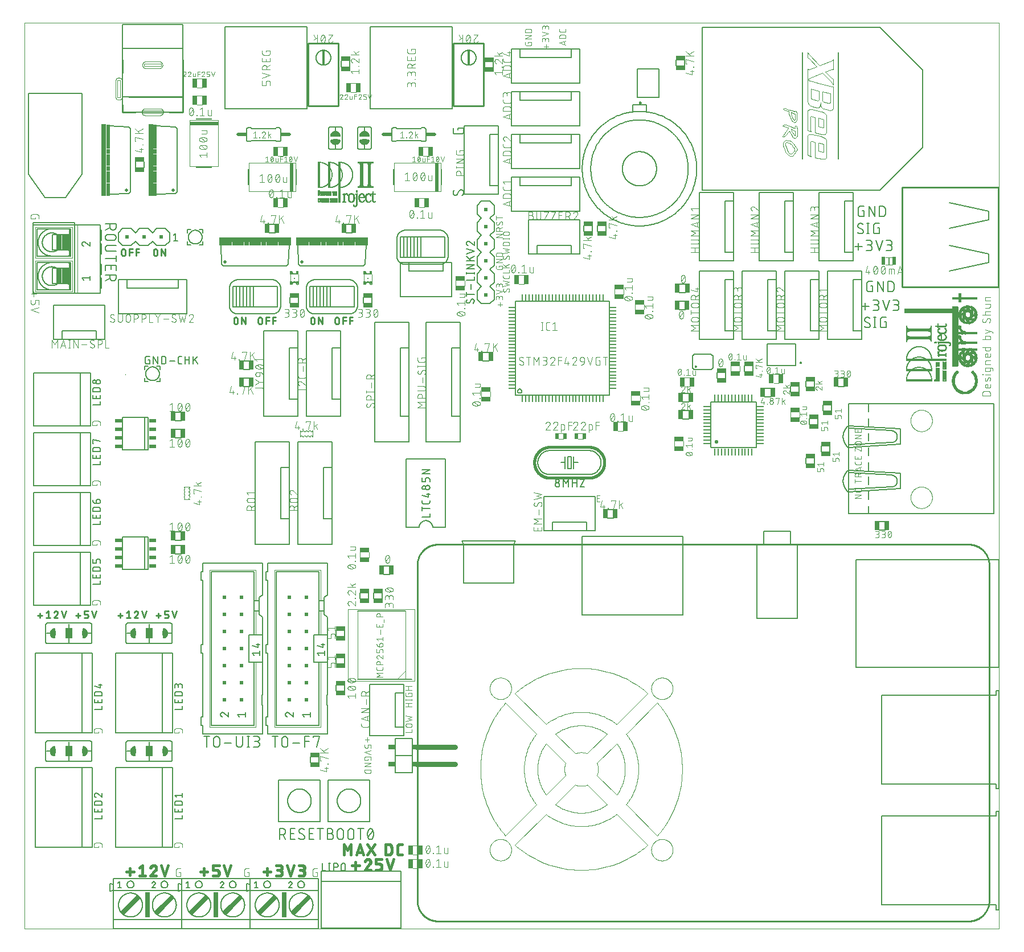
<source format=gto>
G04 EAGLE Gerber X2 export*
%TF.Part,Single*%
%TF.FileFunction,Other,Silk top*%
%TF.FilePolarity,Positive*%
%TF.GenerationSoftware,Autodesk,EAGLE,9.4.0*%
%TF.CreationDate,2019-06-23T03:26:36Z*%
G75*
%MOMM*%
%FSLAX34Y34*%
%LPD*%
%INSilk top*%
%AMOC8*
5,1,8,0,0,1.08239X$1,22.5*%
G01*
%ADD10C,0.000000*%
%ADD11C,0.001000*%
%ADD12C,0.152400*%
%ADD13C,0.101600*%
%ADD14C,0.076200*%
%ADD15C,0.127000*%
%ADD16C,0.254000*%
%ADD17C,0.381000*%
%ADD18R,0.150000X2.400000*%
%ADD19R,0.475000X4.250000*%
%ADD20R,0.750100X1.450100*%
%ADD21C,0.200000*%
%ADD22C,0.100000*%
%ADD23C,0.406400*%
%ADD24R,2.400000X0.150000*%
%ADD25R,4.250000X0.475000*%
%ADD26R,0.650000X1.400000*%
%ADD27R,1.400000X0.650000*%
%ADD28C,0.203200*%
%ADD29R,0.500100X0.950000*%
%ADD30R,0.220000X1.000000*%
%ADD31R,1.000000X0.220000*%
%ADD32C,0.570200*%
%ADD33R,0.508000X0.508000*%
%ADD34R,1.450100X0.750100*%
%ADD35C,0.508000*%
%ADD36R,10.668000X0.762000*%
%ADD37R,1.905000X0.508000*%
%ADD38R,0.762000X0.508000*%
%ADD39R,1.778000X0.508000*%
%ADD40R,0.762000X10.668000*%
%ADD41R,0.508000X1.905000*%
%ADD42R,0.508000X0.762000*%
%ADD43R,0.508000X1.778000*%
%ADD44C,0.508000*%
%ADD45R,0.381000X0.508000*%
%ADD46C,0.050800*%
%ADD47R,0.762000X2.286000*%
%ADD48R,1.143000X2.286000*%
%ADD49C,0.177800*%
%ADD50R,0.300000X2.100000*%
%ADD51R,1.100100X0.490200*%
%ADD52C,0.360400*%
%ADD53R,0.593600X1.300000*%
%ADD54R,0.583200X1.300000*%
%ADD55C,0.050000*%
%ADD56C,0.762000*%
%ADD57R,1.016000X0.762000*%
%ADD58R,0.325000X0.500000*%
%ADD59R,0.150000X0.250000*%
%ADD60R,0.400000X0.175000*%
%ADD61R,0.200000X0.200000*%
%ADD62R,0.300000X0.300000*%
%ADD63R,0.325000X0.075000*%
%ADD64C,0.609600*%
%ADD65R,0.762000X3.810000*%
%ADD66R,1.016000X1.524000*%
%ADD67R,0.018000X0.360000*%
%ADD68R,0.018000X0.684000*%
%ADD69R,0.018000X0.180000*%
%ADD70R,0.018000X0.216000*%
%ADD71R,0.018000X0.900000*%
%ADD72R,0.018000X0.486000*%
%ADD73R,0.018000X0.522000*%
%ADD74R,0.018000X1.062000*%
%ADD75R,0.018000X0.666000*%
%ADD76R,0.018000X0.702000*%
%ADD77R,0.018000X1.188000*%
%ADD78R,0.018000X0.792000*%
%ADD79R,0.018000X0.846000*%
%ADD80R,0.018000X1.332000*%
%ADD81R,0.018000X0.882000*%
%ADD82R,0.018000X0.342000*%
%ADD83R,0.018000X0.954000*%
%ADD84R,0.018000X0.324000*%
%ADD85R,0.018000X1.440000*%
%ADD86R,0.018000X0.990000*%
%ADD87R,0.018000X0.378000*%
%ADD88R,0.018000X0.396000*%
%ADD89R,0.018000X1.044000*%
%ADD90R,0.018000X1.530000*%
%ADD91R,0.018000X1.080000*%
%ADD92R,0.018000X1.134000*%
%ADD93R,0.018000X1.620000*%
%ADD94R,0.018000X1.170000*%
%ADD95R,0.018000X1.206000*%
%ADD96R,0.018000X1.710000*%
%ADD97R,0.018000X1.224000*%
%ADD98R,0.018000X1.296000*%
%ADD99R,0.018000X1.782000*%
%ADD100R,0.018000X1.368000*%
%ADD101R,0.018000X1.872000*%
%ADD102R,0.018000X1.350000*%
%ADD103R,0.018000X1.422000*%
%ADD104R,0.018000X1.944000*%
%ADD105R,0.018000X1.476000*%
%ADD106R,0.018000X2.016000*%
%ADD107R,0.018000X1.458000*%
%ADD108R,0.018000X2.070000*%
%ADD109R,0.018000X1.584000*%
%ADD110R,0.018000X2.142000*%
%ADD111R,0.018000X1.566000*%
%ADD112R,0.018000X2.178000*%
%ADD113R,0.018000X1.602000*%
%ADD114R,0.018000X1.674000*%
%ADD115R,0.018000X2.250000*%
%ADD116R,0.018000X1.728000*%
%ADD117R,0.018000X2.286000*%
%ADD118R,0.018000X1.764000*%
%ADD119R,0.018000X2.358000*%
%ADD120R,0.018000X1.746000*%
%ADD121R,0.018000X1.800000*%
%ADD122R,0.018000X2.394000*%
%ADD123R,0.018000X1.836000*%
%ADD124R,0.018000X1.008000*%
%ADD125R,0.018000X0.810000*%
%ADD126R,0.018000X0.936000*%
%ADD127R,0.018000X0.630000*%
%ADD128R,0.018000X0.738000*%
%ADD129R,0.018000X0.864000*%
%ADD130R,0.018000X0.828000*%
%ADD131R,0.018000X1.098000*%
%ADD132R,0.018000X0.594000*%
%ADD133R,0.018000X1.116000*%
%ADD134R,0.018000X0.558000*%
%ADD135R,0.018000X0.648000*%
%ADD136R,0.018000X0.774000*%
%ADD137R,0.018000X0.612000*%
%ADD138R,0.018000X0.756000*%
%ADD139R,0.018000X0.576000*%
%ADD140R,0.018000X0.468000*%
%ADD141R,0.018000X0.504000*%
%ADD142R,0.018000X0.720000*%
%ADD143R,0.018000X0.450000*%
%ADD144R,0.018000X0.432000*%
%ADD145R,0.018000X0.540000*%
%ADD146R,0.018000X0.414000*%
%ADD147R,0.018000X1.512000*%
%ADD148R,0.018000X1.548000*%
%ADD149R,0.018000X1.638000*%
%ADD150R,0.018000X1.656000*%
%ADD151R,0.018000X1.692000*%
%ADD152R,0.018000X0.288000*%
%ADD153R,0.018000X2.088000*%
%ADD154R,0.018000X2.520000*%
%ADD155R,0.018000X2.106000*%
%ADD156R,0.018000X2.538000*%
%ADD157R,0.018000X0.234000*%
%ADD158R,0.018000X2.124000*%
%ADD159R,0.018000X0.198000*%
%ADD160R,0.018000X0.162000*%
%ADD161R,0.018000X0.108000*%
%ADD162R,0.018000X0.072000*%
%ADD163R,0.018000X0.036000*%
%ADD164R,0.018000X1.026000*%
%ADD165R,0.018000X0.972000*%
%ADD166R,0.018000X1.494000*%
%ADD167R,0.018000X2.160000*%
%ADD168R,0.018000X2.682000*%
%ADD169R,0.018000X2.664000*%
%ADD170R,0.018000X2.556000*%
%ADD171R,0.018000X2.646000*%
%ADD172R,0.018000X2.502000*%
%ADD173R,0.018000X1.890000*%
%ADD174R,0.018000X1.854000*%
%ADD175R,0.018000X1.818000*%
%ADD176R,0.018000X0.054000*%
%ADD177R,0.018000X0.126000*%
%ADD178R,0.018000X1.386000*%
%ADD179R,0.018000X1.314000*%
%ADD180R,0.018000X1.278000*%
%ADD181R,0.018000X8.766000*%
%ADD182R,0.018000X8.856000*%
%ADD183R,0.018000X8.910000*%
%ADD184R,0.018000X8.946000*%
%ADD185R,0.018000X8.964000*%
%ADD186R,0.018000X8.982000*%
%ADD187R,0.018000X9.018000*%
%ADD188R,0.018000X2.322000*%
%ADD189R,0.018000X2.268000*%
%ADD190R,0.018000X2.214000*%
%ADD191R,0.018000X2.034000*%
%ADD192R,0.018000X1.980000*%
%ADD193R,0.018000X1.908000*%
%ADD194R,0.018000X8.838000*%
%ADD195R,0.018000X0.918000*%


D10*
X0Y0D02*
X1449200Y0D01*
X1449200Y1347600D01*
X0Y1347600D01*
X0Y0D01*
D11*
X714999Y138591D02*
X761142Y184734D01*
X761143Y184735D02*
X759885Y186370D01*
X758668Y188036D01*
X757492Y189731D01*
X756357Y191454D01*
X755264Y193203D01*
X754214Y194979D01*
X753207Y196780D01*
X752245Y198605D01*
X751326Y200452D01*
X750454Y202322D01*
X749626Y204211D01*
X748845Y206121D01*
X748110Y208049D01*
X747423Y209994D01*
X746782Y211955D01*
X746190Y213931D01*
X745646Y215921D01*
X745150Y217924D01*
X744703Y219938D01*
X744305Y221962D01*
X743956Y223995D01*
X743656Y226037D01*
X743407Y228084D01*
X743207Y230138D01*
X743056Y232195D01*
X742956Y234256D01*
X742906Y236318D01*
X742906Y238382D01*
X742956Y240444D01*
X743056Y242505D01*
X743207Y244562D01*
X743407Y246616D01*
X743656Y248663D01*
X743956Y250705D01*
X744305Y252738D01*
X744703Y254762D01*
X745150Y256776D01*
X745646Y258779D01*
X746190Y260769D01*
X746782Y262745D01*
X747423Y264706D01*
X748110Y266651D01*
X748845Y268579D01*
X749626Y270489D01*
X750454Y272378D01*
X751326Y274248D01*
X752245Y276095D01*
X753207Y277920D01*
X754214Y279721D01*
X755264Y281497D01*
X756357Y283246D01*
X757492Y284969D01*
X758668Y286664D01*
X759885Y288330D01*
X761143Y289965D01*
X761142Y289966D02*
X714999Y336109D01*
X712627Y333329D01*
X710324Y330493D01*
X708090Y327601D01*
X705927Y324655D01*
X703837Y321658D01*
X701820Y318611D01*
X699878Y315516D01*
X698012Y312374D01*
X696223Y309187D01*
X694512Y305958D01*
X692881Y302689D01*
X691329Y299380D01*
X689859Y296035D01*
X688470Y292655D01*
X687164Y289242D01*
X685942Y285798D01*
X684804Y282326D01*
X683751Y278827D01*
X682784Y275303D01*
X681902Y271756D01*
X681107Y268190D01*
X680400Y264605D01*
X679780Y261004D01*
X679247Y257388D01*
X678803Y253761D01*
X678448Y250124D01*
X678181Y246480D01*
X678003Y242830D01*
X677914Y239177D01*
X677914Y235523D01*
X678003Y231870D01*
X678181Y228220D01*
X678448Y224576D01*
X678803Y220939D01*
X679247Y217312D01*
X679780Y213696D01*
X680400Y210095D01*
X681107Y206510D01*
X681902Y202944D01*
X682784Y199397D01*
X683751Y195873D01*
X684804Y192374D01*
X685942Y188902D01*
X687164Y185458D01*
X688470Y182045D01*
X689859Y178665D01*
X691329Y175320D01*
X692881Y172011D01*
X694512Y168742D01*
X696223Y165513D01*
X698012Y162326D01*
X699878Y159184D01*
X701820Y156089D01*
X703837Y153042D01*
X705927Y150045D01*
X708090Y147099D01*
X710324Y144207D01*
X712627Y141371D01*
X714999Y138591D01*
X880516Y304108D02*
X926659Y350251D01*
X880515Y304107D02*
X878880Y305365D01*
X877214Y306582D01*
X875519Y307758D01*
X873796Y308893D01*
X872047Y309986D01*
X870271Y311036D01*
X868470Y312043D01*
X866645Y313005D01*
X864798Y313924D01*
X862928Y314796D01*
X861039Y315624D01*
X859129Y316405D01*
X857201Y317140D01*
X855256Y317827D01*
X853295Y318468D01*
X851319Y319060D01*
X849329Y319604D01*
X847326Y320100D01*
X845312Y320547D01*
X843288Y320945D01*
X841255Y321294D01*
X839213Y321594D01*
X837166Y321843D01*
X835112Y322043D01*
X833055Y322194D01*
X830994Y322294D01*
X828932Y322344D01*
X826868Y322344D01*
X824806Y322294D01*
X822745Y322194D01*
X820688Y322043D01*
X818634Y321843D01*
X816587Y321594D01*
X814545Y321294D01*
X812512Y320945D01*
X810488Y320547D01*
X808474Y320100D01*
X806471Y319604D01*
X804481Y319060D01*
X802505Y318468D01*
X800544Y317827D01*
X798599Y317140D01*
X796671Y316405D01*
X794761Y315624D01*
X792872Y314796D01*
X791002Y313924D01*
X789155Y313005D01*
X787330Y312043D01*
X785529Y311036D01*
X783753Y309986D01*
X782004Y308893D01*
X780281Y307758D01*
X778586Y306582D01*
X776920Y305365D01*
X775285Y304107D01*
X775284Y304108D02*
X729141Y350251D01*
X731921Y352623D01*
X734757Y354926D01*
X737649Y357160D01*
X740595Y359323D01*
X743592Y361413D01*
X746639Y363430D01*
X749734Y365372D01*
X752876Y367238D01*
X756063Y369027D01*
X759292Y370738D01*
X762561Y372369D01*
X765870Y373921D01*
X769215Y375391D01*
X772595Y376780D01*
X776008Y378086D01*
X779452Y379308D01*
X782924Y380446D01*
X786423Y381499D01*
X789947Y382466D01*
X793494Y383348D01*
X797060Y384143D01*
X800645Y384850D01*
X804246Y385470D01*
X807862Y386003D01*
X811489Y386447D01*
X815126Y386802D01*
X818770Y387069D01*
X822420Y387247D01*
X826073Y387336D01*
X829727Y387336D01*
X833380Y387247D01*
X837030Y387069D01*
X840674Y386802D01*
X844311Y386447D01*
X847938Y386003D01*
X851554Y385470D01*
X855155Y384850D01*
X858740Y384143D01*
X862306Y383348D01*
X865853Y382466D01*
X869377Y381499D01*
X872876Y380446D01*
X876348Y379308D01*
X879792Y378086D01*
X883205Y376780D01*
X886585Y375391D01*
X889930Y373921D01*
X893239Y372369D01*
X896508Y370738D01*
X899737Y369027D01*
X902924Y367238D01*
X906066Y365372D01*
X909161Y363430D01*
X912208Y361413D01*
X915205Y359323D01*
X918151Y357160D01*
X921043Y354926D01*
X923879Y352623D01*
X926659Y350251D01*
X880516Y170592D02*
X926659Y124449D01*
X880515Y170593D02*
X878880Y169335D01*
X877214Y168118D01*
X875519Y166942D01*
X873796Y165807D01*
X872047Y164714D01*
X870271Y163664D01*
X868470Y162657D01*
X866645Y161695D01*
X864798Y160776D01*
X862928Y159904D01*
X861039Y159076D01*
X859129Y158295D01*
X857201Y157560D01*
X855256Y156873D01*
X853295Y156232D01*
X851319Y155640D01*
X849329Y155096D01*
X847326Y154600D01*
X845312Y154153D01*
X843288Y153755D01*
X841255Y153406D01*
X839213Y153106D01*
X837166Y152857D01*
X835112Y152657D01*
X833055Y152506D01*
X830994Y152406D01*
X828932Y152356D01*
X826868Y152356D01*
X824806Y152406D01*
X822745Y152506D01*
X820688Y152657D01*
X818634Y152857D01*
X816587Y153106D01*
X814545Y153406D01*
X812512Y153755D01*
X810488Y154153D01*
X808474Y154600D01*
X806471Y155096D01*
X804481Y155640D01*
X802505Y156232D01*
X800544Y156873D01*
X798599Y157560D01*
X796671Y158295D01*
X794761Y159076D01*
X792872Y159904D01*
X791002Y160776D01*
X789155Y161695D01*
X787330Y162657D01*
X785529Y163664D01*
X783753Y164714D01*
X782004Y165807D01*
X780281Y166942D01*
X778586Y168118D01*
X776920Y169335D01*
X775285Y170593D01*
X775284Y170592D02*
X729141Y124449D01*
X731921Y122077D01*
X734757Y119774D01*
X737649Y117540D01*
X740595Y115377D01*
X743592Y113287D01*
X746639Y111270D01*
X749734Y109328D01*
X752876Y107462D01*
X756063Y105673D01*
X759292Y103962D01*
X762561Y102331D01*
X765870Y100779D01*
X769215Y99309D01*
X772595Y97920D01*
X776008Y96614D01*
X779452Y95392D01*
X782924Y94254D01*
X786423Y93201D01*
X789947Y92234D01*
X793494Y91352D01*
X797060Y90557D01*
X800645Y89850D01*
X804246Y89230D01*
X807862Y88697D01*
X811489Y88253D01*
X815126Y87898D01*
X818770Y87631D01*
X822420Y87453D01*
X826073Y87364D01*
X829727Y87364D01*
X833380Y87453D01*
X837030Y87631D01*
X840674Y87898D01*
X844311Y88253D01*
X847938Y88697D01*
X851554Y89230D01*
X855155Y89850D01*
X858740Y90557D01*
X862306Y91352D01*
X865853Y92234D01*
X869377Y93201D01*
X872876Y94254D01*
X876348Y95392D01*
X879792Y96614D01*
X883205Y97920D01*
X886585Y99309D01*
X889930Y100779D01*
X893239Y102331D01*
X896508Y103962D01*
X899737Y105673D01*
X902924Y107462D01*
X906066Y109328D01*
X909161Y111270D01*
X912208Y113287D01*
X915205Y115377D01*
X918151Y117540D01*
X921043Y119774D01*
X923879Y122077D01*
X926659Y124449D01*
X894657Y184735D02*
X895915Y186370D01*
X897132Y188036D01*
X898308Y189731D01*
X899443Y191454D01*
X900536Y193203D01*
X901586Y194979D01*
X902593Y196780D01*
X903555Y198605D01*
X904474Y200452D01*
X905346Y202322D01*
X906174Y204211D01*
X906955Y206121D01*
X907690Y208049D01*
X908377Y209994D01*
X909018Y211955D01*
X909610Y213931D01*
X910154Y215921D01*
X910650Y217924D01*
X911097Y219938D01*
X911495Y221962D01*
X911844Y223995D01*
X912144Y226037D01*
X912393Y228084D01*
X912593Y230138D01*
X912744Y232195D01*
X912844Y234256D01*
X912894Y236318D01*
X912894Y238382D01*
X912844Y240444D01*
X912744Y242505D01*
X912593Y244562D01*
X912393Y246616D01*
X912144Y248663D01*
X911844Y250705D01*
X911495Y252738D01*
X911097Y254762D01*
X910650Y256776D01*
X910154Y258779D01*
X909610Y260769D01*
X909018Y262745D01*
X908377Y264706D01*
X907690Y266651D01*
X906955Y268579D01*
X906174Y270489D01*
X905346Y272378D01*
X904474Y274248D01*
X903555Y276095D01*
X902593Y277920D01*
X901586Y279721D01*
X900536Y281497D01*
X899443Y283246D01*
X898308Y284969D01*
X897132Y286664D01*
X895915Y288330D01*
X894657Y289965D01*
X894658Y184734D02*
X940801Y138591D01*
X943173Y141371D01*
X945476Y144207D01*
X947710Y147099D01*
X949873Y150045D01*
X951963Y153042D01*
X953980Y156089D01*
X955922Y159184D01*
X957788Y162326D01*
X959577Y165513D01*
X961288Y168742D01*
X962919Y172011D01*
X964471Y175320D01*
X965941Y178665D01*
X967330Y182045D01*
X968636Y185458D01*
X969858Y188902D01*
X970996Y192374D01*
X972049Y195873D01*
X973016Y199397D01*
X973898Y202944D01*
X974693Y206510D01*
X975400Y210095D01*
X976020Y213696D01*
X976553Y217312D01*
X976997Y220939D01*
X977352Y224576D01*
X977619Y228220D01*
X977797Y231870D01*
X977886Y235523D01*
X977886Y239177D01*
X977797Y242830D01*
X977619Y246480D01*
X977352Y250124D01*
X976997Y253761D01*
X976553Y257388D01*
X976020Y261004D01*
X975400Y264605D01*
X974693Y268190D01*
X973898Y271756D01*
X973016Y275303D01*
X972049Y278827D01*
X970996Y282326D01*
X969858Y285798D01*
X968636Y289242D01*
X967330Y292655D01*
X965941Y296035D01*
X964471Y299380D01*
X962919Y302689D01*
X961288Y305958D01*
X959577Y309187D01*
X957788Y312374D01*
X955922Y315516D01*
X953980Y318611D01*
X951963Y321658D01*
X949873Y324655D01*
X947710Y327601D01*
X945476Y330493D01*
X943173Y333329D01*
X940801Y336109D01*
X894658Y289966D01*
X880386Y275694D02*
X881301Y274409D01*
X882184Y273102D01*
X883036Y271774D01*
X883855Y270426D01*
X884641Y269059D01*
X885394Y267673D01*
X886113Y266269D01*
X886797Y264848D01*
X887447Y263411D01*
X888062Y261958D01*
X888641Y260491D01*
X889185Y259010D01*
X889692Y257517D01*
X890163Y256012D01*
X890598Y254495D01*
X890996Y252969D01*
X891356Y251433D01*
X891679Y249890D01*
X891964Y248338D01*
X892212Y246781D01*
X892422Y245217D01*
X892594Y243649D01*
X892728Y242078D01*
X892823Y240503D01*
X892881Y238927D01*
X892900Y237350D01*
X892881Y235773D01*
X892823Y234197D01*
X892728Y232622D01*
X892594Y231051D01*
X892422Y229483D01*
X892212Y227919D01*
X891964Y226362D01*
X891679Y224810D01*
X891356Y223267D01*
X890996Y221731D01*
X890598Y220205D01*
X890163Y218688D01*
X889692Y217183D01*
X889185Y215690D01*
X888641Y214209D01*
X888062Y212742D01*
X887447Y211289D01*
X886797Y209852D01*
X886113Y208431D01*
X885394Y207027D01*
X884641Y205641D01*
X883855Y204274D01*
X883036Y202926D01*
X882184Y201598D01*
X881301Y200291D01*
X880386Y199006D01*
X851173Y228219D01*
X851387Y228783D01*
X851586Y229352D01*
X851772Y229926D01*
X851944Y230504D01*
X852102Y231086D01*
X852247Y231671D01*
X852376Y232260D01*
X852492Y232852D01*
X852593Y233446D01*
X852680Y234043D01*
X852753Y234642D01*
X852811Y235242D01*
X852855Y235843D01*
X852884Y236446D01*
X852898Y237048D01*
X852898Y237652D01*
X852884Y238254D01*
X852855Y238857D01*
X852811Y239458D01*
X852753Y240058D01*
X852680Y240657D01*
X852593Y241254D01*
X852492Y241848D01*
X852376Y242440D01*
X852247Y243029D01*
X852102Y243614D01*
X851944Y244196D01*
X851772Y244774D01*
X851586Y245348D01*
X851387Y245917D01*
X851173Y246481D01*
X880386Y275694D01*
X866244Y289836D02*
X864959Y290751D01*
X863652Y291634D01*
X862324Y292486D01*
X860976Y293305D01*
X859609Y294091D01*
X858223Y294844D01*
X856819Y295563D01*
X855398Y296247D01*
X853961Y296897D01*
X852508Y297512D01*
X851041Y298091D01*
X849560Y298635D01*
X848067Y299142D01*
X846562Y299613D01*
X845045Y300048D01*
X843519Y300446D01*
X841983Y300806D01*
X840440Y301129D01*
X838888Y301414D01*
X837331Y301662D01*
X835767Y301872D01*
X834199Y302044D01*
X832628Y302178D01*
X831053Y302273D01*
X829477Y302331D01*
X827900Y302350D01*
X826323Y302331D01*
X824747Y302273D01*
X823172Y302178D01*
X821601Y302044D01*
X820033Y301872D01*
X818469Y301662D01*
X816912Y301414D01*
X815360Y301129D01*
X813817Y300806D01*
X812281Y300446D01*
X810755Y300048D01*
X809238Y299613D01*
X807733Y299142D01*
X806240Y298635D01*
X804759Y298091D01*
X803292Y297512D01*
X801839Y296897D01*
X800402Y296247D01*
X798981Y295563D01*
X797577Y294844D01*
X796191Y294091D01*
X794824Y293305D01*
X793476Y292486D01*
X792148Y291634D01*
X790841Y290751D01*
X789556Y289836D01*
X818769Y260623D01*
X819333Y260837D01*
X819902Y261036D01*
X820476Y261222D01*
X821054Y261394D01*
X821636Y261552D01*
X822221Y261697D01*
X822810Y261826D01*
X823402Y261942D01*
X823996Y262043D01*
X824593Y262130D01*
X825192Y262203D01*
X825792Y262261D01*
X826393Y262305D01*
X826996Y262334D01*
X827598Y262348D01*
X828202Y262348D01*
X828804Y262334D01*
X829407Y262305D01*
X830008Y262261D01*
X830608Y262203D01*
X831207Y262130D01*
X831804Y262043D01*
X832398Y261942D01*
X832990Y261826D01*
X833579Y261697D01*
X834164Y261552D01*
X834746Y261394D01*
X835324Y261222D01*
X835898Y261036D01*
X836467Y260837D01*
X837031Y260623D01*
X866244Y289836D01*
X837031Y214077D02*
X836467Y213863D01*
X835898Y213664D01*
X835324Y213478D01*
X834746Y213306D01*
X834164Y213148D01*
X833579Y213003D01*
X832990Y212874D01*
X832398Y212758D01*
X831804Y212657D01*
X831207Y212570D01*
X830608Y212497D01*
X830008Y212439D01*
X829407Y212395D01*
X828804Y212366D01*
X828202Y212352D01*
X827598Y212352D01*
X826996Y212366D01*
X826393Y212395D01*
X825792Y212439D01*
X825192Y212497D01*
X824593Y212570D01*
X823996Y212657D01*
X823402Y212758D01*
X822810Y212874D01*
X822221Y213003D01*
X821636Y213148D01*
X821054Y213306D01*
X820476Y213478D01*
X819902Y213664D01*
X819333Y213863D01*
X818769Y214077D01*
X837031Y214077D02*
X866244Y184864D01*
X864959Y183949D01*
X863652Y183066D01*
X862324Y182214D01*
X860976Y181395D01*
X859609Y180609D01*
X858223Y179856D01*
X856819Y179137D01*
X855398Y178453D01*
X853961Y177803D01*
X852508Y177188D01*
X851041Y176609D01*
X849560Y176065D01*
X848067Y175558D01*
X846562Y175087D01*
X845045Y174652D01*
X843519Y174254D01*
X841983Y173894D01*
X840440Y173571D01*
X838888Y173286D01*
X837331Y173038D01*
X835767Y172828D01*
X834199Y172656D01*
X832628Y172522D01*
X831053Y172427D01*
X829477Y172369D01*
X827900Y172350D01*
X826323Y172369D01*
X824747Y172427D01*
X823172Y172522D01*
X821601Y172656D01*
X820033Y172828D01*
X818469Y173038D01*
X816912Y173286D01*
X815360Y173571D01*
X813817Y173894D01*
X812281Y174254D01*
X810755Y174652D01*
X809238Y175087D01*
X807733Y175558D01*
X806240Y176065D01*
X804759Y176609D01*
X803292Y177188D01*
X801839Y177803D01*
X800402Y178453D01*
X798981Y179137D01*
X797577Y179856D01*
X796191Y180609D01*
X794824Y181395D01*
X793476Y182214D01*
X792148Y183066D01*
X790841Y183949D01*
X789556Y184864D01*
X818769Y214077D01*
X804627Y228219D02*
X804413Y228783D01*
X804214Y229352D01*
X804028Y229926D01*
X803856Y230504D01*
X803698Y231086D01*
X803553Y231671D01*
X803424Y232260D01*
X803308Y232852D01*
X803207Y233446D01*
X803120Y234043D01*
X803047Y234642D01*
X802989Y235242D01*
X802945Y235843D01*
X802916Y236446D01*
X802902Y237048D01*
X802902Y237652D01*
X802916Y238254D01*
X802945Y238857D01*
X802989Y239458D01*
X803047Y240058D01*
X803120Y240657D01*
X803207Y241254D01*
X803308Y241848D01*
X803424Y242440D01*
X803553Y243029D01*
X803698Y243614D01*
X803856Y244196D01*
X804028Y244774D01*
X804214Y245348D01*
X804413Y245917D01*
X804627Y246481D01*
X775414Y275694D01*
X774499Y274409D01*
X773616Y273102D01*
X772764Y271774D01*
X771945Y270426D01*
X771159Y269059D01*
X770406Y267673D01*
X769687Y266269D01*
X769003Y264848D01*
X768353Y263411D01*
X767738Y261958D01*
X767159Y260491D01*
X766615Y259010D01*
X766108Y257517D01*
X765637Y256012D01*
X765202Y254495D01*
X764804Y252969D01*
X764444Y251433D01*
X764121Y249890D01*
X763836Y248338D01*
X763588Y246781D01*
X763378Y245217D01*
X763206Y243649D01*
X763072Y242078D01*
X762977Y240503D01*
X762919Y238927D01*
X762900Y237350D01*
X762919Y235773D01*
X762977Y234197D01*
X763072Y232622D01*
X763206Y231051D01*
X763378Y229483D01*
X763588Y227919D01*
X763836Y226362D01*
X764121Y224810D01*
X764444Y223267D01*
X764804Y221731D01*
X765202Y220205D01*
X765637Y218688D01*
X766108Y217183D01*
X766615Y215690D01*
X767159Y214209D01*
X767738Y212742D01*
X768353Y211289D01*
X769003Y209852D01*
X769687Y208431D01*
X770406Y207027D01*
X771159Y205641D01*
X771945Y204274D01*
X772764Y202926D01*
X773616Y201598D01*
X774499Y200291D01*
X775414Y199006D01*
X804627Y228219D01*
X691900Y117350D02*
X691905Y117743D01*
X691919Y118135D01*
X691943Y118527D01*
X691977Y118918D01*
X692020Y119309D01*
X692073Y119698D01*
X692136Y120085D01*
X692207Y120471D01*
X692289Y120856D01*
X692379Y121238D01*
X692480Y121617D01*
X692589Y121995D01*
X692708Y122369D01*
X692835Y122740D01*
X692972Y123108D01*
X693118Y123473D01*
X693273Y123834D01*
X693436Y124191D01*
X693608Y124544D01*
X693789Y124892D01*
X693979Y125236D01*
X694176Y125576D01*
X694382Y125910D01*
X694596Y126239D01*
X694819Y126563D01*
X695049Y126881D01*
X695286Y127194D01*
X695532Y127500D01*
X695785Y127801D01*
X696045Y128095D01*
X696312Y128383D01*
X696586Y128664D01*
X696867Y128938D01*
X697155Y129205D01*
X697449Y129465D01*
X697750Y129718D01*
X698056Y129964D01*
X698369Y130201D01*
X698687Y130431D01*
X699011Y130654D01*
X699340Y130868D01*
X699674Y131074D01*
X700014Y131271D01*
X700358Y131461D01*
X700706Y131642D01*
X701059Y131814D01*
X701416Y131977D01*
X701777Y132132D01*
X702142Y132278D01*
X702510Y132415D01*
X702881Y132542D01*
X703255Y132661D01*
X703633Y132770D01*
X704012Y132871D01*
X704394Y132961D01*
X704779Y133043D01*
X705165Y133114D01*
X705552Y133177D01*
X705941Y133230D01*
X706332Y133273D01*
X706723Y133307D01*
X707115Y133331D01*
X707507Y133345D01*
X707900Y133350D01*
X708293Y133345D01*
X708685Y133331D01*
X709077Y133307D01*
X709468Y133273D01*
X709859Y133230D01*
X710248Y133177D01*
X710635Y133114D01*
X711021Y133043D01*
X711406Y132961D01*
X711788Y132871D01*
X712167Y132770D01*
X712545Y132661D01*
X712919Y132542D01*
X713290Y132415D01*
X713658Y132278D01*
X714023Y132132D01*
X714384Y131977D01*
X714741Y131814D01*
X715094Y131642D01*
X715442Y131461D01*
X715786Y131271D01*
X716126Y131074D01*
X716460Y130868D01*
X716789Y130654D01*
X717113Y130431D01*
X717431Y130201D01*
X717744Y129964D01*
X718050Y129718D01*
X718351Y129465D01*
X718645Y129205D01*
X718933Y128938D01*
X719214Y128664D01*
X719488Y128383D01*
X719755Y128095D01*
X720015Y127801D01*
X720268Y127500D01*
X720514Y127194D01*
X720751Y126881D01*
X720981Y126563D01*
X721204Y126239D01*
X721418Y125910D01*
X721624Y125576D01*
X721821Y125236D01*
X722011Y124892D01*
X722192Y124544D01*
X722364Y124191D01*
X722527Y123834D01*
X722682Y123473D01*
X722828Y123108D01*
X722965Y122740D01*
X723092Y122369D01*
X723211Y121995D01*
X723320Y121617D01*
X723421Y121238D01*
X723511Y120856D01*
X723593Y120471D01*
X723664Y120085D01*
X723727Y119698D01*
X723780Y119309D01*
X723823Y118918D01*
X723857Y118527D01*
X723881Y118135D01*
X723895Y117743D01*
X723900Y117350D01*
X723895Y116957D01*
X723881Y116565D01*
X723857Y116173D01*
X723823Y115782D01*
X723780Y115391D01*
X723727Y115002D01*
X723664Y114615D01*
X723593Y114229D01*
X723511Y113844D01*
X723421Y113462D01*
X723320Y113083D01*
X723211Y112705D01*
X723092Y112331D01*
X722965Y111960D01*
X722828Y111592D01*
X722682Y111227D01*
X722527Y110866D01*
X722364Y110509D01*
X722192Y110156D01*
X722011Y109808D01*
X721821Y109464D01*
X721624Y109124D01*
X721418Y108790D01*
X721204Y108461D01*
X720981Y108137D01*
X720751Y107819D01*
X720514Y107506D01*
X720268Y107200D01*
X720015Y106899D01*
X719755Y106605D01*
X719488Y106317D01*
X719214Y106036D01*
X718933Y105762D01*
X718645Y105495D01*
X718351Y105235D01*
X718050Y104982D01*
X717744Y104736D01*
X717431Y104499D01*
X717113Y104269D01*
X716789Y104046D01*
X716460Y103832D01*
X716126Y103626D01*
X715786Y103429D01*
X715442Y103239D01*
X715094Y103058D01*
X714741Y102886D01*
X714384Y102723D01*
X714023Y102568D01*
X713658Y102422D01*
X713290Y102285D01*
X712919Y102158D01*
X712545Y102039D01*
X712167Y101930D01*
X711788Y101829D01*
X711406Y101739D01*
X711021Y101657D01*
X710635Y101586D01*
X710248Y101523D01*
X709859Y101470D01*
X709468Y101427D01*
X709077Y101393D01*
X708685Y101369D01*
X708293Y101355D01*
X707900Y101350D01*
X707507Y101355D01*
X707115Y101369D01*
X706723Y101393D01*
X706332Y101427D01*
X705941Y101470D01*
X705552Y101523D01*
X705165Y101586D01*
X704779Y101657D01*
X704394Y101739D01*
X704012Y101829D01*
X703633Y101930D01*
X703255Y102039D01*
X702881Y102158D01*
X702510Y102285D01*
X702142Y102422D01*
X701777Y102568D01*
X701416Y102723D01*
X701059Y102886D01*
X700706Y103058D01*
X700358Y103239D01*
X700014Y103429D01*
X699674Y103626D01*
X699340Y103832D01*
X699011Y104046D01*
X698687Y104269D01*
X698369Y104499D01*
X698056Y104736D01*
X697750Y104982D01*
X697449Y105235D01*
X697155Y105495D01*
X696867Y105762D01*
X696586Y106036D01*
X696312Y106317D01*
X696045Y106605D01*
X695785Y106899D01*
X695532Y107200D01*
X695286Y107506D01*
X695049Y107819D01*
X694819Y108137D01*
X694596Y108461D01*
X694382Y108790D01*
X694176Y109124D01*
X693979Y109464D01*
X693789Y109808D01*
X693608Y110156D01*
X693436Y110509D01*
X693273Y110866D01*
X693118Y111227D01*
X692972Y111592D01*
X692835Y111960D01*
X692708Y112331D01*
X692589Y112705D01*
X692480Y113083D01*
X692379Y113462D01*
X692289Y113844D01*
X692207Y114229D01*
X692136Y114615D01*
X692073Y115002D01*
X692020Y115391D01*
X691977Y115782D01*
X691943Y116173D01*
X691919Y116565D01*
X691905Y116957D01*
X691900Y117350D01*
X691900Y357350D02*
X691905Y357743D01*
X691919Y358135D01*
X691943Y358527D01*
X691977Y358918D01*
X692020Y359309D01*
X692073Y359698D01*
X692136Y360085D01*
X692207Y360471D01*
X692289Y360856D01*
X692379Y361238D01*
X692480Y361617D01*
X692589Y361995D01*
X692708Y362369D01*
X692835Y362740D01*
X692972Y363108D01*
X693118Y363473D01*
X693273Y363834D01*
X693436Y364191D01*
X693608Y364544D01*
X693789Y364892D01*
X693979Y365236D01*
X694176Y365576D01*
X694382Y365910D01*
X694596Y366239D01*
X694819Y366563D01*
X695049Y366881D01*
X695286Y367194D01*
X695532Y367500D01*
X695785Y367801D01*
X696045Y368095D01*
X696312Y368383D01*
X696586Y368664D01*
X696867Y368938D01*
X697155Y369205D01*
X697449Y369465D01*
X697750Y369718D01*
X698056Y369964D01*
X698369Y370201D01*
X698687Y370431D01*
X699011Y370654D01*
X699340Y370868D01*
X699674Y371074D01*
X700014Y371271D01*
X700358Y371461D01*
X700706Y371642D01*
X701059Y371814D01*
X701416Y371977D01*
X701777Y372132D01*
X702142Y372278D01*
X702510Y372415D01*
X702881Y372542D01*
X703255Y372661D01*
X703633Y372770D01*
X704012Y372871D01*
X704394Y372961D01*
X704779Y373043D01*
X705165Y373114D01*
X705552Y373177D01*
X705941Y373230D01*
X706332Y373273D01*
X706723Y373307D01*
X707115Y373331D01*
X707507Y373345D01*
X707900Y373350D01*
X708293Y373345D01*
X708685Y373331D01*
X709077Y373307D01*
X709468Y373273D01*
X709859Y373230D01*
X710248Y373177D01*
X710635Y373114D01*
X711021Y373043D01*
X711406Y372961D01*
X711788Y372871D01*
X712167Y372770D01*
X712545Y372661D01*
X712919Y372542D01*
X713290Y372415D01*
X713658Y372278D01*
X714023Y372132D01*
X714384Y371977D01*
X714741Y371814D01*
X715094Y371642D01*
X715442Y371461D01*
X715786Y371271D01*
X716126Y371074D01*
X716460Y370868D01*
X716789Y370654D01*
X717113Y370431D01*
X717431Y370201D01*
X717744Y369964D01*
X718050Y369718D01*
X718351Y369465D01*
X718645Y369205D01*
X718933Y368938D01*
X719214Y368664D01*
X719488Y368383D01*
X719755Y368095D01*
X720015Y367801D01*
X720268Y367500D01*
X720514Y367194D01*
X720751Y366881D01*
X720981Y366563D01*
X721204Y366239D01*
X721418Y365910D01*
X721624Y365576D01*
X721821Y365236D01*
X722011Y364892D01*
X722192Y364544D01*
X722364Y364191D01*
X722527Y363834D01*
X722682Y363473D01*
X722828Y363108D01*
X722965Y362740D01*
X723092Y362369D01*
X723211Y361995D01*
X723320Y361617D01*
X723421Y361238D01*
X723511Y360856D01*
X723593Y360471D01*
X723664Y360085D01*
X723727Y359698D01*
X723780Y359309D01*
X723823Y358918D01*
X723857Y358527D01*
X723881Y358135D01*
X723895Y357743D01*
X723900Y357350D01*
X723895Y356957D01*
X723881Y356565D01*
X723857Y356173D01*
X723823Y355782D01*
X723780Y355391D01*
X723727Y355002D01*
X723664Y354615D01*
X723593Y354229D01*
X723511Y353844D01*
X723421Y353462D01*
X723320Y353083D01*
X723211Y352705D01*
X723092Y352331D01*
X722965Y351960D01*
X722828Y351592D01*
X722682Y351227D01*
X722527Y350866D01*
X722364Y350509D01*
X722192Y350156D01*
X722011Y349808D01*
X721821Y349464D01*
X721624Y349124D01*
X721418Y348790D01*
X721204Y348461D01*
X720981Y348137D01*
X720751Y347819D01*
X720514Y347506D01*
X720268Y347200D01*
X720015Y346899D01*
X719755Y346605D01*
X719488Y346317D01*
X719214Y346036D01*
X718933Y345762D01*
X718645Y345495D01*
X718351Y345235D01*
X718050Y344982D01*
X717744Y344736D01*
X717431Y344499D01*
X717113Y344269D01*
X716789Y344046D01*
X716460Y343832D01*
X716126Y343626D01*
X715786Y343429D01*
X715442Y343239D01*
X715094Y343058D01*
X714741Y342886D01*
X714384Y342723D01*
X714023Y342568D01*
X713658Y342422D01*
X713290Y342285D01*
X712919Y342158D01*
X712545Y342039D01*
X712167Y341930D01*
X711788Y341829D01*
X711406Y341739D01*
X711021Y341657D01*
X710635Y341586D01*
X710248Y341523D01*
X709859Y341470D01*
X709468Y341427D01*
X709077Y341393D01*
X708685Y341369D01*
X708293Y341355D01*
X707900Y341350D01*
X707507Y341355D01*
X707115Y341369D01*
X706723Y341393D01*
X706332Y341427D01*
X705941Y341470D01*
X705552Y341523D01*
X705165Y341586D01*
X704779Y341657D01*
X704394Y341739D01*
X704012Y341829D01*
X703633Y341930D01*
X703255Y342039D01*
X702881Y342158D01*
X702510Y342285D01*
X702142Y342422D01*
X701777Y342568D01*
X701416Y342723D01*
X701059Y342886D01*
X700706Y343058D01*
X700358Y343239D01*
X700014Y343429D01*
X699674Y343626D01*
X699340Y343832D01*
X699011Y344046D01*
X698687Y344269D01*
X698369Y344499D01*
X698056Y344736D01*
X697750Y344982D01*
X697449Y345235D01*
X697155Y345495D01*
X696867Y345762D01*
X696586Y346036D01*
X696312Y346317D01*
X696045Y346605D01*
X695785Y346899D01*
X695532Y347200D01*
X695286Y347506D01*
X695049Y347819D01*
X694819Y348137D01*
X694596Y348461D01*
X694382Y348790D01*
X694176Y349124D01*
X693979Y349464D01*
X693789Y349808D01*
X693608Y350156D01*
X693436Y350509D01*
X693273Y350866D01*
X693118Y351227D01*
X692972Y351592D01*
X692835Y351960D01*
X692708Y352331D01*
X692589Y352705D01*
X692480Y353083D01*
X692379Y353462D01*
X692289Y353844D01*
X692207Y354229D01*
X692136Y354615D01*
X692073Y355002D01*
X692020Y355391D01*
X691977Y355782D01*
X691943Y356173D01*
X691919Y356565D01*
X691905Y356957D01*
X691900Y357350D01*
X931900Y357350D02*
X931905Y357743D01*
X931919Y358135D01*
X931943Y358527D01*
X931977Y358918D01*
X932020Y359309D01*
X932073Y359698D01*
X932136Y360085D01*
X932207Y360471D01*
X932289Y360856D01*
X932379Y361238D01*
X932480Y361617D01*
X932589Y361995D01*
X932708Y362369D01*
X932835Y362740D01*
X932972Y363108D01*
X933118Y363473D01*
X933273Y363834D01*
X933436Y364191D01*
X933608Y364544D01*
X933789Y364892D01*
X933979Y365236D01*
X934176Y365576D01*
X934382Y365910D01*
X934596Y366239D01*
X934819Y366563D01*
X935049Y366881D01*
X935286Y367194D01*
X935532Y367500D01*
X935785Y367801D01*
X936045Y368095D01*
X936312Y368383D01*
X936586Y368664D01*
X936867Y368938D01*
X937155Y369205D01*
X937449Y369465D01*
X937750Y369718D01*
X938056Y369964D01*
X938369Y370201D01*
X938687Y370431D01*
X939011Y370654D01*
X939340Y370868D01*
X939674Y371074D01*
X940014Y371271D01*
X940358Y371461D01*
X940706Y371642D01*
X941059Y371814D01*
X941416Y371977D01*
X941777Y372132D01*
X942142Y372278D01*
X942510Y372415D01*
X942881Y372542D01*
X943255Y372661D01*
X943633Y372770D01*
X944012Y372871D01*
X944394Y372961D01*
X944779Y373043D01*
X945165Y373114D01*
X945552Y373177D01*
X945941Y373230D01*
X946332Y373273D01*
X946723Y373307D01*
X947115Y373331D01*
X947507Y373345D01*
X947900Y373350D01*
X948293Y373345D01*
X948685Y373331D01*
X949077Y373307D01*
X949468Y373273D01*
X949859Y373230D01*
X950248Y373177D01*
X950635Y373114D01*
X951021Y373043D01*
X951406Y372961D01*
X951788Y372871D01*
X952167Y372770D01*
X952545Y372661D01*
X952919Y372542D01*
X953290Y372415D01*
X953658Y372278D01*
X954023Y372132D01*
X954384Y371977D01*
X954741Y371814D01*
X955094Y371642D01*
X955442Y371461D01*
X955786Y371271D01*
X956126Y371074D01*
X956460Y370868D01*
X956789Y370654D01*
X957113Y370431D01*
X957431Y370201D01*
X957744Y369964D01*
X958050Y369718D01*
X958351Y369465D01*
X958645Y369205D01*
X958933Y368938D01*
X959214Y368664D01*
X959488Y368383D01*
X959755Y368095D01*
X960015Y367801D01*
X960268Y367500D01*
X960514Y367194D01*
X960751Y366881D01*
X960981Y366563D01*
X961204Y366239D01*
X961418Y365910D01*
X961624Y365576D01*
X961821Y365236D01*
X962011Y364892D01*
X962192Y364544D01*
X962364Y364191D01*
X962527Y363834D01*
X962682Y363473D01*
X962828Y363108D01*
X962965Y362740D01*
X963092Y362369D01*
X963211Y361995D01*
X963320Y361617D01*
X963421Y361238D01*
X963511Y360856D01*
X963593Y360471D01*
X963664Y360085D01*
X963727Y359698D01*
X963780Y359309D01*
X963823Y358918D01*
X963857Y358527D01*
X963881Y358135D01*
X963895Y357743D01*
X963900Y357350D01*
X963895Y356957D01*
X963881Y356565D01*
X963857Y356173D01*
X963823Y355782D01*
X963780Y355391D01*
X963727Y355002D01*
X963664Y354615D01*
X963593Y354229D01*
X963511Y353844D01*
X963421Y353462D01*
X963320Y353083D01*
X963211Y352705D01*
X963092Y352331D01*
X962965Y351960D01*
X962828Y351592D01*
X962682Y351227D01*
X962527Y350866D01*
X962364Y350509D01*
X962192Y350156D01*
X962011Y349808D01*
X961821Y349464D01*
X961624Y349124D01*
X961418Y348790D01*
X961204Y348461D01*
X960981Y348137D01*
X960751Y347819D01*
X960514Y347506D01*
X960268Y347200D01*
X960015Y346899D01*
X959755Y346605D01*
X959488Y346317D01*
X959214Y346036D01*
X958933Y345762D01*
X958645Y345495D01*
X958351Y345235D01*
X958050Y344982D01*
X957744Y344736D01*
X957431Y344499D01*
X957113Y344269D01*
X956789Y344046D01*
X956460Y343832D01*
X956126Y343626D01*
X955786Y343429D01*
X955442Y343239D01*
X955094Y343058D01*
X954741Y342886D01*
X954384Y342723D01*
X954023Y342568D01*
X953658Y342422D01*
X953290Y342285D01*
X952919Y342158D01*
X952545Y342039D01*
X952167Y341930D01*
X951788Y341829D01*
X951406Y341739D01*
X951021Y341657D01*
X950635Y341586D01*
X950248Y341523D01*
X949859Y341470D01*
X949468Y341427D01*
X949077Y341393D01*
X948685Y341369D01*
X948293Y341355D01*
X947900Y341350D01*
X947507Y341355D01*
X947115Y341369D01*
X946723Y341393D01*
X946332Y341427D01*
X945941Y341470D01*
X945552Y341523D01*
X945165Y341586D01*
X944779Y341657D01*
X944394Y341739D01*
X944012Y341829D01*
X943633Y341930D01*
X943255Y342039D01*
X942881Y342158D01*
X942510Y342285D01*
X942142Y342422D01*
X941777Y342568D01*
X941416Y342723D01*
X941059Y342886D01*
X940706Y343058D01*
X940358Y343239D01*
X940014Y343429D01*
X939674Y343626D01*
X939340Y343832D01*
X939011Y344046D01*
X938687Y344269D01*
X938369Y344499D01*
X938056Y344736D01*
X937750Y344982D01*
X937449Y345235D01*
X937155Y345495D01*
X936867Y345762D01*
X936586Y346036D01*
X936312Y346317D01*
X936045Y346605D01*
X935785Y346899D01*
X935532Y347200D01*
X935286Y347506D01*
X935049Y347819D01*
X934819Y348137D01*
X934596Y348461D01*
X934382Y348790D01*
X934176Y349124D01*
X933979Y349464D01*
X933789Y349808D01*
X933608Y350156D01*
X933436Y350509D01*
X933273Y350866D01*
X933118Y351227D01*
X932972Y351592D01*
X932835Y351960D01*
X932708Y352331D01*
X932589Y352705D01*
X932480Y353083D01*
X932379Y353462D01*
X932289Y353844D01*
X932207Y354229D01*
X932136Y354615D01*
X932073Y355002D01*
X932020Y355391D01*
X931977Y355782D01*
X931943Y356173D01*
X931919Y356565D01*
X931905Y356957D01*
X931900Y357350D01*
X931900Y117350D02*
X931905Y117743D01*
X931919Y118135D01*
X931943Y118527D01*
X931977Y118918D01*
X932020Y119309D01*
X932073Y119698D01*
X932136Y120085D01*
X932207Y120471D01*
X932289Y120856D01*
X932379Y121238D01*
X932480Y121617D01*
X932589Y121995D01*
X932708Y122369D01*
X932835Y122740D01*
X932972Y123108D01*
X933118Y123473D01*
X933273Y123834D01*
X933436Y124191D01*
X933608Y124544D01*
X933789Y124892D01*
X933979Y125236D01*
X934176Y125576D01*
X934382Y125910D01*
X934596Y126239D01*
X934819Y126563D01*
X935049Y126881D01*
X935286Y127194D01*
X935532Y127500D01*
X935785Y127801D01*
X936045Y128095D01*
X936312Y128383D01*
X936586Y128664D01*
X936867Y128938D01*
X937155Y129205D01*
X937449Y129465D01*
X937750Y129718D01*
X938056Y129964D01*
X938369Y130201D01*
X938687Y130431D01*
X939011Y130654D01*
X939340Y130868D01*
X939674Y131074D01*
X940014Y131271D01*
X940358Y131461D01*
X940706Y131642D01*
X941059Y131814D01*
X941416Y131977D01*
X941777Y132132D01*
X942142Y132278D01*
X942510Y132415D01*
X942881Y132542D01*
X943255Y132661D01*
X943633Y132770D01*
X944012Y132871D01*
X944394Y132961D01*
X944779Y133043D01*
X945165Y133114D01*
X945552Y133177D01*
X945941Y133230D01*
X946332Y133273D01*
X946723Y133307D01*
X947115Y133331D01*
X947507Y133345D01*
X947900Y133350D01*
X948293Y133345D01*
X948685Y133331D01*
X949077Y133307D01*
X949468Y133273D01*
X949859Y133230D01*
X950248Y133177D01*
X950635Y133114D01*
X951021Y133043D01*
X951406Y132961D01*
X951788Y132871D01*
X952167Y132770D01*
X952545Y132661D01*
X952919Y132542D01*
X953290Y132415D01*
X953658Y132278D01*
X954023Y132132D01*
X954384Y131977D01*
X954741Y131814D01*
X955094Y131642D01*
X955442Y131461D01*
X955786Y131271D01*
X956126Y131074D01*
X956460Y130868D01*
X956789Y130654D01*
X957113Y130431D01*
X957431Y130201D01*
X957744Y129964D01*
X958050Y129718D01*
X958351Y129465D01*
X958645Y129205D01*
X958933Y128938D01*
X959214Y128664D01*
X959488Y128383D01*
X959755Y128095D01*
X960015Y127801D01*
X960268Y127500D01*
X960514Y127194D01*
X960751Y126881D01*
X960981Y126563D01*
X961204Y126239D01*
X961418Y125910D01*
X961624Y125576D01*
X961821Y125236D01*
X962011Y124892D01*
X962192Y124544D01*
X962364Y124191D01*
X962527Y123834D01*
X962682Y123473D01*
X962828Y123108D01*
X962965Y122740D01*
X963092Y122369D01*
X963211Y121995D01*
X963320Y121617D01*
X963421Y121238D01*
X963511Y120856D01*
X963593Y120471D01*
X963664Y120085D01*
X963727Y119698D01*
X963780Y119309D01*
X963823Y118918D01*
X963857Y118527D01*
X963881Y118135D01*
X963895Y117743D01*
X963900Y117350D01*
X963895Y116957D01*
X963881Y116565D01*
X963857Y116173D01*
X963823Y115782D01*
X963780Y115391D01*
X963727Y115002D01*
X963664Y114615D01*
X963593Y114229D01*
X963511Y113844D01*
X963421Y113462D01*
X963320Y113083D01*
X963211Y112705D01*
X963092Y112331D01*
X962965Y111960D01*
X962828Y111592D01*
X962682Y111227D01*
X962527Y110866D01*
X962364Y110509D01*
X962192Y110156D01*
X962011Y109808D01*
X961821Y109464D01*
X961624Y109124D01*
X961418Y108790D01*
X961204Y108461D01*
X960981Y108137D01*
X960751Y107819D01*
X960514Y107506D01*
X960268Y107200D01*
X960015Y106899D01*
X959755Y106605D01*
X959488Y106317D01*
X959214Y106036D01*
X958933Y105762D01*
X958645Y105495D01*
X958351Y105235D01*
X958050Y104982D01*
X957744Y104736D01*
X957431Y104499D01*
X957113Y104269D01*
X956789Y104046D01*
X956460Y103832D01*
X956126Y103626D01*
X955786Y103429D01*
X955442Y103239D01*
X955094Y103058D01*
X954741Y102886D01*
X954384Y102723D01*
X954023Y102568D01*
X953658Y102422D01*
X953290Y102285D01*
X952919Y102158D01*
X952545Y102039D01*
X952167Y101930D01*
X951788Y101829D01*
X951406Y101739D01*
X951021Y101657D01*
X950635Y101586D01*
X950248Y101523D01*
X949859Y101470D01*
X949468Y101427D01*
X949077Y101393D01*
X948685Y101369D01*
X948293Y101355D01*
X947900Y101350D01*
X947507Y101355D01*
X947115Y101369D01*
X946723Y101393D01*
X946332Y101427D01*
X945941Y101470D01*
X945552Y101523D01*
X945165Y101586D01*
X944779Y101657D01*
X944394Y101739D01*
X944012Y101829D01*
X943633Y101930D01*
X943255Y102039D01*
X942881Y102158D01*
X942510Y102285D01*
X942142Y102422D01*
X941777Y102568D01*
X941416Y102723D01*
X941059Y102886D01*
X940706Y103058D01*
X940358Y103239D01*
X940014Y103429D01*
X939674Y103626D01*
X939340Y103832D01*
X939011Y104046D01*
X938687Y104269D01*
X938369Y104499D01*
X938056Y104736D01*
X937750Y104982D01*
X937449Y105235D01*
X937155Y105495D01*
X936867Y105762D01*
X936586Y106036D01*
X936312Y106317D01*
X936045Y106605D01*
X935785Y106899D01*
X935532Y107200D01*
X935286Y107506D01*
X935049Y107819D01*
X934819Y108137D01*
X934596Y108461D01*
X934382Y108790D01*
X934176Y109124D01*
X933979Y109464D01*
X933789Y109808D01*
X933608Y110156D01*
X933436Y110509D01*
X933273Y110866D01*
X933118Y111227D01*
X932972Y111592D01*
X932835Y111960D01*
X932708Y112331D01*
X932589Y112705D01*
X932480Y113083D01*
X932379Y113462D01*
X932289Y113844D01*
X932207Y114229D01*
X932136Y114615D01*
X932073Y115002D01*
X932020Y115391D01*
X931977Y115782D01*
X931943Y116173D01*
X931919Y116565D01*
X931905Y116957D01*
X931900Y117350D01*
D12*
X379222Y132842D02*
X379222Y149098D01*
X383738Y149098D01*
X383871Y149096D01*
X384003Y149090D01*
X384135Y149080D01*
X384267Y149067D01*
X384399Y149049D01*
X384529Y149028D01*
X384660Y149003D01*
X384789Y148974D01*
X384917Y148941D01*
X385045Y148905D01*
X385171Y148865D01*
X385296Y148821D01*
X385420Y148773D01*
X385542Y148722D01*
X385663Y148667D01*
X385782Y148609D01*
X385900Y148547D01*
X386015Y148482D01*
X386129Y148413D01*
X386240Y148342D01*
X386349Y148266D01*
X386456Y148188D01*
X386561Y148107D01*
X386663Y148022D01*
X386763Y147935D01*
X386860Y147845D01*
X386955Y147752D01*
X387046Y147656D01*
X387135Y147558D01*
X387221Y147457D01*
X387304Y147353D01*
X387384Y147247D01*
X387460Y147139D01*
X387534Y147029D01*
X387604Y146916D01*
X387671Y146802D01*
X387734Y146685D01*
X387794Y146567D01*
X387851Y146447D01*
X387904Y146325D01*
X387953Y146202D01*
X387999Y146078D01*
X388041Y145952D01*
X388079Y145825D01*
X388114Y145697D01*
X388145Y145568D01*
X388172Y145439D01*
X388195Y145308D01*
X388215Y145177D01*
X388230Y145045D01*
X388242Y144913D01*
X388250Y144781D01*
X388254Y144648D01*
X388254Y144516D01*
X388250Y144383D01*
X388242Y144251D01*
X388230Y144119D01*
X388215Y143987D01*
X388195Y143856D01*
X388172Y143725D01*
X388145Y143596D01*
X388114Y143467D01*
X388079Y143339D01*
X388041Y143212D01*
X387999Y143086D01*
X387953Y142962D01*
X387904Y142839D01*
X387851Y142717D01*
X387794Y142597D01*
X387734Y142479D01*
X387671Y142362D01*
X387604Y142248D01*
X387534Y142135D01*
X387460Y142025D01*
X387384Y141917D01*
X387304Y141811D01*
X387221Y141707D01*
X387135Y141606D01*
X387046Y141508D01*
X386955Y141412D01*
X386860Y141319D01*
X386763Y141229D01*
X386663Y141142D01*
X386561Y141057D01*
X386456Y140976D01*
X386349Y140898D01*
X386240Y140822D01*
X386129Y140751D01*
X386015Y140682D01*
X385900Y140617D01*
X385782Y140555D01*
X385663Y140497D01*
X385542Y140442D01*
X385420Y140391D01*
X385296Y140343D01*
X385171Y140299D01*
X385045Y140259D01*
X384917Y140223D01*
X384789Y140190D01*
X384660Y140161D01*
X384529Y140136D01*
X384399Y140115D01*
X384267Y140097D01*
X384135Y140084D01*
X384003Y140074D01*
X383871Y140068D01*
X383738Y140066D01*
X383738Y140067D02*
X379222Y140067D01*
X384641Y140067D02*
X388253Y132842D01*
X395313Y132842D02*
X402537Y132842D01*
X395313Y132842D02*
X395313Y149098D01*
X402537Y149098D01*
X400731Y141873D02*
X395313Y141873D01*
X413206Y132842D02*
X413324Y132844D01*
X413442Y132850D01*
X413560Y132859D01*
X413677Y132873D01*
X413794Y132890D01*
X413911Y132911D01*
X414026Y132936D01*
X414141Y132965D01*
X414255Y132998D01*
X414367Y133034D01*
X414478Y133074D01*
X414588Y133117D01*
X414697Y133164D01*
X414804Y133214D01*
X414909Y133269D01*
X415012Y133326D01*
X415113Y133387D01*
X415213Y133451D01*
X415310Y133518D01*
X415405Y133588D01*
X415497Y133662D01*
X415588Y133738D01*
X415675Y133818D01*
X415760Y133900D01*
X415842Y133985D01*
X415922Y134072D01*
X415998Y134163D01*
X416072Y134255D01*
X416142Y134350D01*
X416209Y134447D01*
X416273Y134547D01*
X416334Y134648D01*
X416391Y134751D01*
X416446Y134856D01*
X416496Y134963D01*
X416543Y135072D01*
X416586Y135182D01*
X416626Y135293D01*
X416662Y135405D01*
X416695Y135519D01*
X416724Y135634D01*
X416749Y135749D01*
X416770Y135866D01*
X416787Y135983D01*
X416801Y136100D01*
X416810Y136218D01*
X416816Y136336D01*
X416818Y136454D01*
X413206Y132842D02*
X413023Y132844D01*
X412841Y132851D01*
X412659Y132862D01*
X412477Y132877D01*
X412295Y132897D01*
X412114Y132920D01*
X411934Y132949D01*
X411754Y132981D01*
X411575Y133018D01*
X411398Y133059D01*
X411221Y133105D01*
X411045Y133154D01*
X410871Y133208D01*
X410697Y133266D01*
X410526Y133328D01*
X410356Y133394D01*
X410187Y133465D01*
X410020Y133539D01*
X409855Y133617D01*
X409692Y133699D01*
X409531Y133785D01*
X409372Y133875D01*
X409215Y133969D01*
X409061Y134066D01*
X408909Y134167D01*
X408759Y134272D01*
X408612Y134380D01*
X408468Y134491D01*
X408326Y134606D01*
X408187Y134725D01*
X408051Y134847D01*
X407918Y134972D01*
X407788Y135100D01*
X408240Y145486D02*
X408242Y145604D01*
X408248Y145722D01*
X408257Y145840D01*
X408271Y145957D01*
X408288Y146074D01*
X408309Y146191D01*
X408334Y146306D01*
X408363Y146421D01*
X408396Y146535D01*
X408432Y146647D01*
X408472Y146758D01*
X408515Y146868D01*
X408562Y146977D01*
X408612Y147084D01*
X408667Y147189D01*
X408724Y147292D01*
X408785Y147393D01*
X408849Y147493D01*
X408916Y147590D01*
X408986Y147685D01*
X409060Y147777D01*
X409136Y147868D01*
X409216Y147955D01*
X409298Y148040D01*
X409383Y148122D01*
X409470Y148202D01*
X409561Y148278D01*
X409653Y148352D01*
X409748Y148422D01*
X409845Y148489D01*
X409945Y148553D01*
X410046Y148614D01*
X410149Y148672D01*
X410254Y148726D01*
X410361Y148776D01*
X410470Y148823D01*
X410580Y148867D01*
X410691Y148906D01*
X410804Y148942D01*
X410917Y148975D01*
X411032Y149004D01*
X411147Y149029D01*
X411264Y149050D01*
X411381Y149067D01*
X411498Y149081D01*
X411616Y149090D01*
X411734Y149096D01*
X411852Y149098D01*
X412013Y149096D01*
X412175Y149090D01*
X412336Y149081D01*
X412497Y149067D01*
X412657Y149050D01*
X412817Y149029D01*
X412977Y149004D01*
X413136Y148975D01*
X413294Y148943D01*
X413451Y148907D01*
X413607Y148867D01*
X413763Y148823D01*
X413917Y148775D01*
X414070Y148724D01*
X414222Y148670D01*
X414373Y148611D01*
X414522Y148550D01*
X414669Y148484D01*
X414815Y148415D01*
X414960Y148343D01*
X415102Y148267D01*
X415243Y148188D01*
X415382Y148106D01*
X415518Y148020D01*
X415653Y147931D01*
X415786Y147839D01*
X415916Y147743D01*
X410045Y142325D02*
X409944Y142387D01*
X409844Y142452D01*
X409747Y142521D01*
X409652Y142593D01*
X409559Y142667D01*
X409469Y142745D01*
X409381Y142826D01*
X409296Y142909D01*
X409214Y142995D01*
X409135Y143084D01*
X409058Y143175D01*
X408985Y143269D01*
X408914Y143365D01*
X408847Y143463D01*
X408783Y143563D01*
X408722Y143666D01*
X408665Y143770D01*
X408611Y143876D01*
X408561Y143984D01*
X408514Y144093D01*
X408470Y144204D01*
X408430Y144316D01*
X408394Y144430D01*
X408362Y144544D01*
X408333Y144660D01*
X408308Y144776D01*
X408287Y144893D01*
X408270Y145011D01*
X408256Y145129D01*
X408247Y145248D01*
X408241Y145367D01*
X408239Y145486D01*
X415013Y139615D02*
X415114Y139553D01*
X415214Y139488D01*
X415311Y139419D01*
X415406Y139347D01*
X415499Y139273D01*
X415589Y139195D01*
X415677Y139114D01*
X415762Y139031D01*
X415844Y138945D01*
X415923Y138856D01*
X416000Y138765D01*
X416073Y138671D01*
X416144Y138575D01*
X416211Y138477D01*
X416275Y138377D01*
X416336Y138274D01*
X416393Y138170D01*
X416447Y138064D01*
X416497Y137956D01*
X416544Y137847D01*
X416588Y137736D01*
X416628Y137624D01*
X416664Y137510D01*
X416696Y137396D01*
X416725Y137280D01*
X416750Y137164D01*
X416771Y137047D01*
X416788Y136929D01*
X416802Y136811D01*
X416811Y136692D01*
X416817Y136573D01*
X416819Y136454D01*
X415013Y139615D02*
X410045Y142325D01*
X423449Y132842D02*
X430674Y132842D01*
X423449Y132842D02*
X423449Y149098D01*
X430674Y149098D01*
X428867Y141873D02*
X423449Y141873D01*
X439918Y149098D02*
X439918Y132842D01*
X435403Y149098D02*
X444434Y149098D01*
X450342Y141873D02*
X454858Y141873D01*
X454858Y141874D02*
X454991Y141872D01*
X455123Y141866D01*
X455255Y141856D01*
X455387Y141843D01*
X455519Y141825D01*
X455649Y141804D01*
X455780Y141779D01*
X455909Y141750D01*
X456037Y141717D01*
X456165Y141681D01*
X456291Y141641D01*
X456416Y141597D01*
X456540Y141549D01*
X456662Y141498D01*
X456783Y141443D01*
X456902Y141385D01*
X457020Y141323D01*
X457135Y141258D01*
X457249Y141189D01*
X457360Y141118D01*
X457469Y141042D01*
X457576Y140964D01*
X457681Y140883D01*
X457783Y140798D01*
X457883Y140711D01*
X457980Y140621D01*
X458075Y140528D01*
X458166Y140432D01*
X458255Y140334D01*
X458341Y140233D01*
X458424Y140129D01*
X458504Y140023D01*
X458580Y139915D01*
X458654Y139805D01*
X458724Y139692D01*
X458791Y139578D01*
X458854Y139461D01*
X458914Y139343D01*
X458971Y139223D01*
X459024Y139101D01*
X459073Y138978D01*
X459119Y138854D01*
X459161Y138728D01*
X459199Y138601D01*
X459234Y138473D01*
X459265Y138344D01*
X459292Y138215D01*
X459315Y138084D01*
X459335Y137953D01*
X459350Y137821D01*
X459362Y137689D01*
X459370Y137557D01*
X459374Y137424D01*
X459374Y137292D01*
X459370Y137159D01*
X459362Y137027D01*
X459350Y136895D01*
X459335Y136763D01*
X459315Y136632D01*
X459292Y136501D01*
X459265Y136372D01*
X459234Y136243D01*
X459199Y136115D01*
X459161Y135988D01*
X459119Y135862D01*
X459073Y135738D01*
X459024Y135615D01*
X458971Y135493D01*
X458914Y135373D01*
X458854Y135255D01*
X458791Y135138D01*
X458724Y135024D01*
X458654Y134911D01*
X458580Y134801D01*
X458504Y134693D01*
X458424Y134587D01*
X458341Y134483D01*
X458255Y134382D01*
X458166Y134284D01*
X458075Y134188D01*
X457980Y134095D01*
X457883Y134005D01*
X457783Y133918D01*
X457681Y133833D01*
X457576Y133752D01*
X457469Y133674D01*
X457360Y133598D01*
X457249Y133527D01*
X457135Y133458D01*
X457020Y133393D01*
X456902Y133331D01*
X456783Y133273D01*
X456662Y133218D01*
X456540Y133167D01*
X456416Y133119D01*
X456291Y133075D01*
X456165Y133035D01*
X456037Y132999D01*
X455909Y132966D01*
X455780Y132937D01*
X455649Y132912D01*
X455519Y132891D01*
X455387Y132873D01*
X455255Y132860D01*
X455123Y132850D01*
X454991Y132844D01*
X454858Y132842D01*
X450342Y132842D01*
X450342Y149098D01*
X454858Y149098D01*
X454977Y149096D01*
X455097Y149090D01*
X455216Y149080D01*
X455334Y149066D01*
X455453Y149049D01*
X455570Y149027D01*
X455687Y149002D01*
X455802Y148972D01*
X455917Y148939D01*
X456031Y148902D01*
X456143Y148862D01*
X456254Y148817D01*
X456363Y148769D01*
X456471Y148718D01*
X456577Y148663D01*
X456681Y148604D01*
X456783Y148542D01*
X456883Y148477D01*
X456981Y148408D01*
X457077Y148336D01*
X457170Y148261D01*
X457260Y148184D01*
X457348Y148103D01*
X457433Y148019D01*
X457515Y147932D01*
X457595Y147843D01*
X457671Y147751D01*
X457745Y147657D01*
X457815Y147560D01*
X457882Y147462D01*
X457946Y147361D01*
X458006Y147257D01*
X458063Y147152D01*
X458116Y147045D01*
X458166Y146937D01*
X458212Y146827D01*
X458254Y146715D01*
X458293Y146602D01*
X458328Y146488D01*
X458359Y146373D01*
X458387Y146256D01*
X458410Y146139D01*
X458430Y146022D01*
X458446Y145903D01*
X458458Y145784D01*
X458466Y145665D01*
X458470Y145546D01*
X458470Y145426D01*
X458466Y145307D01*
X458458Y145188D01*
X458446Y145069D01*
X458430Y144950D01*
X458410Y144833D01*
X458387Y144716D01*
X458359Y144599D01*
X458328Y144484D01*
X458293Y144370D01*
X458254Y144257D01*
X458212Y144145D01*
X458166Y144035D01*
X458116Y143927D01*
X458063Y143820D01*
X458006Y143715D01*
X457946Y143611D01*
X457882Y143510D01*
X457815Y143412D01*
X457745Y143315D01*
X457671Y143221D01*
X457595Y143129D01*
X457515Y143040D01*
X457433Y142953D01*
X457348Y142869D01*
X457260Y142788D01*
X457170Y142711D01*
X457077Y142636D01*
X456981Y142564D01*
X456883Y142495D01*
X456783Y142430D01*
X456681Y142368D01*
X456577Y142309D01*
X456471Y142254D01*
X456363Y142203D01*
X456254Y142155D01*
X456143Y142110D01*
X456031Y142070D01*
X455917Y142033D01*
X455802Y142000D01*
X455687Y141970D01*
X455570Y141945D01*
X455453Y141923D01*
X455334Y141906D01*
X455216Y141892D01*
X455097Y141882D01*
X454977Y141876D01*
X454858Y141874D01*
X465241Y144582D02*
X465241Y137358D01*
X465241Y144582D02*
X465243Y144715D01*
X465249Y144847D01*
X465259Y144979D01*
X465272Y145111D01*
X465290Y145243D01*
X465311Y145373D01*
X465336Y145504D01*
X465365Y145633D01*
X465398Y145761D01*
X465434Y145889D01*
X465474Y146015D01*
X465518Y146140D01*
X465566Y146264D01*
X465617Y146386D01*
X465672Y146507D01*
X465730Y146626D01*
X465792Y146744D01*
X465857Y146859D01*
X465926Y146973D01*
X465997Y147084D01*
X466073Y147193D01*
X466151Y147300D01*
X466232Y147405D01*
X466317Y147507D01*
X466404Y147607D01*
X466494Y147704D01*
X466587Y147799D01*
X466683Y147890D01*
X466781Y147979D01*
X466882Y148065D01*
X466986Y148148D01*
X467092Y148228D01*
X467200Y148304D01*
X467310Y148378D01*
X467423Y148448D01*
X467537Y148515D01*
X467654Y148578D01*
X467772Y148638D01*
X467892Y148695D01*
X468014Y148748D01*
X468137Y148797D01*
X468261Y148843D01*
X468387Y148885D01*
X468514Y148923D01*
X468642Y148958D01*
X468771Y148989D01*
X468900Y149016D01*
X469031Y149039D01*
X469162Y149059D01*
X469294Y149074D01*
X469426Y149086D01*
X469558Y149094D01*
X469691Y149098D01*
X469823Y149098D01*
X469956Y149094D01*
X470088Y149086D01*
X470220Y149074D01*
X470352Y149059D01*
X470483Y149039D01*
X470614Y149016D01*
X470743Y148989D01*
X470872Y148958D01*
X471000Y148923D01*
X471127Y148885D01*
X471253Y148843D01*
X471377Y148797D01*
X471500Y148748D01*
X471622Y148695D01*
X471742Y148638D01*
X471860Y148578D01*
X471977Y148515D01*
X472091Y148448D01*
X472204Y148378D01*
X472314Y148304D01*
X472422Y148228D01*
X472528Y148148D01*
X472632Y148065D01*
X472733Y147979D01*
X472831Y147890D01*
X472927Y147799D01*
X473020Y147704D01*
X473110Y147607D01*
X473197Y147507D01*
X473282Y147405D01*
X473363Y147300D01*
X473441Y147193D01*
X473517Y147084D01*
X473588Y146973D01*
X473657Y146859D01*
X473722Y146744D01*
X473784Y146626D01*
X473842Y146507D01*
X473897Y146386D01*
X473948Y146264D01*
X473996Y146140D01*
X474040Y146015D01*
X474080Y145889D01*
X474116Y145761D01*
X474149Y145633D01*
X474178Y145504D01*
X474203Y145373D01*
X474224Y145243D01*
X474242Y145111D01*
X474255Y144979D01*
X474265Y144847D01*
X474271Y144715D01*
X474273Y144582D01*
X474272Y144582D02*
X474272Y137358D01*
X474273Y137358D02*
X474271Y137225D01*
X474265Y137093D01*
X474255Y136961D01*
X474242Y136829D01*
X474224Y136697D01*
X474203Y136567D01*
X474178Y136436D01*
X474149Y136307D01*
X474116Y136179D01*
X474080Y136051D01*
X474040Y135925D01*
X473996Y135800D01*
X473948Y135676D01*
X473897Y135554D01*
X473842Y135433D01*
X473784Y135314D01*
X473722Y135196D01*
X473657Y135081D01*
X473588Y134967D01*
X473517Y134856D01*
X473441Y134747D01*
X473363Y134640D01*
X473282Y134535D01*
X473197Y134433D01*
X473110Y134333D01*
X473020Y134236D01*
X472927Y134141D01*
X472831Y134050D01*
X472733Y133961D01*
X472632Y133875D01*
X472528Y133792D01*
X472422Y133712D01*
X472314Y133636D01*
X472204Y133562D01*
X472091Y133492D01*
X471977Y133425D01*
X471860Y133362D01*
X471742Y133302D01*
X471622Y133245D01*
X471500Y133192D01*
X471377Y133143D01*
X471253Y133097D01*
X471127Y133055D01*
X471000Y133017D01*
X470872Y132982D01*
X470743Y132951D01*
X470614Y132924D01*
X470483Y132901D01*
X470352Y132881D01*
X470220Y132866D01*
X470088Y132854D01*
X469956Y132846D01*
X469823Y132842D01*
X469691Y132842D01*
X469558Y132846D01*
X469426Y132854D01*
X469294Y132866D01*
X469162Y132881D01*
X469031Y132901D01*
X468900Y132924D01*
X468771Y132951D01*
X468642Y132982D01*
X468514Y133017D01*
X468387Y133055D01*
X468261Y133097D01*
X468137Y133143D01*
X468014Y133192D01*
X467892Y133245D01*
X467772Y133302D01*
X467654Y133362D01*
X467537Y133425D01*
X467423Y133492D01*
X467310Y133562D01*
X467200Y133636D01*
X467092Y133712D01*
X466986Y133792D01*
X466882Y133875D01*
X466781Y133961D01*
X466683Y134050D01*
X466587Y134141D01*
X466494Y134236D01*
X466404Y134333D01*
X466317Y134433D01*
X466232Y134535D01*
X466151Y134640D01*
X466073Y134747D01*
X465997Y134856D01*
X465926Y134967D01*
X465857Y135081D01*
X465792Y135196D01*
X465730Y135314D01*
X465672Y135433D01*
X465617Y135554D01*
X465566Y135676D01*
X465518Y135800D01*
X465474Y135925D01*
X465434Y136051D01*
X465398Y136179D01*
X465365Y136307D01*
X465336Y136436D01*
X465311Y136567D01*
X465290Y136697D01*
X465272Y136829D01*
X465259Y136961D01*
X465249Y137093D01*
X465243Y137225D01*
X465241Y137358D01*
X480872Y137358D02*
X480872Y144582D01*
X480874Y144715D01*
X480880Y144847D01*
X480890Y144979D01*
X480903Y145111D01*
X480921Y145243D01*
X480942Y145373D01*
X480967Y145504D01*
X480996Y145633D01*
X481029Y145761D01*
X481065Y145889D01*
X481105Y146015D01*
X481149Y146140D01*
X481197Y146264D01*
X481248Y146386D01*
X481303Y146507D01*
X481361Y146626D01*
X481423Y146744D01*
X481488Y146859D01*
X481557Y146973D01*
X481628Y147084D01*
X481704Y147193D01*
X481782Y147300D01*
X481863Y147405D01*
X481948Y147507D01*
X482035Y147607D01*
X482125Y147704D01*
X482218Y147799D01*
X482314Y147890D01*
X482412Y147979D01*
X482513Y148065D01*
X482617Y148148D01*
X482723Y148228D01*
X482831Y148304D01*
X482941Y148378D01*
X483054Y148448D01*
X483168Y148515D01*
X483285Y148578D01*
X483403Y148638D01*
X483523Y148695D01*
X483645Y148748D01*
X483768Y148797D01*
X483892Y148843D01*
X484018Y148885D01*
X484145Y148923D01*
X484273Y148958D01*
X484402Y148989D01*
X484531Y149016D01*
X484662Y149039D01*
X484793Y149059D01*
X484925Y149074D01*
X485057Y149086D01*
X485189Y149094D01*
X485322Y149098D01*
X485454Y149098D01*
X485587Y149094D01*
X485719Y149086D01*
X485851Y149074D01*
X485983Y149059D01*
X486114Y149039D01*
X486245Y149016D01*
X486374Y148989D01*
X486503Y148958D01*
X486631Y148923D01*
X486758Y148885D01*
X486884Y148843D01*
X487008Y148797D01*
X487131Y148748D01*
X487253Y148695D01*
X487373Y148638D01*
X487491Y148578D01*
X487608Y148515D01*
X487722Y148448D01*
X487835Y148378D01*
X487945Y148304D01*
X488053Y148228D01*
X488159Y148148D01*
X488263Y148065D01*
X488364Y147979D01*
X488462Y147890D01*
X488558Y147799D01*
X488651Y147704D01*
X488741Y147607D01*
X488828Y147507D01*
X488913Y147405D01*
X488994Y147300D01*
X489072Y147193D01*
X489148Y147084D01*
X489219Y146973D01*
X489288Y146859D01*
X489353Y146744D01*
X489415Y146626D01*
X489473Y146507D01*
X489528Y146386D01*
X489579Y146264D01*
X489627Y146140D01*
X489671Y146015D01*
X489711Y145889D01*
X489747Y145761D01*
X489780Y145633D01*
X489809Y145504D01*
X489834Y145373D01*
X489855Y145243D01*
X489873Y145111D01*
X489886Y144979D01*
X489896Y144847D01*
X489902Y144715D01*
X489904Y144582D01*
X489904Y137358D01*
X489902Y137225D01*
X489896Y137093D01*
X489886Y136961D01*
X489873Y136829D01*
X489855Y136697D01*
X489834Y136567D01*
X489809Y136436D01*
X489780Y136307D01*
X489747Y136179D01*
X489711Y136051D01*
X489671Y135925D01*
X489627Y135800D01*
X489579Y135676D01*
X489528Y135554D01*
X489473Y135433D01*
X489415Y135314D01*
X489353Y135196D01*
X489288Y135081D01*
X489219Y134967D01*
X489148Y134856D01*
X489072Y134747D01*
X488994Y134640D01*
X488913Y134535D01*
X488828Y134433D01*
X488741Y134333D01*
X488651Y134236D01*
X488558Y134141D01*
X488462Y134050D01*
X488364Y133961D01*
X488263Y133875D01*
X488159Y133792D01*
X488053Y133712D01*
X487945Y133636D01*
X487835Y133562D01*
X487722Y133492D01*
X487608Y133425D01*
X487491Y133362D01*
X487373Y133302D01*
X487253Y133245D01*
X487131Y133192D01*
X487008Y133143D01*
X486884Y133097D01*
X486758Y133055D01*
X486631Y133017D01*
X486503Y132982D01*
X486374Y132951D01*
X486245Y132924D01*
X486114Y132901D01*
X485983Y132881D01*
X485851Y132866D01*
X485719Y132854D01*
X485587Y132846D01*
X485454Y132842D01*
X485322Y132842D01*
X485189Y132846D01*
X485057Y132854D01*
X484925Y132866D01*
X484793Y132881D01*
X484662Y132901D01*
X484531Y132924D01*
X484402Y132951D01*
X484273Y132982D01*
X484145Y133017D01*
X484018Y133055D01*
X483892Y133097D01*
X483768Y133143D01*
X483645Y133192D01*
X483523Y133245D01*
X483403Y133302D01*
X483285Y133362D01*
X483168Y133425D01*
X483054Y133492D01*
X482941Y133562D01*
X482831Y133636D01*
X482723Y133712D01*
X482617Y133792D01*
X482513Y133875D01*
X482412Y133961D01*
X482314Y134050D01*
X482218Y134141D01*
X482125Y134236D01*
X482035Y134333D01*
X481948Y134433D01*
X481863Y134535D01*
X481782Y134640D01*
X481704Y134747D01*
X481628Y134856D01*
X481557Y134967D01*
X481488Y135081D01*
X481423Y135196D01*
X481361Y135314D01*
X481303Y135433D01*
X481248Y135554D01*
X481197Y135676D01*
X481149Y135800D01*
X481105Y135925D01*
X481065Y136051D01*
X481029Y136179D01*
X480996Y136307D01*
X480967Y136436D01*
X480942Y136567D01*
X480921Y136697D01*
X480903Y136829D01*
X480890Y136961D01*
X480880Y137093D01*
X480874Y137225D01*
X480872Y137358D01*
X499977Y132842D02*
X499977Y149098D01*
X495462Y149098D02*
X504493Y149098D01*
X511406Y146840D02*
X511269Y146551D01*
X511139Y146259D01*
X511016Y145963D01*
X510901Y145665D01*
X510792Y145364D01*
X510691Y145061D01*
X510597Y144755D01*
X510510Y144448D01*
X510431Y144138D01*
X510359Y143826D01*
X510295Y143513D01*
X510238Y143198D01*
X510188Y142882D01*
X510146Y142565D01*
X510112Y142247D01*
X510085Y141929D01*
X510066Y141609D01*
X510055Y141290D01*
X510051Y140970D01*
X511405Y146841D02*
X511444Y146949D01*
X511487Y147056D01*
X511533Y147161D01*
X511584Y147265D01*
X511637Y147367D01*
X511694Y147467D01*
X511755Y147565D01*
X511819Y147660D01*
X511886Y147754D01*
X511957Y147845D01*
X512030Y147934D01*
X512107Y148020D01*
X512186Y148103D01*
X512268Y148184D01*
X512353Y148262D01*
X512441Y148336D01*
X512531Y148408D01*
X512623Y148476D01*
X512718Y148542D01*
X512815Y148604D01*
X512914Y148662D01*
X513016Y148718D01*
X513118Y148769D01*
X513223Y148817D01*
X513329Y148862D01*
X513437Y148903D01*
X513546Y148940D01*
X513656Y148973D01*
X513768Y149002D01*
X513880Y149028D01*
X513993Y149050D01*
X514107Y149067D01*
X514221Y149081D01*
X514336Y149091D01*
X514451Y149097D01*
X514566Y149099D01*
X514566Y149098D02*
X514681Y149096D01*
X514796Y149090D01*
X514911Y149080D01*
X515025Y149066D01*
X515139Y149049D01*
X515252Y149027D01*
X515364Y149001D01*
X515476Y148972D01*
X515586Y148939D01*
X515695Y148902D01*
X515803Y148861D01*
X515909Y148816D01*
X516014Y148768D01*
X516116Y148717D01*
X516217Y148661D01*
X516317Y148603D01*
X516414Y148541D01*
X516508Y148476D01*
X516601Y148407D01*
X516691Y148335D01*
X516779Y148261D01*
X516864Y148183D01*
X516946Y148102D01*
X517025Y148019D01*
X517102Y147933D01*
X517175Y147844D01*
X517246Y147753D01*
X517313Y147659D01*
X517377Y147564D01*
X517438Y147466D01*
X517495Y147366D01*
X517548Y147264D01*
X517599Y147160D01*
X517645Y147055D01*
X517688Y146948D01*
X517727Y146840D01*
X517864Y146551D01*
X517994Y146259D01*
X518117Y145963D01*
X518232Y145665D01*
X518341Y145364D01*
X518442Y145061D01*
X518536Y144755D01*
X518623Y144448D01*
X518702Y144138D01*
X518774Y143826D01*
X518838Y143513D01*
X518895Y143198D01*
X518945Y142882D01*
X518987Y142565D01*
X519021Y142247D01*
X519048Y141929D01*
X519067Y141609D01*
X519078Y141290D01*
X519082Y140970D01*
X510051Y140970D02*
X510055Y140650D01*
X510066Y140331D01*
X510085Y140011D01*
X510112Y139693D01*
X510146Y139375D01*
X510188Y139058D01*
X510238Y138742D01*
X510295Y138427D01*
X510359Y138114D01*
X510431Y137802D01*
X510510Y137492D01*
X510597Y137185D01*
X510691Y136879D01*
X510792Y136576D01*
X510901Y136275D01*
X511016Y135977D01*
X511139Y135681D01*
X511269Y135389D01*
X511406Y135100D01*
X511405Y135100D02*
X511444Y134992D01*
X511487Y134885D01*
X511533Y134780D01*
X511584Y134676D01*
X511637Y134574D01*
X511694Y134474D01*
X511755Y134376D01*
X511819Y134281D01*
X511886Y134187D01*
X511957Y134096D01*
X512030Y134007D01*
X512107Y133921D01*
X512186Y133838D01*
X512268Y133757D01*
X512353Y133679D01*
X512441Y133605D01*
X512531Y133533D01*
X512624Y133464D01*
X512718Y133399D01*
X512815Y133337D01*
X512915Y133279D01*
X513016Y133223D01*
X513118Y133172D01*
X513223Y133124D01*
X513329Y133079D01*
X513437Y133038D01*
X513546Y133001D01*
X513656Y132968D01*
X513768Y132939D01*
X513880Y132913D01*
X513993Y132891D01*
X514107Y132874D01*
X514221Y132860D01*
X514336Y132850D01*
X514451Y132844D01*
X514566Y132842D01*
X517726Y135100D02*
X517863Y135389D01*
X517993Y135681D01*
X518116Y135977D01*
X518231Y136275D01*
X518340Y136576D01*
X518441Y136879D01*
X518535Y137185D01*
X518622Y137492D01*
X518701Y137802D01*
X518773Y138114D01*
X518837Y138427D01*
X518894Y138742D01*
X518944Y139058D01*
X518986Y139375D01*
X519020Y139693D01*
X519047Y140011D01*
X519066Y140331D01*
X519077Y140650D01*
X519081Y140970D01*
X517727Y135100D02*
X517688Y134992D01*
X517645Y134885D01*
X517599Y134780D01*
X517548Y134676D01*
X517495Y134574D01*
X517438Y134474D01*
X517377Y134376D01*
X517313Y134281D01*
X517246Y134187D01*
X517175Y134096D01*
X517102Y134007D01*
X517025Y133921D01*
X516946Y133838D01*
X516864Y133757D01*
X516779Y133679D01*
X516691Y133605D01*
X516601Y133533D01*
X516508Y133464D01*
X516414Y133399D01*
X516317Y133337D01*
X516217Y133279D01*
X516116Y133223D01*
X516013Y133172D01*
X515909Y133124D01*
X515803Y133079D01*
X515695Y133038D01*
X515586Y133001D01*
X515476Y132968D01*
X515364Y132939D01*
X515252Y132913D01*
X515139Y132891D01*
X515025Y132874D01*
X514911Y132860D01*
X514796Y132850D01*
X514681Y132844D01*
X514566Y132842D01*
X510954Y136454D02*
X518179Y145486D01*
D13*
X13942Y940096D02*
X13942Y947886D01*
X17836Y943991D02*
X10047Y943991D01*
X9398Y935045D02*
X9398Y931150D01*
X9400Y931051D01*
X9406Y930951D01*
X9415Y930852D01*
X9428Y930754D01*
X9445Y930656D01*
X9466Y930558D01*
X9491Y930462D01*
X9519Y930367D01*
X9551Y930273D01*
X9586Y930180D01*
X9625Y930088D01*
X9668Y929998D01*
X9713Y929910D01*
X9763Y929823D01*
X9815Y929739D01*
X9871Y929656D01*
X9929Y929576D01*
X9991Y929498D01*
X10056Y929423D01*
X10124Y929350D01*
X10194Y929280D01*
X10267Y929212D01*
X10342Y929147D01*
X10420Y929085D01*
X10500Y929027D01*
X10583Y928971D01*
X10667Y928919D01*
X10754Y928869D01*
X10842Y928824D01*
X10932Y928781D01*
X11024Y928742D01*
X11117Y928707D01*
X11211Y928675D01*
X11306Y928647D01*
X11402Y928622D01*
X11500Y928601D01*
X11598Y928584D01*
X11696Y928571D01*
X11795Y928562D01*
X11895Y928556D01*
X11994Y928554D01*
X11994Y928553D02*
X13293Y928553D01*
X13293Y928554D02*
X13392Y928556D01*
X13492Y928562D01*
X13591Y928571D01*
X13689Y928584D01*
X13787Y928601D01*
X13885Y928622D01*
X13981Y928647D01*
X14076Y928675D01*
X14170Y928707D01*
X14263Y928742D01*
X14355Y928781D01*
X14445Y928824D01*
X14533Y928869D01*
X14620Y928919D01*
X14704Y928971D01*
X14787Y929027D01*
X14867Y929085D01*
X14945Y929147D01*
X15020Y929212D01*
X15093Y929280D01*
X15163Y929350D01*
X15231Y929423D01*
X15296Y929498D01*
X15358Y929576D01*
X15416Y929656D01*
X15472Y929739D01*
X15524Y929823D01*
X15574Y929910D01*
X15619Y929998D01*
X15662Y930088D01*
X15701Y930180D01*
X15736Y930273D01*
X15768Y930367D01*
X15796Y930462D01*
X15821Y930558D01*
X15842Y930656D01*
X15859Y930754D01*
X15872Y930852D01*
X15881Y930951D01*
X15887Y931051D01*
X15889Y931150D01*
X15889Y935045D01*
X21082Y935045D01*
X21082Y928553D01*
X21082Y924264D02*
X9398Y920369D01*
X21082Y916474D01*
X15889Y1055934D02*
X15889Y1057882D01*
X15889Y1055934D02*
X9398Y1055934D01*
X9398Y1059829D01*
X9400Y1059928D01*
X9406Y1060028D01*
X9415Y1060127D01*
X9428Y1060225D01*
X9445Y1060323D01*
X9466Y1060421D01*
X9491Y1060517D01*
X9519Y1060612D01*
X9551Y1060706D01*
X9586Y1060799D01*
X9625Y1060891D01*
X9668Y1060981D01*
X9713Y1061069D01*
X9763Y1061156D01*
X9815Y1061240D01*
X9871Y1061323D01*
X9929Y1061403D01*
X9991Y1061481D01*
X10056Y1061556D01*
X10124Y1061629D01*
X10194Y1061699D01*
X10267Y1061767D01*
X10342Y1061832D01*
X10420Y1061894D01*
X10500Y1061952D01*
X10583Y1062008D01*
X10667Y1062060D01*
X10754Y1062110D01*
X10842Y1062155D01*
X10932Y1062198D01*
X11024Y1062237D01*
X11117Y1062272D01*
X11211Y1062304D01*
X11306Y1062332D01*
X11402Y1062357D01*
X11500Y1062378D01*
X11598Y1062395D01*
X11696Y1062408D01*
X11795Y1062417D01*
X11895Y1062423D01*
X11994Y1062425D01*
X11994Y1062426D02*
X18486Y1062426D01*
X18486Y1062425D02*
X18585Y1062423D01*
X18685Y1062417D01*
X18784Y1062408D01*
X18882Y1062395D01*
X18980Y1062378D01*
X19078Y1062357D01*
X19174Y1062332D01*
X19269Y1062304D01*
X19363Y1062272D01*
X19456Y1062237D01*
X19548Y1062198D01*
X19638Y1062155D01*
X19726Y1062110D01*
X19813Y1062060D01*
X19897Y1062008D01*
X19980Y1061952D01*
X20060Y1061894D01*
X20138Y1061832D01*
X20213Y1061767D01*
X20286Y1061699D01*
X20356Y1061629D01*
X20424Y1061556D01*
X20489Y1061481D01*
X20551Y1061403D01*
X20609Y1061323D01*
X20665Y1061240D01*
X20717Y1061156D01*
X20767Y1061069D01*
X20812Y1060981D01*
X20855Y1060891D01*
X20894Y1060799D01*
X20929Y1060707D01*
X20961Y1060612D01*
X20989Y1060517D01*
X21014Y1060421D01*
X21035Y1060323D01*
X21052Y1060225D01*
X21065Y1060127D01*
X21074Y1060028D01*
X21080Y1059928D01*
X21082Y1059829D01*
X21082Y1055934D01*
X107329Y750542D02*
X107329Y748594D01*
X100838Y748594D01*
X100838Y752489D01*
X100840Y752588D01*
X100846Y752688D01*
X100855Y752787D01*
X100868Y752885D01*
X100885Y752983D01*
X100906Y753081D01*
X100931Y753177D01*
X100959Y753272D01*
X100991Y753366D01*
X101026Y753459D01*
X101065Y753551D01*
X101108Y753641D01*
X101153Y753729D01*
X101203Y753816D01*
X101255Y753900D01*
X101311Y753983D01*
X101369Y754063D01*
X101431Y754141D01*
X101496Y754216D01*
X101564Y754289D01*
X101634Y754359D01*
X101707Y754427D01*
X101782Y754492D01*
X101860Y754554D01*
X101940Y754612D01*
X102023Y754668D01*
X102107Y754720D01*
X102194Y754770D01*
X102282Y754815D01*
X102372Y754858D01*
X102464Y754897D01*
X102557Y754932D01*
X102651Y754964D01*
X102746Y754992D01*
X102842Y755017D01*
X102940Y755038D01*
X103038Y755055D01*
X103136Y755068D01*
X103235Y755077D01*
X103335Y755083D01*
X103434Y755085D01*
X103434Y755086D02*
X109926Y755086D01*
X109926Y755085D02*
X110025Y755083D01*
X110125Y755077D01*
X110224Y755068D01*
X110322Y755055D01*
X110420Y755038D01*
X110518Y755017D01*
X110614Y754992D01*
X110709Y754964D01*
X110803Y754932D01*
X110896Y754897D01*
X110988Y754858D01*
X111078Y754815D01*
X111166Y754770D01*
X111253Y754720D01*
X111337Y754668D01*
X111420Y754612D01*
X111500Y754554D01*
X111578Y754492D01*
X111653Y754427D01*
X111726Y754359D01*
X111796Y754289D01*
X111864Y754216D01*
X111929Y754141D01*
X111991Y754063D01*
X112049Y753983D01*
X112105Y753900D01*
X112157Y753816D01*
X112207Y753729D01*
X112252Y753641D01*
X112295Y753551D01*
X112334Y753459D01*
X112369Y753367D01*
X112401Y753272D01*
X112429Y753177D01*
X112454Y753081D01*
X112475Y752983D01*
X112492Y752885D01*
X112505Y752787D01*
X112514Y752688D01*
X112520Y752588D01*
X112522Y752489D01*
X112522Y748594D01*
X107329Y661642D02*
X107329Y659694D01*
X100838Y659694D01*
X100838Y663589D01*
X100840Y663688D01*
X100846Y663788D01*
X100855Y663887D01*
X100868Y663985D01*
X100885Y664083D01*
X100906Y664181D01*
X100931Y664277D01*
X100959Y664372D01*
X100991Y664466D01*
X101026Y664559D01*
X101065Y664651D01*
X101108Y664741D01*
X101153Y664829D01*
X101203Y664916D01*
X101255Y665000D01*
X101311Y665083D01*
X101369Y665163D01*
X101431Y665241D01*
X101496Y665316D01*
X101564Y665389D01*
X101634Y665459D01*
X101707Y665527D01*
X101782Y665592D01*
X101860Y665654D01*
X101940Y665712D01*
X102023Y665768D01*
X102107Y665820D01*
X102194Y665870D01*
X102282Y665915D01*
X102372Y665958D01*
X102464Y665997D01*
X102557Y666032D01*
X102651Y666064D01*
X102746Y666092D01*
X102842Y666117D01*
X102940Y666138D01*
X103038Y666155D01*
X103136Y666168D01*
X103235Y666177D01*
X103335Y666183D01*
X103434Y666185D01*
X103434Y666186D02*
X109926Y666186D01*
X109926Y666185D02*
X110025Y666183D01*
X110125Y666177D01*
X110224Y666168D01*
X110322Y666155D01*
X110420Y666138D01*
X110518Y666117D01*
X110614Y666092D01*
X110709Y666064D01*
X110803Y666032D01*
X110896Y665997D01*
X110988Y665958D01*
X111078Y665915D01*
X111166Y665870D01*
X111253Y665820D01*
X111337Y665768D01*
X111420Y665712D01*
X111500Y665654D01*
X111578Y665592D01*
X111653Y665527D01*
X111726Y665459D01*
X111796Y665389D01*
X111864Y665316D01*
X111929Y665241D01*
X111991Y665163D01*
X112049Y665083D01*
X112105Y665000D01*
X112157Y664916D01*
X112207Y664829D01*
X112252Y664741D01*
X112295Y664651D01*
X112334Y664559D01*
X112369Y664467D01*
X112401Y664372D01*
X112429Y664277D01*
X112454Y664181D01*
X112475Y664083D01*
X112492Y663985D01*
X112505Y663887D01*
X112514Y663788D01*
X112520Y663688D01*
X112522Y663589D01*
X112522Y659694D01*
X107329Y572742D02*
X107329Y570794D01*
X100838Y570794D01*
X100838Y574689D01*
X100840Y574788D01*
X100846Y574888D01*
X100855Y574987D01*
X100868Y575085D01*
X100885Y575183D01*
X100906Y575281D01*
X100931Y575377D01*
X100959Y575472D01*
X100991Y575566D01*
X101026Y575659D01*
X101065Y575751D01*
X101108Y575841D01*
X101153Y575929D01*
X101203Y576016D01*
X101255Y576100D01*
X101311Y576183D01*
X101369Y576263D01*
X101431Y576341D01*
X101496Y576416D01*
X101564Y576489D01*
X101634Y576559D01*
X101707Y576627D01*
X101782Y576692D01*
X101860Y576754D01*
X101940Y576812D01*
X102023Y576868D01*
X102107Y576920D01*
X102194Y576970D01*
X102282Y577015D01*
X102372Y577058D01*
X102464Y577097D01*
X102557Y577132D01*
X102651Y577164D01*
X102746Y577192D01*
X102842Y577217D01*
X102940Y577238D01*
X103038Y577255D01*
X103136Y577268D01*
X103235Y577277D01*
X103335Y577283D01*
X103434Y577285D01*
X103434Y577286D02*
X109926Y577286D01*
X109926Y577285D02*
X110025Y577283D01*
X110125Y577277D01*
X110224Y577268D01*
X110322Y577255D01*
X110420Y577238D01*
X110518Y577217D01*
X110614Y577192D01*
X110709Y577164D01*
X110803Y577132D01*
X110896Y577097D01*
X110988Y577058D01*
X111078Y577015D01*
X111166Y576970D01*
X111253Y576920D01*
X111337Y576868D01*
X111420Y576812D01*
X111500Y576754D01*
X111578Y576692D01*
X111653Y576627D01*
X111726Y576559D01*
X111796Y576489D01*
X111864Y576416D01*
X111929Y576341D01*
X111991Y576263D01*
X112049Y576183D01*
X112105Y576100D01*
X112157Y576016D01*
X112207Y575929D01*
X112252Y575841D01*
X112295Y575751D01*
X112334Y575659D01*
X112369Y575567D01*
X112401Y575472D01*
X112429Y575377D01*
X112454Y575281D01*
X112475Y575183D01*
X112492Y575085D01*
X112505Y574987D01*
X112514Y574888D01*
X112520Y574788D01*
X112522Y574689D01*
X112522Y570794D01*
X107329Y483842D02*
X107329Y481894D01*
X100838Y481894D01*
X100838Y485789D01*
X100840Y485888D01*
X100846Y485988D01*
X100855Y486087D01*
X100868Y486185D01*
X100885Y486283D01*
X100906Y486381D01*
X100931Y486477D01*
X100959Y486572D01*
X100991Y486666D01*
X101026Y486759D01*
X101065Y486851D01*
X101108Y486941D01*
X101153Y487029D01*
X101203Y487116D01*
X101255Y487200D01*
X101311Y487283D01*
X101369Y487363D01*
X101431Y487441D01*
X101496Y487516D01*
X101564Y487589D01*
X101634Y487659D01*
X101707Y487727D01*
X101782Y487792D01*
X101860Y487854D01*
X101940Y487912D01*
X102023Y487968D01*
X102107Y488020D01*
X102194Y488070D01*
X102282Y488115D01*
X102372Y488158D01*
X102464Y488197D01*
X102557Y488232D01*
X102651Y488264D01*
X102746Y488292D01*
X102842Y488317D01*
X102940Y488338D01*
X103038Y488355D01*
X103136Y488368D01*
X103235Y488377D01*
X103335Y488383D01*
X103434Y488385D01*
X103434Y488386D02*
X109926Y488386D01*
X109926Y488385D02*
X110025Y488383D01*
X110125Y488377D01*
X110224Y488368D01*
X110322Y488355D01*
X110420Y488338D01*
X110518Y488317D01*
X110614Y488292D01*
X110709Y488264D01*
X110803Y488232D01*
X110896Y488197D01*
X110988Y488158D01*
X111078Y488115D01*
X111166Y488070D01*
X111253Y488020D01*
X111337Y487968D01*
X111420Y487912D01*
X111500Y487854D01*
X111578Y487792D01*
X111653Y487727D01*
X111726Y487659D01*
X111796Y487589D01*
X111864Y487516D01*
X111929Y487441D01*
X111991Y487363D01*
X112049Y487283D01*
X112105Y487200D01*
X112157Y487116D01*
X112207Y487029D01*
X112252Y486941D01*
X112295Y486851D01*
X112334Y486759D01*
X112369Y486667D01*
X112401Y486572D01*
X112429Y486477D01*
X112454Y486381D01*
X112475Y486283D01*
X112492Y486185D01*
X112505Y486087D01*
X112514Y485988D01*
X112520Y485888D01*
X112522Y485789D01*
X112522Y481894D01*
X109869Y293342D02*
X109869Y291394D01*
X103378Y291394D01*
X103378Y295289D01*
X103380Y295388D01*
X103386Y295488D01*
X103395Y295587D01*
X103408Y295685D01*
X103425Y295783D01*
X103446Y295881D01*
X103471Y295977D01*
X103499Y296072D01*
X103531Y296166D01*
X103566Y296259D01*
X103605Y296351D01*
X103648Y296441D01*
X103693Y296529D01*
X103743Y296616D01*
X103795Y296700D01*
X103851Y296783D01*
X103909Y296863D01*
X103971Y296941D01*
X104036Y297016D01*
X104104Y297089D01*
X104174Y297159D01*
X104247Y297227D01*
X104322Y297292D01*
X104400Y297354D01*
X104480Y297412D01*
X104563Y297468D01*
X104647Y297520D01*
X104734Y297570D01*
X104822Y297615D01*
X104912Y297658D01*
X105004Y297697D01*
X105097Y297732D01*
X105191Y297764D01*
X105286Y297792D01*
X105382Y297817D01*
X105480Y297838D01*
X105578Y297855D01*
X105676Y297868D01*
X105775Y297877D01*
X105875Y297883D01*
X105974Y297885D01*
X105974Y297886D02*
X112466Y297886D01*
X112466Y297885D02*
X112565Y297883D01*
X112665Y297877D01*
X112764Y297868D01*
X112862Y297855D01*
X112960Y297838D01*
X113058Y297817D01*
X113154Y297792D01*
X113249Y297764D01*
X113343Y297732D01*
X113436Y297697D01*
X113528Y297658D01*
X113618Y297615D01*
X113706Y297570D01*
X113793Y297520D01*
X113877Y297468D01*
X113960Y297412D01*
X114040Y297354D01*
X114118Y297292D01*
X114193Y297227D01*
X114266Y297159D01*
X114336Y297089D01*
X114404Y297016D01*
X114469Y296941D01*
X114531Y296863D01*
X114589Y296783D01*
X114645Y296700D01*
X114697Y296616D01*
X114747Y296529D01*
X114792Y296441D01*
X114835Y296351D01*
X114874Y296259D01*
X114909Y296167D01*
X114941Y296072D01*
X114969Y295977D01*
X114994Y295881D01*
X115015Y295783D01*
X115032Y295685D01*
X115045Y295587D01*
X115054Y295488D01*
X115060Y295388D01*
X115062Y295289D01*
X115062Y291394D01*
X229249Y291394D02*
X229249Y293342D01*
X229249Y291394D02*
X222758Y291394D01*
X222758Y295289D01*
X222760Y295388D01*
X222766Y295488D01*
X222775Y295587D01*
X222788Y295685D01*
X222805Y295783D01*
X222826Y295881D01*
X222851Y295977D01*
X222879Y296072D01*
X222911Y296166D01*
X222946Y296259D01*
X222985Y296351D01*
X223028Y296441D01*
X223073Y296529D01*
X223123Y296616D01*
X223175Y296700D01*
X223231Y296783D01*
X223289Y296863D01*
X223351Y296941D01*
X223416Y297016D01*
X223484Y297089D01*
X223554Y297159D01*
X223627Y297227D01*
X223702Y297292D01*
X223780Y297354D01*
X223860Y297412D01*
X223943Y297468D01*
X224027Y297520D01*
X224114Y297570D01*
X224202Y297615D01*
X224292Y297658D01*
X224384Y297697D01*
X224477Y297732D01*
X224571Y297764D01*
X224666Y297792D01*
X224762Y297817D01*
X224860Y297838D01*
X224958Y297855D01*
X225056Y297868D01*
X225155Y297877D01*
X225255Y297883D01*
X225354Y297885D01*
X225354Y297886D02*
X231846Y297886D01*
X231846Y297885D02*
X231945Y297883D01*
X232045Y297877D01*
X232144Y297868D01*
X232242Y297855D01*
X232340Y297838D01*
X232438Y297817D01*
X232534Y297792D01*
X232629Y297764D01*
X232723Y297732D01*
X232816Y297697D01*
X232908Y297658D01*
X232998Y297615D01*
X233086Y297570D01*
X233173Y297520D01*
X233257Y297468D01*
X233340Y297412D01*
X233420Y297354D01*
X233498Y297292D01*
X233573Y297227D01*
X233646Y297159D01*
X233716Y297089D01*
X233784Y297016D01*
X233849Y296941D01*
X233911Y296863D01*
X233969Y296783D01*
X234025Y296700D01*
X234077Y296616D01*
X234127Y296529D01*
X234172Y296441D01*
X234215Y296351D01*
X234254Y296259D01*
X234289Y296167D01*
X234321Y296072D01*
X234349Y295977D01*
X234374Y295881D01*
X234395Y295783D01*
X234412Y295685D01*
X234425Y295587D01*
X234434Y295488D01*
X234440Y295388D01*
X234442Y295289D01*
X234442Y291394D01*
X229249Y123162D02*
X229249Y121214D01*
X222758Y121214D01*
X222758Y125109D01*
X222760Y125208D01*
X222766Y125308D01*
X222775Y125407D01*
X222788Y125505D01*
X222805Y125603D01*
X222826Y125701D01*
X222851Y125797D01*
X222879Y125892D01*
X222911Y125986D01*
X222946Y126079D01*
X222985Y126171D01*
X223028Y126261D01*
X223073Y126349D01*
X223123Y126436D01*
X223175Y126520D01*
X223231Y126603D01*
X223289Y126683D01*
X223351Y126761D01*
X223416Y126836D01*
X223484Y126909D01*
X223554Y126979D01*
X223627Y127047D01*
X223702Y127112D01*
X223780Y127174D01*
X223860Y127232D01*
X223943Y127288D01*
X224027Y127340D01*
X224114Y127390D01*
X224202Y127435D01*
X224292Y127478D01*
X224384Y127517D01*
X224477Y127552D01*
X224571Y127584D01*
X224666Y127612D01*
X224762Y127637D01*
X224860Y127658D01*
X224958Y127675D01*
X225056Y127688D01*
X225155Y127697D01*
X225255Y127703D01*
X225354Y127705D01*
X225354Y127706D02*
X231846Y127706D01*
X231846Y127705D02*
X231945Y127703D01*
X232045Y127697D01*
X232144Y127688D01*
X232242Y127675D01*
X232340Y127658D01*
X232438Y127637D01*
X232534Y127612D01*
X232629Y127584D01*
X232723Y127552D01*
X232816Y127517D01*
X232908Y127478D01*
X232998Y127435D01*
X233086Y127390D01*
X233173Y127340D01*
X233257Y127288D01*
X233340Y127232D01*
X233420Y127174D01*
X233498Y127112D01*
X233573Y127047D01*
X233646Y126979D01*
X233716Y126909D01*
X233784Y126836D01*
X233849Y126761D01*
X233911Y126683D01*
X233969Y126603D01*
X234025Y126520D01*
X234077Y126436D01*
X234127Y126349D01*
X234172Y126261D01*
X234215Y126171D01*
X234254Y126079D01*
X234289Y125987D01*
X234321Y125892D01*
X234349Y125797D01*
X234374Y125701D01*
X234395Y125603D01*
X234412Y125505D01*
X234425Y125407D01*
X234434Y125308D01*
X234440Y125208D01*
X234442Y125109D01*
X234442Y121214D01*
X109869Y121214D02*
X109869Y123162D01*
X109869Y121214D02*
X103378Y121214D01*
X103378Y125109D01*
X103380Y125208D01*
X103386Y125308D01*
X103395Y125407D01*
X103408Y125505D01*
X103425Y125603D01*
X103446Y125701D01*
X103471Y125797D01*
X103499Y125892D01*
X103531Y125986D01*
X103566Y126079D01*
X103605Y126171D01*
X103648Y126261D01*
X103693Y126349D01*
X103743Y126436D01*
X103795Y126520D01*
X103851Y126603D01*
X103909Y126683D01*
X103971Y126761D01*
X104036Y126836D01*
X104104Y126909D01*
X104174Y126979D01*
X104247Y127047D01*
X104322Y127112D01*
X104400Y127174D01*
X104480Y127232D01*
X104563Y127288D01*
X104647Y127340D01*
X104734Y127390D01*
X104822Y127435D01*
X104912Y127478D01*
X105004Y127517D01*
X105097Y127552D01*
X105191Y127584D01*
X105286Y127612D01*
X105382Y127637D01*
X105480Y127658D01*
X105578Y127675D01*
X105676Y127688D01*
X105775Y127697D01*
X105875Y127703D01*
X105974Y127705D01*
X105974Y127706D02*
X112466Y127706D01*
X112466Y127705D02*
X112565Y127703D01*
X112665Y127697D01*
X112764Y127688D01*
X112862Y127675D01*
X112960Y127658D01*
X113058Y127637D01*
X113154Y127612D01*
X113249Y127584D01*
X113343Y127552D01*
X113436Y127517D01*
X113528Y127478D01*
X113618Y127435D01*
X113706Y127390D01*
X113793Y127340D01*
X113877Y127288D01*
X113960Y127232D01*
X114040Y127174D01*
X114118Y127112D01*
X114193Y127047D01*
X114266Y126979D01*
X114336Y126909D01*
X114404Y126836D01*
X114469Y126761D01*
X114531Y126683D01*
X114589Y126603D01*
X114645Y126520D01*
X114697Y126436D01*
X114747Y126349D01*
X114792Y126261D01*
X114835Y126171D01*
X114874Y126079D01*
X114909Y125987D01*
X114941Y125892D01*
X114969Y125797D01*
X114994Y125701D01*
X115015Y125603D01*
X115032Y125505D01*
X115045Y125407D01*
X115054Y125308D01*
X115060Y125208D01*
X115062Y125109D01*
X115062Y121214D01*
X229898Y84469D02*
X231846Y84469D01*
X231846Y77978D01*
X227951Y77978D01*
X227852Y77980D01*
X227752Y77986D01*
X227653Y77995D01*
X227555Y78008D01*
X227457Y78025D01*
X227359Y78046D01*
X227263Y78071D01*
X227168Y78099D01*
X227074Y78131D01*
X226981Y78166D01*
X226889Y78205D01*
X226799Y78248D01*
X226711Y78293D01*
X226624Y78343D01*
X226540Y78395D01*
X226457Y78451D01*
X226377Y78509D01*
X226299Y78571D01*
X226224Y78636D01*
X226151Y78704D01*
X226081Y78774D01*
X226013Y78847D01*
X225948Y78922D01*
X225886Y79000D01*
X225828Y79080D01*
X225772Y79163D01*
X225720Y79247D01*
X225670Y79334D01*
X225625Y79422D01*
X225582Y79512D01*
X225543Y79604D01*
X225508Y79697D01*
X225476Y79791D01*
X225448Y79886D01*
X225423Y79982D01*
X225402Y80080D01*
X225385Y80178D01*
X225372Y80276D01*
X225363Y80375D01*
X225357Y80475D01*
X225355Y80574D01*
X225354Y80574D02*
X225354Y87066D01*
X225355Y87066D02*
X225357Y87165D01*
X225363Y87265D01*
X225372Y87364D01*
X225385Y87462D01*
X225402Y87560D01*
X225423Y87658D01*
X225448Y87754D01*
X225476Y87849D01*
X225508Y87943D01*
X225543Y88036D01*
X225582Y88128D01*
X225625Y88218D01*
X225670Y88306D01*
X225720Y88393D01*
X225772Y88477D01*
X225828Y88560D01*
X225886Y88640D01*
X225948Y88718D01*
X226013Y88793D01*
X226081Y88866D01*
X226151Y88936D01*
X226224Y89004D01*
X226299Y89069D01*
X226377Y89131D01*
X226457Y89189D01*
X226540Y89245D01*
X226624Y89297D01*
X226711Y89347D01*
X226799Y89392D01*
X226889Y89435D01*
X226981Y89474D01*
X227073Y89509D01*
X227168Y89541D01*
X227263Y89569D01*
X227359Y89594D01*
X227457Y89615D01*
X227555Y89632D01*
X227653Y89645D01*
X227752Y89654D01*
X227852Y89660D01*
X227951Y89662D01*
X231846Y89662D01*
X331498Y84469D02*
X333446Y84469D01*
X333446Y77978D01*
X329551Y77978D01*
X329452Y77980D01*
X329352Y77986D01*
X329253Y77995D01*
X329155Y78008D01*
X329057Y78025D01*
X328959Y78046D01*
X328863Y78071D01*
X328768Y78099D01*
X328674Y78131D01*
X328581Y78166D01*
X328489Y78205D01*
X328399Y78248D01*
X328311Y78293D01*
X328224Y78343D01*
X328140Y78395D01*
X328057Y78451D01*
X327977Y78509D01*
X327899Y78571D01*
X327824Y78636D01*
X327751Y78704D01*
X327681Y78774D01*
X327613Y78847D01*
X327548Y78922D01*
X327486Y79000D01*
X327428Y79080D01*
X327372Y79163D01*
X327320Y79247D01*
X327270Y79334D01*
X327225Y79422D01*
X327182Y79512D01*
X327143Y79604D01*
X327108Y79697D01*
X327076Y79791D01*
X327048Y79886D01*
X327023Y79982D01*
X327002Y80080D01*
X326985Y80178D01*
X326972Y80276D01*
X326963Y80375D01*
X326957Y80475D01*
X326955Y80574D01*
X326954Y80574D02*
X326954Y87066D01*
X326955Y87066D02*
X326957Y87165D01*
X326963Y87265D01*
X326972Y87364D01*
X326985Y87462D01*
X327002Y87560D01*
X327023Y87658D01*
X327048Y87754D01*
X327076Y87849D01*
X327108Y87943D01*
X327143Y88036D01*
X327182Y88128D01*
X327225Y88218D01*
X327270Y88306D01*
X327320Y88393D01*
X327372Y88477D01*
X327428Y88560D01*
X327486Y88640D01*
X327548Y88718D01*
X327613Y88793D01*
X327681Y88866D01*
X327751Y88936D01*
X327824Y89004D01*
X327899Y89069D01*
X327977Y89131D01*
X328057Y89189D01*
X328140Y89245D01*
X328224Y89297D01*
X328311Y89347D01*
X328399Y89392D01*
X328489Y89435D01*
X328581Y89474D01*
X328673Y89509D01*
X328768Y89541D01*
X328863Y89569D01*
X328959Y89594D01*
X329057Y89615D01*
X329155Y89632D01*
X329253Y89645D01*
X329352Y89654D01*
X329452Y89660D01*
X329551Y89662D01*
X333446Y89662D01*
X433098Y84469D02*
X435046Y84469D01*
X435046Y77978D01*
X431151Y77978D01*
X431052Y77980D01*
X430952Y77986D01*
X430853Y77995D01*
X430755Y78008D01*
X430657Y78025D01*
X430559Y78046D01*
X430463Y78071D01*
X430368Y78099D01*
X430274Y78131D01*
X430181Y78166D01*
X430089Y78205D01*
X429999Y78248D01*
X429911Y78293D01*
X429824Y78343D01*
X429740Y78395D01*
X429657Y78451D01*
X429577Y78509D01*
X429499Y78571D01*
X429424Y78636D01*
X429351Y78704D01*
X429281Y78774D01*
X429213Y78847D01*
X429148Y78922D01*
X429086Y79000D01*
X429028Y79080D01*
X428972Y79163D01*
X428920Y79247D01*
X428870Y79334D01*
X428825Y79422D01*
X428782Y79512D01*
X428743Y79604D01*
X428708Y79697D01*
X428676Y79791D01*
X428648Y79886D01*
X428623Y79982D01*
X428602Y80080D01*
X428585Y80178D01*
X428572Y80276D01*
X428563Y80375D01*
X428557Y80475D01*
X428555Y80574D01*
X428554Y80574D02*
X428554Y87066D01*
X428555Y87066D02*
X428557Y87165D01*
X428563Y87265D01*
X428572Y87364D01*
X428585Y87462D01*
X428602Y87560D01*
X428623Y87658D01*
X428648Y87754D01*
X428676Y87849D01*
X428708Y87943D01*
X428743Y88036D01*
X428782Y88128D01*
X428825Y88218D01*
X428870Y88306D01*
X428920Y88393D01*
X428972Y88477D01*
X429028Y88560D01*
X429086Y88640D01*
X429148Y88718D01*
X429213Y88793D01*
X429281Y88866D01*
X429351Y88936D01*
X429424Y89004D01*
X429499Y89069D01*
X429577Y89131D01*
X429657Y89189D01*
X429740Y89245D01*
X429824Y89297D01*
X429911Y89347D01*
X429999Y89392D01*
X430089Y89435D01*
X430181Y89474D01*
X430273Y89509D01*
X430368Y89541D01*
X430463Y89569D01*
X430559Y89594D01*
X430657Y89615D01*
X430755Y89632D01*
X430853Y89645D01*
X430952Y89654D01*
X431052Y89660D01*
X431151Y89662D01*
X435046Y89662D01*
D14*
X851352Y635381D02*
X855528Y635381D01*
X851352Y635381D02*
X851352Y644779D01*
X855528Y644779D01*
X854484Y640602D02*
X851352Y640602D01*
D15*
X1253888Y893953D02*
X1254003Y893955D01*
X1254118Y893961D01*
X1254233Y893970D01*
X1254347Y893984D01*
X1254461Y894001D01*
X1254574Y894022D01*
X1254686Y894047D01*
X1254798Y894075D01*
X1254908Y894108D01*
X1255017Y894144D01*
X1255125Y894183D01*
X1255232Y894226D01*
X1255337Y894273D01*
X1255441Y894323D01*
X1255543Y894377D01*
X1255643Y894434D01*
X1255741Y894494D01*
X1255837Y894557D01*
X1255930Y894624D01*
X1256022Y894694D01*
X1256111Y894767D01*
X1256198Y894843D01*
X1256282Y894921D01*
X1256363Y895002D01*
X1256442Y895086D01*
X1256517Y895173D01*
X1256590Y895262D01*
X1256660Y895354D01*
X1256727Y895447D01*
X1256790Y895543D01*
X1256850Y895641D01*
X1256907Y895741D01*
X1256961Y895843D01*
X1257011Y895947D01*
X1257058Y896052D01*
X1257101Y896159D01*
X1257140Y896267D01*
X1257176Y896376D01*
X1257209Y896486D01*
X1257237Y896598D01*
X1257262Y896710D01*
X1257283Y896823D01*
X1257300Y896937D01*
X1257314Y897051D01*
X1257323Y897166D01*
X1257329Y897281D01*
X1257331Y897396D01*
X1253888Y893953D02*
X1253714Y893955D01*
X1253540Y893961D01*
X1253366Y893972D01*
X1253193Y893986D01*
X1253020Y894005D01*
X1252848Y894028D01*
X1252676Y894055D01*
X1252504Y894086D01*
X1252334Y894121D01*
X1252164Y894160D01*
X1251996Y894203D01*
X1251828Y894251D01*
X1251662Y894302D01*
X1251497Y894357D01*
X1251333Y894416D01*
X1251171Y894479D01*
X1251011Y894546D01*
X1250852Y894617D01*
X1250694Y894692D01*
X1250539Y894770D01*
X1250385Y894852D01*
X1250234Y894938D01*
X1250085Y895027D01*
X1249937Y895120D01*
X1249792Y895216D01*
X1249650Y895316D01*
X1249510Y895419D01*
X1249372Y895525D01*
X1249237Y895635D01*
X1249104Y895748D01*
X1248975Y895864D01*
X1248848Y895983D01*
X1248724Y896105D01*
X1249154Y906004D02*
X1249156Y906119D01*
X1249162Y906234D01*
X1249171Y906349D01*
X1249185Y906463D01*
X1249202Y906577D01*
X1249223Y906690D01*
X1249248Y906802D01*
X1249276Y906914D01*
X1249309Y907024D01*
X1249345Y907133D01*
X1249384Y907241D01*
X1249427Y907348D01*
X1249474Y907453D01*
X1249524Y907557D01*
X1249578Y907659D01*
X1249635Y907759D01*
X1249695Y907857D01*
X1249758Y907953D01*
X1249825Y908046D01*
X1249895Y908138D01*
X1249968Y908227D01*
X1250043Y908314D01*
X1250122Y908398D01*
X1250203Y908479D01*
X1250287Y908558D01*
X1250374Y908633D01*
X1250463Y908706D01*
X1250555Y908776D01*
X1250648Y908843D01*
X1250744Y908906D01*
X1250842Y908966D01*
X1250942Y909023D01*
X1251044Y909077D01*
X1251148Y909127D01*
X1251253Y909174D01*
X1251360Y909217D01*
X1251468Y909256D01*
X1251577Y909292D01*
X1251687Y909325D01*
X1251799Y909353D01*
X1251911Y909378D01*
X1252024Y909399D01*
X1252138Y909416D01*
X1252252Y909430D01*
X1252367Y909439D01*
X1252482Y909445D01*
X1252597Y909447D01*
X1252757Y909445D01*
X1252916Y909439D01*
X1253076Y909429D01*
X1253235Y909415D01*
X1253394Y909398D01*
X1253552Y909376D01*
X1253710Y909350D01*
X1253867Y909321D01*
X1254023Y909287D01*
X1254179Y909250D01*
X1254333Y909209D01*
X1254486Y909164D01*
X1254639Y909116D01*
X1254790Y909063D01*
X1254939Y909007D01*
X1255087Y908947D01*
X1255234Y908884D01*
X1255379Y908817D01*
X1255522Y908746D01*
X1255664Y908672D01*
X1255804Y908594D01*
X1255941Y908513D01*
X1256077Y908429D01*
X1256210Y908341D01*
X1256342Y908250D01*
X1256471Y908156D01*
X1250876Y902991D02*
X1250776Y903052D01*
X1250678Y903117D01*
X1250582Y903184D01*
X1250489Y903255D01*
X1250398Y903329D01*
X1250310Y903406D01*
X1250224Y903486D01*
X1250141Y903569D01*
X1250061Y903654D01*
X1249984Y903742D01*
X1249910Y903833D01*
X1249839Y903926D01*
X1249770Y904021D01*
X1249706Y904119D01*
X1249644Y904218D01*
X1249586Y904320D01*
X1249531Y904424D01*
X1249480Y904529D01*
X1249433Y904636D01*
X1249389Y904745D01*
X1249348Y904855D01*
X1249312Y904966D01*
X1249279Y905078D01*
X1249250Y905192D01*
X1249224Y905306D01*
X1249203Y905421D01*
X1249185Y905537D01*
X1249172Y905653D01*
X1249162Y905770D01*
X1249156Y905887D01*
X1249154Y906004D01*
X1255609Y900409D02*
X1255709Y900348D01*
X1255807Y900283D01*
X1255903Y900216D01*
X1255996Y900145D01*
X1256087Y900071D01*
X1256175Y899994D01*
X1256261Y899914D01*
X1256344Y899831D01*
X1256424Y899746D01*
X1256501Y899658D01*
X1256575Y899567D01*
X1256646Y899474D01*
X1256715Y899379D01*
X1256779Y899281D01*
X1256841Y899182D01*
X1256899Y899080D01*
X1256954Y898976D01*
X1257005Y898871D01*
X1257052Y898764D01*
X1257096Y898655D01*
X1257137Y898545D01*
X1257173Y898434D01*
X1257206Y898322D01*
X1257235Y898208D01*
X1257261Y898094D01*
X1257282Y897979D01*
X1257300Y897863D01*
X1257313Y897747D01*
X1257323Y897630D01*
X1257329Y897513D01*
X1257331Y897396D01*
X1255610Y900409D02*
X1250875Y902991D01*
X1264424Y909447D02*
X1264424Y893953D01*
X1262703Y893953D02*
X1266146Y893953D01*
X1266146Y909447D02*
X1262703Y909447D01*
X1278534Y902561D02*
X1281117Y902561D01*
X1281117Y893953D01*
X1275952Y893953D01*
X1275837Y893955D01*
X1275722Y893961D01*
X1275607Y893970D01*
X1275493Y893984D01*
X1275379Y894001D01*
X1275266Y894022D01*
X1275154Y894047D01*
X1275042Y894075D01*
X1274932Y894108D01*
X1274823Y894144D01*
X1274715Y894183D01*
X1274608Y894226D01*
X1274503Y894273D01*
X1274399Y894323D01*
X1274297Y894377D01*
X1274197Y894434D01*
X1274099Y894494D01*
X1274003Y894557D01*
X1273910Y894624D01*
X1273818Y894694D01*
X1273729Y894767D01*
X1273642Y894842D01*
X1273558Y894921D01*
X1273477Y895002D01*
X1273398Y895086D01*
X1273323Y895173D01*
X1273250Y895262D01*
X1273180Y895354D01*
X1273113Y895447D01*
X1273050Y895543D01*
X1272990Y895641D01*
X1272933Y895741D01*
X1272879Y895843D01*
X1272829Y895947D01*
X1272782Y896052D01*
X1272739Y896159D01*
X1272700Y896267D01*
X1272664Y896376D01*
X1272631Y896486D01*
X1272603Y896598D01*
X1272578Y896710D01*
X1272557Y896823D01*
X1272540Y896937D01*
X1272526Y897051D01*
X1272517Y897166D01*
X1272511Y897281D01*
X1272509Y897396D01*
X1272509Y906004D01*
X1272511Y906119D01*
X1272517Y906234D01*
X1272526Y906349D01*
X1272540Y906463D01*
X1272557Y906577D01*
X1272578Y906690D01*
X1272603Y906802D01*
X1272631Y906914D01*
X1272664Y907024D01*
X1272700Y907133D01*
X1272739Y907241D01*
X1272782Y907348D01*
X1272829Y907453D01*
X1272879Y907557D01*
X1272933Y907659D01*
X1272990Y907759D01*
X1273050Y907857D01*
X1273113Y907953D01*
X1273180Y908046D01*
X1273250Y908138D01*
X1273323Y908227D01*
X1273398Y908314D01*
X1273477Y908398D01*
X1273558Y908479D01*
X1273642Y908557D01*
X1273729Y908633D01*
X1273818Y908706D01*
X1273910Y908776D01*
X1274003Y908843D01*
X1274099Y908906D01*
X1274197Y908966D01*
X1274297Y909023D01*
X1274399Y909077D01*
X1274503Y909127D01*
X1274608Y909174D01*
X1274715Y909217D01*
X1274823Y909256D01*
X1274932Y909292D01*
X1275042Y909325D01*
X1275154Y909353D01*
X1275266Y909378D01*
X1275379Y909399D01*
X1275493Y909416D01*
X1275607Y909430D01*
X1275722Y909439D01*
X1275837Y909445D01*
X1275952Y909447D01*
X1281117Y909447D01*
X1255341Y925378D02*
X1245012Y925378D01*
X1250176Y920214D02*
X1250176Y930543D01*
X1261729Y919353D02*
X1266033Y919353D01*
X1266163Y919355D01*
X1266293Y919361D01*
X1266423Y919371D01*
X1266552Y919384D01*
X1266681Y919402D01*
X1266809Y919423D01*
X1266936Y919449D01*
X1267063Y919478D01*
X1267189Y919511D01*
X1267313Y919548D01*
X1267437Y919588D01*
X1267559Y919633D01*
X1267680Y919681D01*
X1267799Y919732D01*
X1267917Y919787D01*
X1268033Y919846D01*
X1268147Y919908D01*
X1268260Y919974D01*
X1268370Y920043D01*
X1268478Y920115D01*
X1268584Y920190D01*
X1268687Y920269D01*
X1268788Y920351D01*
X1268887Y920435D01*
X1268983Y920523D01*
X1269076Y920614D01*
X1269167Y920707D01*
X1269255Y920803D01*
X1269339Y920902D01*
X1269421Y921003D01*
X1269500Y921106D01*
X1269575Y921212D01*
X1269647Y921320D01*
X1269716Y921430D01*
X1269782Y921543D01*
X1269844Y921657D01*
X1269903Y921773D01*
X1269958Y921891D01*
X1270009Y922010D01*
X1270057Y922131D01*
X1270102Y922253D01*
X1270142Y922377D01*
X1270179Y922501D01*
X1270212Y922627D01*
X1270241Y922754D01*
X1270267Y922881D01*
X1270288Y923009D01*
X1270306Y923138D01*
X1270319Y923267D01*
X1270329Y923397D01*
X1270335Y923527D01*
X1270337Y923657D01*
X1270335Y923787D01*
X1270329Y923917D01*
X1270319Y924047D01*
X1270306Y924176D01*
X1270288Y924305D01*
X1270267Y924433D01*
X1270241Y924560D01*
X1270212Y924687D01*
X1270179Y924813D01*
X1270142Y924937D01*
X1270102Y925061D01*
X1270057Y925183D01*
X1270009Y925304D01*
X1269958Y925423D01*
X1269903Y925541D01*
X1269844Y925657D01*
X1269782Y925771D01*
X1269716Y925884D01*
X1269647Y925994D01*
X1269575Y926102D01*
X1269500Y926208D01*
X1269421Y926311D01*
X1269339Y926412D01*
X1269255Y926511D01*
X1269167Y926607D01*
X1269076Y926700D01*
X1268983Y926791D01*
X1268887Y926879D01*
X1268788Y926963D01*
X1268687Y927045D01*
X1268584Y927124D01*
X1268478Y927199D01*
X1268370Y927271D01*
X1268260Y927340D01*
X1268147Y927406D01*
X1268033Y927468D01*
X1267917Y927527D01*
X1267799Y927582D01*
X1267680Y927633D01*
X1267559Y927681D01*
X1267437Y927726D01*
X1267313Y927766D01*
X1267189Y927803D01*
X1267063Y927836D01*
X1266936Y927865D01*
X1266809Y927891D01*
X1266681Y927912D01*
X1266552Y927930D01*
X1266423Y927943D01*
X1266293Y927953D01*
X1266163Y927959D01*
X1266033Y927961D01*
X1266894Y934847D02*
X1261729Y934847D01*
X1266894Y934847D02*
X1267010Y934845D01*
X1267126Y934839D01*
X1267242Y934829D01*
X1267358Y934816D01*
X1267473Y934798D01*
X1267587Y934777D01*
X1267701Y934751D01*
X1267813Y934722D01*
X1267925Y934689D01*
X1268035Y934652D01*
X1268144Y934612D01*
X1268252Y934568D01*
X1268358Y934520D01*
X1268462Y934469D01*
X1268565Y934414D01*
X1268666Y934356D01*
X1268764Y934295D01*
X1268861Y934230D01*
X1268955Y934162D01*
X1269047Y934091D01*
X1269137Y934016D01*
X1269224Y933939D01*
X1269308Y933859D01*
X1269389Y933776D01*
X1269468Y933690D01*
X1269544Y933602D01*
X1269617Y933511D01*
X1269686Y933418D01*
X1269753Y933323D01*
X1269816Y933225D01*
X1269876Y933126D01*
X1269932Y933024D01*
X1269985Y932920D01*
X1270035Y932815D01*
X1270080Y932708D01*
X1270123Y932600D01*
X1270161Y932490D01*
X1270196Y932379D01*
X1270227Y932267D01*
X1270254Y932154D01*
X1270278Y932040D01*
X1270297Y931925D01*
X1270313Y931810D01*
X1270325Y931694D01*
X1270333Y931578D01*
X1270337Y931462D01*
X1270337Y931346D01*
X1270333Y931230D01*
X1270325Y931114D01*
X1270313Y930998D01*
X1270297Y930883D01*
X1270278Y930768D01*
X1270254Y930654D01*
X1270227Y930541D01*
X1270196Y930429D01*
X1270161Y930318D01*
X1270123Y930208D01*
X1270080Y930100D01*
X1270035Y929993D01*
X1269985Y929888D01*
X1269932Y929784D01*
X1269876Y929683D01*
X1269816Y929583D01*
X1269753Y929485D01*
X1269686Y929390D01*
X1269617Y929297D01*
X1269544Y929206D01*
X1269468Y929118D01*
X1269389Y929032D01*
X1269308Y928949D01*
X1269224Y928869D01*
X1269137Y928792D01*
X1269047Y928717D01*
X1268955Y928646D01*
X1268861Y928578D01*
X1268764Y928513D01*
X1268666Y928452D01*
X1268565Y928394D01*
X1268462Y928339D01*
X1268358Y928288D01*
X1268252Y928240D01*
X1268144Y928196D01*
X1268035Y928156D01*
X1267925Y928119D01*
X1267813Y928086D01*
X1267701Y928057D01*
X1267587Y928031D01*
X1267473Y928010D01*
X1267358Y927992D01*
X1267242Y927979D01*
X1267126Y927969D01*
X1267010Y927963D01*
X1266894Y927961D01*
X1263451Y927961D01*
X1275734Y934847D02*
X1280899Y919353D01*
X1286063Y934847D01*
X1291461Y919353D02*
X1295765Y919353D01*
X1295895Y919355D01*
X1296025Y919361D01*
X1296155Y919371D01*
X1296284Y919384D01*
X1296413Y919402D01*
X1296541Y919423D01*
X1296668Y919449D01*
X1296795Y919478D01*
X1296921Y919511D01*
X1297045Y919548D01*
X1297169Y919588D01*
X1297291Y919633D01*
X1297412Y919681D01*
X1297531Y919732D01*
X1297649Y919787D01*
X1297765Y919846D01*
X1297879Y919908D01*
X1297992Y919974D01*
X1298102Y920043D01*
X1298210Y920115D01*
X1298316Y920190D01*
X1298419Y920269D01*
X1298520Y920351D01*
X1298619Y920435D01*
X1298715Y920523D01*
X1298808Y920614D01*
X1298899Y920707D01*
X1298987Y920803D01*
X1299071Y920902D01*
X1299153Y921003D01*
X1299232Y921106D01*
X1299307Y921212D01*
X1299379Y921320D01*
X1299448Y921430D01*
X1299514Y921543D01*
X1299576Y921657D01*
X1299635Y921773D01*
X1299690Y921891D01*
X1299741Y922010D01*
X1299789Y922131D01*
X1299834Y922253D01*
X1299874Y922377D01*
X1299911Y922501D01*
X1299944Y922627D01*
X1299973Y922754D01*
X1299999Y922881D01*
X1300020Y923009D01*
X1300038Y923138D01*
X1300051Y923267D01*
X1300061Y923397D01*
X1300067Y923527D01*
X1300069Y923657D01*
X1300067Y923787D01*
X1300061Y923917D01*
X1300051Y924047D01*
X1300038Y924176D01*
X1300020Y924305D01*
X1299999Y924433D01*
X1299973Y924560D01*
X1299944Y924687D01*
X1299911Y924813D01*
X1299874Y924937D01*
X1299834Y925061D01*
X1299789Y925183D01*
X1299741Y925304D01*
X1299690Y925423D01*
X1299635Y925541D01*
X1299576Y925657D01*
X1299514Y925771D01*
X1299448Y925884D01*
X1299379Y925994D01*
X1299307Y926102D01*
X1299232Y926208D01*
X1299153Y926311D01*
X1299071Y926412D01*
X1298987Y926511D01*
X1298899Y926607D01*
X1298808Y926700D01*
X1298715Y926791D01*
X1298619Y926879D01*
X1298520Y926963D01*
X1298419Y927045D01*
X1298316Y927124D01*
X1298210Y927199D01*
X1298102Y927271D01*
X1297992Y927340D01*
X1297879Y927406D01*
X1297765Y927468D01*
X1297649Y927527D01*
X1297531Y927582D01*
X1297412Y927633D01*
X1297291Y927681D01*
X1297169Y927726D01*
X1297045Y927766D01*
X1296921Y927803D01*
X1296795Y927836D01*
X1296668Y927865D01*
X1296541Y927891D01*
X1296413Y927912D01*
X1296284Y927930D01*
X1296155Y927943D01*
X1296025Y927953D01*
X1295895Y927959D01*
X1295765Y927961D01*
X1296625Y934847D02*
X1291461Y934847D01*
X1296625Y934847D02*
X1296741Y934845D01*
X1296857Y934839D01*
X1296973Y934829D01*
X1297089Y934816D01*
X1297204Y934798D01*
X1297318Y934777D01*
X1297432Y934751D01*
X1297544Y934722D01*
X1297656Y934689D01*
X1297766Y934652D01*
X1297875Y934612D01*
X1297983Y934568D01*
X1298089Y934520D01*
X1298193Y934469D01*
X1298296Y934414D01*
X1298397Y934356D01*
X1298495Y934295D01*
X1298592Y934230D01*
X1298686Y934162D01*
X1298778Y934091D01*
X1298868Y934016D01*
X1298955Y933939D01*
X1299039Y933859D01*
X1299120Y933776D01*
X1299199Y933690D01*
X1299275Y933602D01*
X1299348Y933511D01*
X1299417Y933418D01*
X1299484Y933323D01*
X1299547Y933225D01*
X1299607Y933126D01*
X1299663Y933024D01*
X1299716Y932920D01*
X1299766Y932815D01*
X1299811Y932708D01*
X1299854Y932600D01*
X1299892Y932490D01*
X1299927Y932379D01*
X1299958Y932267D01*
X1299985Y932154D01*
X1300009Y932040D01*
X1300028Y931925D01*
X1300044Y931810D01*
X1300056Y931694D01*
X1300064Y931578D01*
X1300068Y931462D01*
X1300068Y931346D01*
X1300064Y931230D01*
X1300056Y931114D01*
X1300044Y930998D01*
X1300028Y930883D01*
X1300009Y930768D01*
X1299985Y930654D01*
X1299958Y930541D01*
X1299927Y930429D01*
X1299892Y930318D01*
X1299854Y930208D01*
X1299811Y930100D01*
X1299766Y929993D01*
X1299716Y929888D01*
X1299663Y929784D01*
X1299607Y929683D01*
X1299547Y929583D01*
X1299484Y929485D01*
X1299417Y929390D01*
X1299348Y929297D01*
X1299275Y929206D01*
X1299199Y929118D01*
X1299120Y929032D01*
X1299039Y928949D01*
X1298955Y928869D01*
X1298868Y928792D01*
X1298778Y928717D01*
X1298686Y928646D01*
X1298592Y928578D01*
X1298495Y928513D01*
X1298397Y928452D01*
X1298296Y928394D01*
X1298193Y928339D01*
X1298089Y928288D01*
X1297983Y928240D01*
X1297875Y928196D01*
X1297766Y928156D01*
X1297656Y928119D01*
X1297544Y928086D01*
X1297432Y928057D01*
X1297318Y928031D01*
X1297204Y928010D01*
X1297089Y927992D01*
X1296973Y927979D01*
X1296857Y927969D01*
X1296741Y927963D01*
X1296625Y927961D01*
X1293182Y927961D01*
X1260987Y955901D02*
X1258405Y955901D01*
X1260987Y955901D02*
X1260987Y947293D01*
X1255822Y947293D01*
X1255707Y947295D01*
X1255592Y947301D01*
X1255477Y947310D01*
X1255363Y947324D01*
X1255249Y947341D01*
X1255136Y947362D01*
X1255024Y947387D01*
X1254912Y947415D01*
X1254802Y947448D01*
X1254693Y947484D01*
X1254585Y947523D01*
X1254478Y947566D01*
X1254373Y947613D01*
X1254269Y947663D01*
X1254167Y947717D01*
X1254067Y947774D01*
X1253969Y947834D01*
X1253873Y947897D01*
X1253780Y947964D01*
X1253688Y948034D01*
X1253599Y948107D01*
X1253512Y948182D01*
X1253428Y948261D01*
X1253347Y948342D01*
X1253268Y948426D01*
X1253193Y948513D01*
X1253120Y948602D01*
X1253050Y948694D01*
X1252983Y948787D01*
X1252920Y948883D01*
X1252860Y948981D01*
X1252803Y949081D01*
X1252749Y949183D01*
X1252699Y949287D01*
X1252652Y949392D01*
X1252609Y949499D01*
X1252570Y949607D01*
X1252534Y949716D01*
X1252501Y949826D01*
X1252473Y949938D01*
X1252448Y950050D01*
X1252427Y950163D01*
X1252410Y950277D01*
X1252396Y950391D01*
X1252387Y950506D01*
X1252381Y950621D01*
X1252379Y950736D01*
X1252379Y959344D01*
X1252381Y959459D01*
X1252387Y959574D01*
X1252396Y959689D01*
X1252410Y959803D01*
X1252427Y959917D01*
X1252448Y960030D01*
X1252473Y960142D01*
X1252501Y960254D01*
X1252534Y960364D01*
X1252570Y960473D01*
X1252609Y960581D01*
X1252652Y960688D01*
X1252699Y960793D01*
X1252749Y960897D01*
X1252803Y960999D01*
X1252860Y961099D01*
X1252920Y961197D01*
X1252983Y961293D01*
X1253050Y961386D01*
X1253120Y961478D01*
X1253193Y961567D01*
X1253268Y961654D01*
X1253347Y961738D01*
X1253428Y961819D01*
X1253512Y961897D01*
X1253599Y961973D01*
X1253688Y962046D01*
X1253780Y962116D01*
X1253873Y962183D01*
X1253969Y962246D01*
X1254067Y962306D01*
X1254167Y962363D01*
X1254269Y962417D01*
X1254373Y962467D01*
X1254478Y962514D01*
X1254585Y962557D01*
X1254693Y962596D01*
X1254802Y962632D01*
X1254912Y962665D01*
X1255024Y962693D01*
X1255136Y962718D01*
X1255249Y962739D01*
X1255363Y962756D01*
X1255477Y962770D01*
X1255592Y962779D01*
X1255707Y962785D01*
X1255822Y962787D01*
X1260987Y962787D01*
X1268236Y962787D02*
X1268236Y947293D01*
X1276844Y947293D02*
X1268236Y962787D01*
X1276844Y962787D02*
X1276844Y947293D01*
X1284093Y947293D02*
X1284093Y962787D01*
X1288397Y962787D01*
X1288527Y962785D01*
X1288657Y962779D01*
X1288787Y962769D01*
X1288916Y962756D01*
X1289045Y962738D01*
X1289173Y962717D01*
X1289300Y962691D01*
X1289427Y962662D01*
X1289553Y962629D01*
X1289677Y962592D01*
X1289801Y962552D01*
X1289923Y962507D01*
X1290044Y962459D01*
X1290163Y962408D01*
X1290281Y962353D01*
X1290397Y962294D01*
X1290511Y962232D01*
X1290624Y962166D01*
X1290734Y962097D01*
X1290842Y962025D01*
X1290948Y961950D01*
X1291051Y961871D01*
X1291152Y961789D01*
X1291251Y961705D01*
X1291347Y961617D01*
X1291440Y961526D01*
X1291531Y961433D01*
X1291619Y961337D01*
X1291703Y961238D01*
X1291785Y961137D01*
X1291864Y961034D01*
X1291939Y960928D01*
X1292011Y960820D01*
X1292080Y960710D01*
X1292146Y960597D01*
X1292208Y960483D01*
X1292267Y960367D01*
X1292322Y960249D01*
X1292373Y960130D01*
X1292421Y960009D01*
X1292466Y959887D01*
X1292506Y959763D01*
X1292543Y959639D01*
X1292576Y959513D01*
X1292605Y959386D01*
X1292631Y959259D01*
X1292652Y959131D01*
X1292670Y959002D01*
X1292683Y958873D01*
X1292693Y958743D01*
X1292699Y958613D01*
X1292701Y958483D01*
X1292701Y951597D01*
X1292699Y951467D01*
X1292693Y951337D01*
X1292683Y951207D01*
X1292670Y951078D01*
X1292652Y950949D01*
X1292631Y950821D01*
X1292605Y950694D01*
X1292576Y950567D01*
X1292543Y950441D01*
X1292506Y950317D01*
X1292466Y950193D01*
X1292421Y950071D01*
X1292373Y949950D01*
X1292322Y949831D01*
X1292267Y949713D01*
X1292208Y949597D01*
X1292146Y949483D01*
X1292080Y949370D01*
X1292011Y949260D01*
X1291939Y949152D01*
X1291864Y949046D01*
X1291785Y948943D01*
X1291703Y948842D01*
X1291619Y948743D01*
X1291531Y948647D01*
X1291440Y948554D01*
X1291347Y948463D01*
X1291251Y948375D01*
X1291152Y948291D01*
X1291051Y948209D01*
X1290948Y948130D01*
X1290842Y948055D01*
X1290734Y947983D01*
X1290624Y947914D01*
X1290511Y947848D01*
X1290397Y947786D01*
X1290281Y947727D01*
X1290163Y947672D01*
X1290044Y947621D01*
X1289923Y947573D01*
X1289801Y947528D01*
X1289677Y947488D01*
X1289553Y947451D01*
X1289427Y947418D01*
X1289300Y947389D01*
X1289173Y947363D01*
X1289045Y947342D01*
X1288916Y947324D01*
X1288787Y947311D01*
X1288657Y947301D01*
X1288527Y947295D01*
X1288397Y947293D01*
X1284093Y947293D01*
X1248287Y1067661D02*
X1245705Y1067661D01*
X1248287Y1067661D02*
X1248287Y1059053D01*
X1243122Y1059053D01*
X1243007Y1059055D01*
X1242892Y1059061D01*
X1242777Y1059070D01*
X1242663Y1059084D01*
X1242549Y1059101D01*
X1242436Y1059122D01*
X1242324Y1059147D01*
X1242212Y1059175D01*
X1242102Y1059208D01*
X1241993Y1059244D01*
X1241885Y1059283D01*
X1241778Y1059326D01*
X1241673Y1059373D01*
X1241569Y1059423D01*
X1241467Y1059477D01*
X1241367Y1059534D01*
X1241269Y1059594D01*
X1241173Y1059657D01*
X1241080Y1059724D01*
X1240988Y1059794D01*
X1240899Y1059867D01*
X1240812Y1059942D01*
X1240728Y1060021D01*
X1240647Y1060102D01*
X1240568Y1060186D01*
X1240493Y1060273D01*
X1240420Y1060362D01*
X1240350Y1060454D01*
X1240283Y1060547D01*
X1240220Y1060643D01*
X1240160Y1060741D01*
X1240103Y1060841D01*
X1240049Y1060943D01*
X1239999Y1061047D01*
X1239952Y1061152D01*
X1239909Y1061259D01*
X1239870Y1061367D01*
X1239834Y1061476D01*
X1239801Y1061586D01*
X1239773Y1061698D01*
X1239748Y1061810D01*
X1239727Y1061923D01*
X1239710Y1062037D01*
X1239696Y1062151D01*
X1239687Y1062266D01*
X1239681Y1062381D01*
X1239679Y1062496D01*
X1239679Y1071104D01*
X1239681Y1071219D01*
X1239687Y1071334D01*
X1239696Y1071449D01*
X1239710Y1071563D01*
X1239727Y1071677D01*
X1239748Y1071790D01*
X1239773Y1071902D01*
X1239801Y1072014D01*
X1239834Y1072124D01*
X1239870Y1072233D01*
X1239909Y1072341D01*
X1239952Y1072448D01*
X1239999Y1072553D01*
X1240049Y1072657D01*
X1240103Y1072759D01*
X1240160Y1072859D01*
X1240220Y1072957D01*
X1240283Y1073053D01*
X1240350Y1073146D01*
X1240420Y1073238D01*
X1240493Y1073327D01*
X1240568Y1073414D01*
X1240647Y1073498D01*
X1240728Y1073579D01*
X1240812Y1073657D01*
X1240899Y1073733D01*
X1240988Y1073806D01*
X1241080Y1073876D01*
X1241173Y1073943D01*
X1241269Y1074006D01*
X1241367Y1074066D01*
X1241467Y1074123D01*
X1241569Y1074177D01*
X1241673Y1074227D01*
X1241778Y1074274D01*
X1241885Y1074317D01*
X1241993Y1074356D01*
X1242102Y1074392D01*
X1242212Y1074425D01*
X1242324Y1074453D01*
X1242436Y1074478D01*
X1242549Y1074499D01*
X1242663Y1074516D01*
X1242777Y1074530D01*
X1242892Y1074539D01*
X1243007Y1074545D01*
X1243122Y1074547D01*
X1248287Y1074547D01*
X1255536Y1074547D02*
X1255536Y1059053D01*
X1264144Y1059053D02*
X1255536Y1074547D01*
X1264144Y1074547D02*
X1264144Y1059053D01*
X1271393Y1059053D02*
X1271393Y1074547D01*
X1275697Y1074547D01*
X1275827Y1074545D01*
X1275957Y1074539D01*
X1276087Y1074529D01*
X1276216Y1074516D01*
X1276345Y1074498D01*
X1276473Y1074477D01*
X1276600Y1074451D01*
X1276727Y1074422D01*
X1276853Y1074389D01*
X1276977Y1074352D01*
X1277101Y1074312D01*
X1277223Y1074267D01*
X1277344Y1074219D01*
X1277463Y1074168D01*
X1277581Y1074113D01*
X1277697Y1074054D01*
X1277811Y1073992D01*
X1277924Y1073926D01*
X1278034Y1073857D01*
X1278142Y1073785D01*
X1278248Y1073710D01*
X1278351Y1073631D01*
X1278452Y1073549D01*
X1278551Y1073465D01*
X1278647Y1073377D01*
X1278740Y1073286D01*
X1278831Y1073193D01*
X1278919Y1073097D01*
X1279003Y1072998D01*
X1279085Y1072897D01*
X1279164Y1072794D01*
X1279239Y1072688D01*
X1279311Y1072580D01*
X1279380Y1072470D01*
X1279446Y1072357D01*
X1279508Y1072243D01*
X1279567Y1072127D01*
X1279622Y1072009D01*
X1279673Y1071890D01*
X1279721Y1071769D01*
X1279766Y1071647D01*
X1279806Y1071523D01*
X1279843Y1071399D01*
X1279876Y1071273D01*
X1279905Y1071146D01*
X1279931Y1071019D01*
X1279952Y1070891D01*
X1279970Y1070762D01*
X1279983Y1070633D01*
X1279993Y1070503D01*
X1279999Y1070373D01*
X1280001Y1070243D01*
X1280001Y1063357D01*
X1279999Y1063227D01*
X1279993Y1063097D01*
X1279983Y1062967D01*
X1279970Y1062838D01*
X1279952Y1062709D01*
X1279931Y1062581D01*
X1279905Y1062454D01*
X1279876Y1062327D01*
X1279843Y1062201D01*
X1279806Y1062077D01*
X1279766Y1061953D01*
X1279721Y1061831D01*
X1279673Y1061710D01*
X1279622Y1061591D01*
X1279567Y1061473D01*
X1279508Y1061357D01*
X1279446Y1061243D01*
X1279380Y1061130D01*
X1279311Y1061020D01*
X1279239Y1060912D01*
X1279164Y1060806D01*
X1279085Y1060703D01*
X1279003Y1060602D01*
X1278919Y1060503D01*
X1278831Y1060407D01*
X1278740Y1060314D01*
X1278647Y1060223D01*
X1278551Y1060135D01*
X1278452Y1060051D01*
X1278351Y1059969D01*
X1278248Y1059890D01*
X1278142Y1059815D01*
X1278034Y1059743D01*
X1277924Y1059674D01*
X1277811Y1059608D01*
X1277697Y1059546D01*
X1277581Y1059487D01*
X1277463Y1059432D01*
X1277344Y1059381D01*
X1277223Y1059333D01*
X1277101Y1059288D01*
X1276977Y1059248D01*
X1276853Y1059211D01*
X1276727Y1059178D01*
X1276600Y1059149D01*
X1276473Y1059123D01*
X1276345Y1059102D01*
X1276216Y1059084D01*
X1276087Y1059071D01*
X1275957Y1059061D01*
X1275827Y1059055D01*
X1275697Y1059053D01*
X1271393Y1059053D01*
X1247171Y1037096D02*
X1247169Y1036981D01*
X1247163Y1036866D01*
X1247154Y1036751D01*
X1247140Y1036637D01*
X1247123Y1036523D01*
X1247102Y1036410D01*
X1247077Y1036298D01*
X1247049Y1036186D01*
X1247016Y1036076D01*
X1246980Y1035967D01*
X1246941Y1035859D01*
X1246898Y1035752D01*
X1246851Y1035647D01*
X1246801Y1035543D01*
X1246747Y1035441D01*
X1246690Y1035341D01*
X1246630Y1035243D01*
X1246567Y1035147D01*
X1246500Y1035054D01*
X1246430Y1034962D01*
X1246357Y1034873D01*
X1246282Y1034786D01*
X1246203Y1034702D01*
X1246122Y1034621D01*
X1246038Y1034543D01*
X1245951Y1034467D01*
X1245862Y1034394D01*
X1245770Y1034324D01*
X1245677Y1034257D01*
X1245581Y1034194D01*
X1245483Y1034134D01*
X1245383Y1034077D01*
X1245281Y1034023D01*
X1245177Y1033973D01*
X1245072Y1033926D01*
X1244965Y1033883D01*
X1244857Y1033844D01*
X1244748Y1033808D01*
X1244638Y1033775D01*
X1244526Y1033747D01*
X1244414Y1033722D01*
X1244301Y1033701D01*
X1244187Y1033684D01*
X1244073Y1033670D01*
X1243958Y1033661D01*
X1243843Y1033655D01*
X1243728Y1033653D01*
X1243554Y1033655D01*
X1243380Y1033661D01*
X1243206Y1033672D01*
X1243033Y1033686D01*
X1242860Y1033705D01*
X1242688Y1033728D01*
X1242516Y1033755D01*
X1242344Y1033786D01*
X1242174Y1033821D01*
X1242004Y1033860D01*
X1241836Y1033903D01*
X1241668Y1033951D01*
X1241502Y1034002D01*
X1241337Y1034057D01*
X1241173Y1034116D01*
X1241011Y1034179D01*
X1240851Y1034246D01*
X1240692Y1034317D01*
X1240534Y1034392D01*
X1240379Y1034470D01*
X1240225Y1034552D01*
X1240074Y1034638D01*
X1239925Y1034727D01*
X1239777Y1034820D01*
X1239632Y1034916D01*
X1239490Y1035016D01*
X1239350Y1035119D01*
X1239212Y1035225D01*
X1239077Y1035335D01*
X1238944Y1035448D01*
X1238815Y1035564D01*
X1238688Y1035683D01*
X1238564Y1035805D01*
X1238994Y1045704D02*
X1238996Y1045819D01*
X1239002Y1045934D01*
X1239011Y1046049D01*
X1239025Y1046163D01*
X1239042Y1046277D01*
X1239063Y1046390D01*
X1239088Y1046502D01*
X1239116Y1046614D01*
X1239149Y1046724D01*
X1239185Y1046833D01*
X1239224Y1046941D01*
X1239267Y1047048D01*
X1239314Y1047153D01*
X1239364Y1047257D01*
X1239418Y1047359D01*
X1239475Y1047459D01*
X1239535Y1047557D01*
X1239598Y1047653D01*
X1239665Y1047746D01*
X1239735Y1047838D01*
X1239808Y1047927D01*
X1239883Y1048014D01*
X1239962Y1048098D01*
X1240043Y1048179D01*
X1240127Y1048258D01*
X1240214Y1048333D01*
X1240303Y1048406D01*
X1240395Y1048476D01*
X1240488Y1048543D01*
X1240584Y1048606D01*
X1240682Y1048666D01*
X1240782Y1048723D01*
X1240884Y1048777D01*
X1240988Y1048827D01*
X1241093Y1048874D01*
X1241200Y1048917D01*
X1241308Y1048956D01*
X1241417Y1048992D01*
X1241527Y1049025D01*
X1241639Y1049053D01*
X1241751Y1049078D01*
X1241864Y1049099D01*
X1241978Y1049116D01*
X1242092Y1049130D01*
X1242207Y1049139D01*
X1242322Y1049145D01*
X1242437Y1049147D01*
X1242597Y1049145D01*
X1242756Y1049139D01*
X1242916Y1049129D01*
X1243075Y1049115D01*
X1243234Y1049098D01*
X1243392Y1049076D01*
X1243550Y1049050D01*
X1243707Y1049021D01*
X1243863Y1048987D01*
X1244019Y1048950D01*
X1244173Y1048909D01*
X1244326Y1048864D01*
X1244479Y1048816D01*
X1244630Y1048763D01*
X1244779Y1048707D01*
X1244927Y1048647D01*
X1245074Y1048584D01*
X1245219Y1048517D01*
X1245362Y1048446D01*
X1245504Y1048372D01*
X1245644Y1048294D01*
X1245781Y1048213D01*
X1245917Y1048129D01*
X1246050Y1048041D01*
X1246182Y1047950D01*
X1246311Y1047856D01*
X1240716Y1042691D02*
X1240616Y1042752D01*
X1240518Y1042817D01*
X1240422Y1042884D01*
X1240329Y1042955D01*
X1240238Y1043029D01*
X1240150Y1043106D01*
X1240064Y1043186D01*
X1239981Y1043269D01*
X1239901Y1043354D01*
X1239824Y1043442D01*
X1239750Y1043533D01*
X1239679Y1043626D01*
X1239610Y1043721D01*
X1239546Y1043819D01*
X1239484Y1043918D01*
X1239426Y1044020D01*
X1239371Y1044124D01*
X1239320Y1044229D01*
X1239273Y1044336D01*
X1239229Y1044445D01*
X1239188Y1044555D01*
X1239152Y1044666D01*
X1239119Y1044778D01*
X1239090Y1044892D01*
X1239064Y1045006D01*
X1239043Y1045121D01*
X1239025Y1045237D01*
X1239012Y1045353D01*
X1239002Y1045470D01*
X1238996Y1045587D01*
X1238994Y1045704D01*
X1245449Y1040109D02*
X1245549Y1040048D01*
X1245647Y1039983D01*
X1245743Y1039916D01*
X1245836Y1039845D01*
X1245927Y1039771D01*
X1246015Y1039694D01*
X1246101Y1039614D01*
X1246184Y1039531D01*
X1246264Y1039446D01*
X1246341Y1039358D01*
X1246415Y1039267D01*
X1246486Y1039174D01*
X1246555Y1039079D01*
X1246619Y1038981D01*
X1246681Y1038882D01*
X1246739Y1038780D01*
X1246794Y1038676D01*
X1246845Y1038571D01*
X1246892Y1038464D01*
X1246936Y1038355D01*
X1246977Y1038245D01*
X1247013Y1038134D01*
X1247046Y1038022D01*
X1247075Y1037908D01*
X1247101Y1037794D01*
X1247122Y1037679D01*
X1247140Y1037563D01*
X1247153Y1037447D01*
X1247163Y1037330D01*
X1247169Y1037213D01*
X1247171Y1037096D01*
X1245450Y1040109D02*
X1240715Y1042691D01*
X1254264Y1049147D02*
X1254264Y1033653D01*
X1252543Y1033653D02*
X1255986Y1033653D01*
X1255986Y1049147D02*
X1252543Y1049147D01*
X1268374Y1042261D02*
X1270957Y1042261D01*
X1270957Y1033653D01*
X1265792Y1033653D01*
X1265677Y1033655D01*
X1265562Y1033661D01*
X1265447Y1033670D01*
X1265333Y1033684D01*
X1265219Y1033701D01*
X1265106Y1033722D01*
X1264994Y1033747D01*
X1264882Y1033775D01*
X1264772Y1033808D01*
X1264663Y1033844D01*
X1264555Y1033883D01*
X1264448Y1033926D01*
X1264343Y1033973D01*
X1264239Y1034023D01*
X1264137Y1034077D01*
X1264037Y1034134D01*
X1263939Y1034194D01*
X1263843Y1034257D01*
X1263750Y1034324D01*
X1263658Y1034394D01*
X1263569Y1034467D01*
X1263482Y1034542D01*
X1263398Y1034621D01*
X1263317Y1034702D01*
X1263238Y1034786D01*
X1263163Y1034873D01*
X1263090Y1034962D01*
X1263020Y1035054D01*
X1262953Y1035147D01*
X1262890Y1035243D01*
X1262830Y1035341D01*
X1262773Y1035441D01*
X1262719Y1035543D01*
X1262669Y1035647D01*
X1262622Y1035752D01*
X1262579Y1035859D01*
X1262540Y1035967D01*
X1262504Y1036076D01*
X1262471Y1036186D01*
X1262443Y1036298D01*
X1262418Y1036410D01*
X1262397Y1036523D01*
X1262380Y1036637D01*
X1262366Y1036751D01*
X1262357Y1036866D01*
X1262351Y1036981D01*
X1262349Y1037096D01*
X1262349Y1045704D01*
X1262351Y1045819D01*
X1262357Y1045934D01*
X1262366Y1046049D01*
X1262380Y1046163D01*
X1262397Y1046277D01*
X1262418Y1046390D01*
X1262443Y1046502D01*
X1262471Y1046614D01*
X1262504Y1046724D01*
X1262540Y1046833D01*
X1262579Y1046941D01*
X1262622Y1047048D01*
X1262669Y1047153D01*
X1262719Y1047257D01*
X1262773Y1047359D01*
X1262830Y1047459D01*
X1262890Y1047557D01*
X1262953Y1047653D01*
X1263020Y1047746D01*
X1263090Y1047838D01*
X1263163Y1047927D01*
X1263238Y1048014D01*
X1263317Y1048098D01*
X1263398Y1048179D01*
X1263482Y1048257D01*
X1263569Y1048333D01*
X1263658Y1048406D01*
X1263750Y1048476D01*
X1263843Y1048543D01*
X1263939Y1048606D01*
X1264037Y1048666D01*
X1264137Y1048723D01*
X1264239Y1048777D01*
X1264343Y1048827D01*
X1264448Y1048874D01*
X1264555Y1048917D01*
X1264663Y1048956D01*
X1264772Y1048992D01*
X1264882Y1049025D01*
X1264994Y1049053D01*
X1265106Y1049078D01*
X1265219Y1049099D01*
X1265333Y1049116D01*
X1265447Y1049130D01*
X1265562Y1049139D01*
X1265677Y1049145D01*
X1265792Y1049147D01*
X1270957Y1049147D01*
X1245181Y1014278D02*
X1234852Y1014278D01*
X1240016Y1009114D02*
X1240016Y1019443D01*
X1251569Y1008253D02*
X1255873Y1008253D01*
X1256003Y1008255D01*
X1256133Y1008261D01*
X1256263Y1008271D01*
X1256392Y1008284D01*
X1256521Y1008302D01*
X1256649Y1008323D01*
X1256776Y1008349D01*
X1256903Y1008378D01*
X1257029Y1008411D01*
X1257153Y1008448D01*
X1257277Y1008488D01*
X1257399Y1008533D01*
X1257520Y1008581D01*
X1257639Y1008632D01*
X1257757Y1008687D01*
X1257873Y1008746D01*
X1257987Y1008808D01*
X1258100Y1008874D01*
X1258210Y1008943D01*
X1258318Y1009015D01*
X1258424Y1009090D01*
X1258527Y1009169D01*
X1258628Y1009251D01*
X1258727Y1009335D01*
X1258823Y1009423D01*
X1258916Y1009514D01*
X1259007Y1009607D01*
X1259095Y1009703D01*
X1259179Y1009802D01*
X1259261Y1009903D01*
X1259340Y1010006D01*
X1259415Y1010112D01*
X1259487Y1010220D01*
X1259556Y1010330D01*
X1259622Y1010443D01*
X1259684Y1010557D01*
X1259743Y1010673D01*
X1259798Y1010791D01*
X1259849Y1010910D01*
X1259897Y1011031D01*
X1259942Y1011153D01*
X1259982Y1011277D01*
X1260019Y1011401D01*
X1260052Y1011527D01*
X1260081Y1011654D01*
X1260107Y1011781D01*
X1260128Y1011909D01*
X1260146Y1012038D01*
X1260159Y1012167D01*
X1260169Y1012297D01*
X1260175Y1012427D01*
X1260177Y1012557D01*
X1260175Y1012687D01*
X1260169Y1012817D01*
X1260159Y1012947D01*
X1260146Y1013076D01*
X1260128Y1013205D01*
X1260107Y1013333D01*
X1260081Y1013460D01*
X1260052Y1013587D01*
X1260019Y1013713D01*
X1259982Y1013837D01*
X1259942Y1013961D01*
X1259897Y1014083D01*
X1259849Y1014204D01*
X1259798Y1014323D01*
X1259743Y1014441D01*
X1259684Y1014557D01*
X1259622Y1014671D01*
X1259556Y1014784D01*
X1259487Y1014894D01*
X1259415Y1015002D01*
X1259340Y1015108D01*
X1259261Y1015211D01*
X1259179Y1015312D01*
X1259095Y1015411D01*
X1259007Y1015507D01*
X1258916Y1015600D01*
X1258823Y1015691D01*
X1258727Y1015779D01*
X1258628Y1015863D01*
X1258527Y1015945D01*
X1258424Y1016024D01*
X1258318Y1016099D01*
X1258210Y1016171D01*
X1258100Y1016240D01*
X1257987Y1016306D01*
X1257873Y1016368D01*
X1257757Y1016427D01*
X1257639Y1016482D01*
X1257520Y1016533D01*
X1257399Y1016581D01*
X1257277Y1016626D01*
X1257153Y1016666D01*
X1257029Y1016703D01*
X1256903Y1016736D01*
X1256776Y1016765D01*
X1256649Y1016791D01*
X1256521Y1016812D01*
X1256392Y1016830D01*
X1256263Y1016843D01*
X1256133Y1016853D01*
X1256003Y1016859D01*
X1255873Y1016861D01*
X1256734Y1023747D02*
X1251569Y1023747D01*
X1256734Y1023747D02*
X1256850Y1023745D01*
X1256966Y1023739D01*
X1257082Y1023729D01*
X1257198Y1023716D01*
X1257313Y1023698D01*
X1257427Y1023677D01*
X1257541Y1023651D01*
X1257653Y1023622D01*
X1257765Y1023589D01*
X1257875Y1023552D01*
X1257984Y1023512D01*
X1258092Y1023468D01*
X1258198Y1023420D01*
X1258302Y1023369D01*
X1258405Y1023314D01*
X1258506Y1023256D01*
X1258604Y1023195D01*
X1258701Y1023130D01*
X1258795Y1023062D01*
X1258887Y1022991D01*
X1258977Y1022916D01*
X1259064Y1022839D01*
X1259148Y1022759D01*
X1259229Y1022676D01*
X1259308Y1022590D01*
X1259384Y1022502D01*
X1259457Y1022411D01*
X1259526Y1022318D01*
X1259593Y1022223D01*
X1259656Y1022125D01*
X1259716Y1022026D01*
X1259772Y1021924D01*
X1259825Y1021820D01*
X1259875Y1021715D01*
X1259920Y1021608D01*
X1259963Y1021500D01*
X1260001Y1021390D01*
X1260036Y1021279D01*
X1260067Y1021167D01*
X1260094Y1021054D01*
X1260118Y1020940D01*
X1260137Y1020825D01*
X1260153Y1020710D01*
X1260165Y1020594D01*
X1260173Y1020478D01*
X1260177Y1020362D01*
X1260177Y1020246D01*
X1260173Y1020130D01*
X1260165Y1020014D01*
X1260153Y1019898D01*
X1260137Y1019783D01*
X1260118Y1019668D01*
X1260094Y1019554D01*
X1260067Y1019441D01*
X1260036Y1019329D01*
X1260001Y1019218D01*
X1259963Y1019108D01*
X1259920Y1019000D01*
X1259875Y1018893D01*
X1259825Y1018788D01*
X1259772Y1018684D01*
X1259716Y1018583D01*
X1259656Y1018483D01*
X1259593Y1018385D01*
X1259526Y1018290D01*
X1259457Y1018197D01*
X1259384Y1018106D01*
X1259308Y1018018D01*
X1259229Y1017932D01*
X1259148Y1017849D01*
X1259064Y1017769D01*
X1258977Y1017692D01*
X1258887Y1017617D01*
X1258795Y1017546D01*
X1258701Y1017478D01*
X1258604Y1017413D01*
X1258506Y1017352D01*
X1258405Y1017294D01*
X1258302Y1017239D01*
X1258198Y1017188D01*
X1258092Y1017140D01*
X1257984Y1017096D01*
X1257875Y1017056D01*
X1257765Y1017019D01*
X1257653Y1016986D01*
X1257541Y1016957D01*
X1257427Y1016931D01*
X1257313Y1016910D01*
X1257198Y1016892D01*
X1257082Y1016879D01*
X1256966Y1016869D01*
X1256850Y1016863D01*
X1256734Y1016861D01*
X1253291Y1016861D01*
X1265574Y1023747D02*
X1270739Y1008253D01*
X1275903Y1023747D01*
X1281301Y1008253D02*
X1285605Y1008253D01*
X1285735Y1008255D01*
X1285865Y1008261D01*
X1285995Y1008271D01*
X1286124Y1008284D01*
X1286253Y1008302D01*
X1286381Y1008323D01*
X1286508Y1008349D01*
X1286635Y1008378D01*
X1286761Y1008411D01*
X1286885Y1008448D01*
X1287009Y1008488D01*
X1287131Y1008533D01*
X1287252Y1008581D01*
X1287371Y1008632D01*
X1287489Y1008687D01*
X1287605Y1008746D01*
X1287719Y1008808D01*
X1287832Y1008874D01*
X1287942Y1008943D01*
X1288050Y1009015D01*
X1288156Y1009090D01*
X1288259Y1009169D01*
X1288360Y1009251D01*
X1288459Y1009335D01*
X1288555Y1009423D01*
X1288648Y1009514D01*
X1288739Y1009607D01*
X1288827Y1009703D01*
X1288911Y1009802D01*
X1288993Y1009903D01*
X1289072Y1010006D01*
X1289147Y1010112D01*
X1289219Y1010220D01*
X1289288Y1010330D01*
X1289354Y1010443D01*
X1289416Y1010557D01*
X1289475Y1010673D01*
X1289530Y1010791D01*
X1289581Y1010910D01*
X1289629Y1011031D01*
X1289674Y1011153D01*
X1289714Y1011277D01*
X1289751Y1011401D01*
X1289784Y1011527D01*
X1289813Y1011654D01*
X1289839Y1011781D01*
X1289860Y1011909D01*
X1289878Y1012038D01*
X1289891Y1012167D01*
X1289901Y1012297D01*
X1289907Y1012427D01*
X1289909Y1012557D01*
X1289907Y1012687D01*
X1289901Y1012817D01*
X1289891Y1012947D01*
X1289878Y1013076D01*
X1289860Y1013205D01*
X1289839Y1013333D01*
X1289813Y1013460D01*
X1289784Y1013587D01*
X1289751Y1013713D01*
X1289714Y1013837D01*
X1289674Y1013961D01*
X1289629Y1014083D01*
X1289581Y1014204D01*
X1289530Y1014323D01*
X1289475Y1014441D01*
X1289416Y1014557D01*
X1289354Y1014671D01*
X1289288Y1014784D01*
X1289219Y1014894D01*
X1289147Y1015002D01*
X1289072Y1015108D01*
X1288993Y1015211D01*
X1288911Y1015312D01*
X1288827Y1015411D01*
X1288739Y1015507D01*
X1288648Y1015600D01*
X1288555Y1015691D01*
X1288459Y1015779D01*
X1288360Y1015863D01*
X1288259Y1015945D01*
X1288156Y1016024D01*
X1288050Y1016099D01*
X1287942Y1016171D01*
X1287832Y1016240D01*
X1287719Y1016306D01*
X1287605Y1016368D01*
X1287489Y1016427D01*
X1287371Y1016482D01*
X1287252Y1016533D01*
X1287131Y1016581D01*
X1287009Y1016626D01*
X1286885Y1016666D01*
X1286761Y1016703D01*
X1286635Y1016736D01*
X1286508Y1016765D01*
X1286381Y1016791D01*
X1286253Y1016812D01*
X1286124Y1016830D01*
X1285995Y1016843D01*
X1285865Y1016853D01*
X1285735Y1016859D01*
X1285605Y1016861D01*
X1286465Y1023747D02*
X1281301Y1023747D01*
X1286465Y1023747D02*
X1286581Y1023745D01*
X1286697Y1023739D01*
X1286813Y1023729D01*
X1286929Y1023716D01*
X1287044Y1023698D01*
X1287158Y1023677D01*
X1287272Y1023651D01*
X1287384Y1023622D01*
X1287496Y1023589D01*
X1287606Y1023552D01*
X1287715Y1023512D01*
X1287823Y1023468D01*
X1287929Y1023420D01*
X1288033Y1023369D01*
X1288136Y1023314D01*
X1288237Y1023256D01*
X1288335Y1023195D01*
X1288432Y1023130D01*
X1288526Y1023062D01*
X1288618Y1022991D01*
X1288708Y1022916D01*
X1288795Y1022839D01*
X1288879Y1022759D01*
X1288960Y1022676D01*
X1289039Y1022590D01*
X1289115Y1022502D01*
X1289188Y1022411D01*
X1289257Y1022318D01*
X1289324Y1022223D01*
X1289387Y1022125D01*
X1289447Y1022026D01*
X1289503Y1021924D01*
X1289556Y1021820D01*
X1289606Y1021715D01*
X1289651Y1021608D01*
X1289694Y1021500D01*
X1289732Y1021390D01*
X1289767Y1021279D01*
X1289798Y1021167D01*
X1289825Y1021054D01*
X1289849Y1020940D01*
X1289868Y1020825D01*
X1289884Y1020710D01*
X1289896Y1020594D01*
X1289904Y1020478D01*
X1289908Y1020362D01*
X1289908Y1020246D01*
X1289904Y1020130D01*
X1289896Y1020014D01*
X1289884Y1019898D01*
X1289868Y1019783D01*
X1289849Y1019668D01*
X1289825Y1019554D01*
X1289798Y1019441D01*
X1289767Y1019329D01*
X1289732Y1019218D01*
X1289694Y1019108D01*
X1289651Y1019000D01*
X1289606Y1018893D01*
X1289556Y1018788D01*
X1289503Y1018684D01*
X1289447Y1018583D01*
X1289387Y1018483D01*
X1289324Y1018385D01*
X1289257Y1018290D01*
X1289188Y1018197D01*
X1289115Y1018106D01*
X1289039Y1018018D01*
X1288960Y1017932D01*
X1288879Y1017849D01*
X1288795Y1017769D01*
X1288708Y1017692D01*
X1288618Y1017617D01*
X1288526Y1017546D01*
X1288432Y1017478D01*
X1288335Y1017413D01*
X1288237Y1017352D01*
X1288136Y1017294D01*
X1288033Y1017239D01*
X1287929Y1017188D01*
X1287823Y1017140D01*
X1287715Y1017096D01*
X1287606Y1017056D01*
X1287496Y1017019D01*
X1287384Y1016986D01*
X1287272Y1016957D01*
X1287158Y1016931D01*
X1287044Y1016910D01*
X1286929Y1016892D01*
X1286813Y1016879D01*
X1286697Y1016869D01*
X1286581Y1016863D01*
X1286465Y1016861D01*
X1283022Y1016861D01*
D14*
X748778Y1317171D02*
X748778Y1318737D01*
X753999Y1318737D01*
X753999Y1315604D01*
X753997Y1315515D01*
X753991Y1315427D01*
X753982Y1315339D01*
X753969Y1315251D01*
X753952Y1315164D01*
X753932Y1315078D01*
X753907Y1314993D01*
X753880Y1314908D01*
X753848Y1314825D01*
X753814Y1314744D01*
X753775Y1314664D01*
X753734Y1314586D01*
X753689Y1314509D01*
X753641Y1314435D01*
X753590Y1314362D01*
X753536Y1314292D01*
X753478Y1314225D01*
X753418Y1314159D01*
X753356Y1314097D01*
X753290Y1314037D01*
X753223Y1313979D01*
X753153Y1313925D01*
X753080Y1313874D01*
X753006Y1313826D01*
X752929Y1313781D01*
X752851Y1313740D01*
X752771Y1313701D01*
X752690Y1313667D01*
X752607Y1313635D01*
X752522Y1313608D01*
X752437Y1313583D01*
X752351Y1313563D01*
X752264Y1313546D01*
X752176Y1313533D01*
X752088Y1313524D01*
X752000Y1313518D01*
X751911Y1313516D01*
X746689Y1313516D01*
X746689Y1313515D02*
X746598Y1313517D01*
X746507Y1313523D01*
X746416Y1313533D01*
X746326Y1313547D01*
X746237Y1313565D01*
X746148Y1313586D01*
X746061Y1313612D01*
X745975Y1313641D01*
X745890Y1313674D01*
X745806Y1313711D01*
X745724Y1313751D01*
X745645Y1313795D01*
X745567Y1313842D01*
X745491Y1313893D01*
X745417Y1313947D01*
X745346Y1314004D01*
X745278Y1314064D01*
X745212Y1314127D01*
X745149Y1314193D01*
X745089Y1314261D01*
X745032Y1314332D01*
X744978Y1314406D01*
X744927Y1314482D01*
X744880Y1314559D01*
X744836Y1314639D01*
X744796Y1314721D01*
X744759Y1314805D01*
X744726Y1314889D01*
X744697Y1314976D01*
X744671Y1315063D01*
X744650Y1315152D01*
X744632Y1315241D01*
X744618Y1315331D01*
X744608Y1315422D01*
X744602Y1315513D01*
X744600Y1315604D01*
X744601Y1315604D02*
X744601Y1318737D01*
X744601Y1323269D02*
X753999Y1323269D01*
X753999Y1328491D02*
X744601Y1323269D01*
X744601Y1328491D02*
X753999Y1328491D01*
X753999Y1333023D02*
X744601Y1333023D01*
X744601Y1335634D01*
X744603Y1335734D01*
X744609Y1335834D01*
X744618Y1335933D01*
X744632Y1336033D01*
X744649Y1336131D01*
X744670Y1336229D01*
X744694Y1336326D01*
X744723Y1336422D01*
X744755Y1336517D01*
X744790Y1336610D01*
X744829Y1336702D01*
X744872Y1336793D01*
X744918Y1336881D01*
X744968Y1336968D01*
X745020Y1337053D01*
X745076Y1337136D01*
X745135Y1337217D01*
X745198Y1337295D01*
X745263Y1337371D01*
X745331Y1337445D01*
X745401Y1337515D01*
X745475Y1337583D01*
X745551Y1337648D01*
X745629Y1337711D01*
X745710Y1337770D01*
X745793Y1337826D01*
X745878Y1337878D01*
X745965Y1337928D01*
X746053Y1337974D01*
X746144Y1338017D01*
X746236Y1338056D01*
X746329Y1338091D01*
X746424Y1338123D01*
X746520Y1338152D01*
X746617Y1338176D01*
X746715Y1338197D01*
X746813Y1338214D01*
X746913Y1338228D01*
X747012Y1338237D01*
X747112Y1338243D01*
X747212Y1338245D01*
X747212Y1338244D02*
X751388Y1338244D01*
X751388Y1338245D02*
X751488Y1338243D01*
X751588Y1338237D01*
X751687Y1338228D01*
X751787Y1338214D01*
X751885Y1338197D01*
X751983Y1338176D01*
X752080Y1338152D01*
X752176Y1338123D01*
X752271Y1338091D01*
X752364Y1338056D01*
X752456Y1338017D01*
X752547Y1337974D01*
X752635Y1337928D01*
X752722Y1337878D01*
X752807Y1337826D01*
X752890Y1337770D01*
X752971Y1337711D01*
X753049Y1337648D01*
X753125Y1337583D01*
X753199Y1337515D01*
X753269Y1337445D01*
X753337Y1337371D01*
X753402Y1337295D01*
X753465Y1337217D01*
X753524Y1337136D01*
X753580Y1337053D01*
X753632Y1336968D01*
X753682Y1336881D01*
X753728Y1336793D01*
X753771Y1336702D01*
X753810Y1336610D01*
X753845Y1336517D01*
X753877Y1336422D01*
X753906Y1336326D01*
X753930Y1336229D01*
X753951Y1336131D01*
X753968Y1336033D01*
X753982Y1335933D01*
X753991Y1335834D01*
X753997Y1335734D01*
X753999Y1335634D01*
X753999Y1333023D01*
X775744Y1315253D02*
X775744Y1308988D01*
X772612Y1312120D02*
X778877Y1312120D01*
X779399Y1319263D02*
X779399Y1321874D01*
X779397Y1321975D01*
X779391Y1322076D01*
X779381Y1322177D01*
X779368Y1322277D01*
X779350Y1322377D01*
X779329Y1322476D01*
X779303Y1322574D01*
X779274Y1322671D01*
X779242Y1322767D01*
X779205Y1322861D01*
X779165Y1322954D01*
X779121Y1323046D01*
X779074Y1323135D01*
X779023Y1323223D01*
X778969Y1323309D01*
X778912Y1323392D01*
X778852Y1323474D01*
X778788Y1323552D01*
X778722Y1323629D01*
X778652Y1323702D01*
X778580Y1323773D01*
X778505Y1323841D01*
X778427Y1323906D01*
X778347Y1323968D01*
X778265Y1324027D01*
X778180Y1324083D01*
X778094Y1324135D01*
X778005Y1324184D01*
X777914Y1324230D01*
X777822Y1324271D01*
X777728Y1324310D01*
X777633Y1324344D01*
X777537Y1324375D01*
X777439Y1324402D01*
X777341Y1324426D01*
X777241Y1324445D01*
X777141Y1324461D01*
X777041Y1324473D01*
X776940Y1324481D01*
X776839Y1324485D01*
X776737Y1324485D01*
X776636Y1324481D01*
X776535Y1324473D01*
X776435Y1324461D01*
X776335Y1324445D01*
X776235Y1324426D01*
X776137Y1324402D01*
X776039Y1324375D01*
X775943Y1324344D01*
X775848Y1324310D01*
X775754Y1324271D01*
X775662Y1324230D01*
X775571Y1324184D01*
X775483Y1324135D01*
X775396Y1324083D01*
X775311Y1324027D01*
X775229Y1323968D01*
X775149Y1323906D01*
X775071Y1323841D01*
X774996Y1323773D01*
X774924Y1323702D01*
X774854Y1323629D01*
X774788Y1323552D01*
X774724Y1323474D01*
X774664Y1323392D01*
X774607Y1323309D01*
X774553Y1323223D01*
X774502Y1323135D01*
X774455Y1323046D01*
X774411Y1322954D01*
X774371Y1322861D01*
X774334Y1322767D01*
X774302Y1322671D01*
X774273Y1322574D01*
X774247Y1322476D01*
X774226Y1322377D01*
X774208Y1322277D01*
X774195Y1322177D01*
X774185Y1322076D01*
X774179Y1321975D01*
X774177Y1321874D01*
X770001Y1322396D02*
X770001Y1319263D01*
X770001Y1322396D02*
X770003Y1322486D01*
X770009Y1322575D01*
X770018Y1322665D01*
X770032Y1322754D01*
X770049Y1322842D01*
X770070Y1322929D01*
X770095Y1323016D01*
X770124Y1323101D01*
X770156Y1323185D01*
X770191Y1323267D01*
X770231Y1323348D01*
X770273Y1323427D01*
X770319Y1323504D01*
X770369Y1323579D01*
X770421Y1323652D01*
X770477Y1323723D01*
X770535Y1323791D01*
X770597Y1323856D01*
X770661Y1323919D01*
X770728Y1323979D01*
X770797Y1324036D01*
X770869Y1324090D01*
X770943Y1324141D01*
X771019Y1324189D01*
X771097Y1324233D01*
X771177Y1324274D01*
X771259Y1324312D01*
X771342Y1324346D01*
X771427Y1324376D01*
X771513Y1324403D01*
X771599Y1324426D01*
X771687Y1324445D01*
X771776Y1324460D01*
X771865Y1324472D01*
X771954Y1324480D01*
X772044Y1324484D01*
X772134Y1324484D01*
X772224Y1324480D01*
X772313Y1324472D01*
X772402Y1324460D01*
X772491Y1324445D01*
X772579Y1324426D01*
X772665Y1324403D01*
X772751Y1324376D01*
X772836Y1324346D01*
X772919Y1324312D01*
X773001Y1324274D01*
X773081Y1324233D01*
X773159Y1324189D01*
X773235Y1324141D01*
X773309Y1324090D01*
X773381Y1324036D01*
X773450Y1323979D01*
X773517Y1323919D01*
X773581Y1323856D01*
X773643Y1323791D01*
X773701Y1323723D01*
X773757Y1323652D01*
X773809Y1323579D01*
X773859Y1323504D01*
X773905Y1323427D01*
X773947Y1323348D01*
X773987Y1323267D01*
X774022Y1323185D01*
X774054Y1323101D01*
X774083Y1323016D01*
X774108Y1322929D01*
X774129Y1322842D01*
X774146Y1322754D01*
X774160Y1322665D01*
X774169Y1322575D01*
X774175Y1322486D01*
X774177Y1322396D01*
X774178Y1322396D02*
X774178Y1320308D01*
X770001Y1327885D02*
X779399Y1331018D01*
X770001Y1334151D01*
X779399Y1337551D02*
X779399Y1340162D01*
X779397Y1340263D01*
X779391Y1340364D01*
X779381Y1340465D01*
X779368Y1340565D01*
X779350Y1340665D01*
X779329Y1340764D01*
X779303Y1340862D01*
X779274Y1340959D01*
X779242Y1341055D01*
X779205Y1341149D01*
X779165Y1341242D01*
X779121Y1341334D01*
X779074Y1341423D01*
X779023Y1341511D01*
X778969Y1341597D01*
X778912Y1341680D01*
X778852Y1341762D01*
X778788Y1341840D01*
X778722Y1341917D01*
X778652Y1341990D01*
X778580Y1342061D01*
X778505Y1342129D01*
X778427Y1342194D01*
X778347Y1342256D01*
X778265Y1342315D01*
X778180Y1342371D01*
X778094Y1342423D01*
X778005Y1342472D01*
X777914Y1342518D01*
X777822Y1342559D01*
X777728Y1342598D01*
X777633Y1342632D01*
X777537Y1342663D01*
X777439Y1342690D01*
X777341Y1342714D01*
X777241Y1342733D01*
X777141Y1342749D01*
X777041Y1342761D01*
X776940Y1342769D01*
X776839Y1342773D01*
X776737Y1342773D01*
X776636Y1342769D01*
X776535Y1342761D01*
X776435Y1342749D01*
X776335Y1342733D01*
X776235Y1342714D01*
X776137Y1342690D01*
X776039Y1342663D01*
X775943Y1342632D01*
X775848Y1342598D01*
X775754Y1342559D01*
X775662Y1342518D01*
X775571Y1342472D01*
X775483Y1342423D01*
X775396Y1342371D01*
X775311Y1342315D01*
X775229Y1342256D01*
X775149Y1342194D01*
X775071Y1342129D01*
X774996Y1342061D01*
X774924Y1341990D01*
X774854Y1341917D01*
X774788Y1341840D01*
X774724Y1341762D01*
X774664Y1341680D01*
X774607Y1341597D01*
X774553Y1341511D01*
X774502Y1341423D01*
X774455Y1341334D01*
X774411Y1341242D01*
X774371Y1341149D01*
X774334Y1341055D01*
X774302Y1340959D01*
X774273Y1340862D01*
X774247Y1340764D01*
X774226Y1340665D01*
X774208Y1340565D01*
X774195Y1340465D01*
X774185Y1340364D01*
X774179Y1340263D01*
X774177Y1340162D01*
X770001Y1340684D02*
X770001Y1337551D01*
X770001Y1340684D02*
X770003Y1340774D01*
X770009Y1340863D01*
X770018Y1340953D01*
X770032Y1341042D01*
X770049Y1341130D01*
X770070Y1341217D01*
X770095Y1341304D01*
X770124Y1341389D01*
X770156Y1341473D01*
X770191Y1341555D01*
X770231Y1341636D01*
X770273Y1341715D01*
X770319Y1341792D01*
X770369Y1341867D01*
X770421Y1341940D01*
X770477Y1342011D01*
X770535Y1342079D01*
X770597Y1342144D01*
X770661Y1342207D01*
X770728Y1342267D01*
X770797Y1342324D01*
X770869Y1342378D01*
X770943Y1342429D01*
X771019Y1342477D01*
X771097Y1342521D01*
X771177Y1342562D01*
X771259Y1342600D01*
X771342Y1342634D01*
X771427Y1342664D01*
X771513Y1342691D01*
X771599Y1342714D01*
X771687Y1342733D01*
X771776Y1342748D01*
X771865Y1342760D01*
X771954Y1342768D01*
X772044Y1342772D01*
X772134Y1342772D01*
X772224Y1342768D01*
X772313Y1342760D01*
X772402Y1342748D01*
X772491Y1342733D01*
X772579Y1342714D01*
X772665Y1342691D01*
X772751Y1342664D01*
X772836Y1342634D01*
X772919Y1342600D01*
X773001Y1342562D01*
X773081Y1342521D01*
X773159Y1342477D01*
X773235Y1342429D01*
X773309Y1342378D01*
X773381Y1342324D01*
X773450Y1342267D01*
X773517Y1342207D01*
X773581Y1342144D01*
X773643Y1342079D01*
X773701Y1342011D01*
X773757Y1341940D01*
X773809Y1341867D01*
X773859Y1341792D01*
X773905Y1341715D01*
X773947Y1341636D01*
X773987Y1341555D01*
X774022Y1341473D01*
X774054Y1341389D01*
X774083Y1341304D01*
X774108Y1341217D01*
X774129Y1341130D01*
X774146Y1341042D01*
X774160Y1340953D01*
X774169Y1340863D01*
X774175Y1340774D01*
X774177Y1340684D01*
X774178Y1340684D02*
X774178Y1338595D01*
X795401Y1317227D02*
X804799Y1314095D01*
X804799Y1320360D02*
X795401Y1317227D01*
X802450Y1319577D02*
X802450Y1314878D01*
X804799Y1324066D02*
X795401Y1324066D01*
X795401Y1326676D01*
X795403Y1326776D01*
X795409Y1326876D01*
X795418Y1326975D01*
X795432Y1327075D01*
X795449Y1327173D01*
X795470Y1327271D01*
X795494Y1327368D01*
X795523Y1327464D01*
X795555Y1327559D01*
X795590Y1327652D01*
X795629Y1327744D01*
X795672Y1327835D01*
X795718Y1327923D01*
X795768Y1328010D01*
X795820Y1328095D01*
X795876Y1328178D01*
X795935Y1328259D01*
X795998Y1328337D01*
X796063Y1328413D01*
X796131Y1328487D01*
X796201Y1328557D01*
X796275Y1328625D01*
X796351Y1328690D01*
X796429Y1328753D01*
X796510Y1328812D01*
X796593Y1328868D01*
X796678Y1328920D01*
X796765Y1328970D01*
X796853Y1329016D01*
X796944Y1329059D01*
X797036Y1329098D01*
X797129Y1329133D01*
X797224Y1329165D01*
X797320Y1329194D01*
X797417Y1329218D01*
X797515Y1329239D01*
X797613Y1329256D01*
X797713Y1329270D01*
X797812Y1329279D01*
X797912Y1329285D01*
X798012Y1329287D01*
X802188Y1329287D01*
X802288Y1329285D01*
X802388Y1329279D01*
X802487Y1329270D01*
X802587Y1329256D01*
X802685Y1329239D01*
X802783Y1329218D01*
X802880Y1329194D01*
X802976Y1329165D01*
X803071Y1329133D01*
X803164Y1329098D01*
X803256Y1329059D01*
X803347Y1329016D01*
X803435Y1328970D01*
X803522Y1328920D01*
X803607Y1328868D01*
X803690Y1328812D01*
X803771Y1328753D01*
X803849Y1328690D01*
X803925Y1328625D01*
X803999Y1328557D01*
X804069Y1328487D01*
X804137Y1328413D01*
X804202Y1328337D01*
X804265Y1328259D01*
X804324Y1328178D01*
X804380Y1328095D01*
X804432Y1328010D01*
X804482Y1327923D01*
X804528Y1327835D01*
X804571Y1327744D01*
X804610Y1327652D01*
X804645Y1327559D01*
X804677Y1327464D01*
X804706Y1327368D01*
X804730Y1327271D01*
X804751Y1327173D01*
X804768Y1327075D01*
X804782Y1326975D01*
X804791Y1326876D01*
X804797Y1326776D01*
X804799Y1326676D01*
X804799Y1324066D01*
X804799Y1335577D02*
X804799Y1337665D01*
X804799Y1335577D02*
X804797Y1335488D01*
X804791Y1335400D01*
X804782Y1335312D01*
X804769Y1335224D01*
X804752Y1335137D01*
X804732Y1335051D01*
X804707Y1334966D01*
X804680Y1334881D01*
X804648Y1334798D01*
X804614Y1334717D01*
X804575Y1334637D01*
X804534Y1334559D01*
X804489Y1334482D01*
X804441Y1334408D01*
X804390Y1334335D01*
X804336Y1334265D01*
X804278Y1334198D01*
X804218Y1334132D01*
X804156Y1334070D01*
X804090Y1334010D01*
X804023Y1333952D01*
X803953Y1333898D01*
X803880Y1333847D01*
X803806Y1333799D01*
X803729Y1333754D01*
X803651Y1333713D01*
X803571Y1333674D01*
X803490Y1333640D01*
X803407Y1333608D01*
X803322Y1333581D01*
X803237Y1333556D01*
X803151Y1333536D01*
X803064Y1333519D01*
X802976Y1333506D01*
X802888Y1333497D01*
X802800Y1333491D01*
X802711Y1333489D01*
X797489Y1333489D01*
X797489Y1333488D02*
X797398Y1333490D01*
X797307Y1333496D01*
X797216Y1333506D01*
X797126Y1333520D01*
X797037Y1333538D01*
X796948Y1333559D01*
X796861Y1333585D01*
X796775Y1333614D01*
X796690Y1333647D01*
X796606Y1333684D01*
X796524Y1333724D01*
X796445Y1333768D01*
X796367Y1333815D01*
X796291Y1333866D01*
X796217Y1333920D01*
X796146Y1333977D01*
X796078Y1334037D01*
X796012Y1334100D01*
X795949Y1334166D01*
X795889Y1334234D01*
X795832Y1334305D01*
X795778Y1334379D01*
X795727Y1334455D01*
X795680Y1334532D01*
X795636Y1334612D01*
X795596Y1334694D01*
X795559Y1334778D01*
X795526Y1334862D01*
X795497Y1334949D01*
X795471Y1335036D01*
X795450Y1335125D01*
X795432Y1335214D01*
X795418Y1335304D01*
X795408Y1335395D01*
X795402Y1335486D01*
X795400Y1335577D01*
X795401Y1335577D02*
X795401Y1337665D01*
D15*
X649464Y1099044D02*
X649579Y1099042D01*
X649694Y1099036D01*
X649809Y1099027D01*
X649923Y1099013D01*
X650037Y1098996D01*
X650150Y1098975D01*
X650262Y1098950D01*
X650374Y1098922D01*
X650484Y1098889D01*
X650593Y1098853D01*
X650701Y1098814D01*
X650808Y1098771D01*
X650913Y1098724D01*
X651017Y1098674D01*
X651119Y1098620D01*
X651219Y1098563D01*
X651317Y1098503D01*
X651413Y1098440D01*
X651506Y1098373D01*
X651598Y1098303D01*
X651687Y1098230D01*
X651774Y1098155D01*
X651858Y1098076D01*
X651939Y1097995D01*
X652018Y1097911D01*
X652093Y1097824D01*
X652166Y1097735D01*
X652236Y1097643D01*
X652303Y1097550D01*
X652366Y1097454D01*
X652426Y1097356D01*
X652483Y1097256D01*
X652537Y1097154D01*
X652587Y1097050D01*
X652634Y1096945D01*
X652677Y1096838D01*
X652716Y1096730D01*
X652752Y1096621D01*
X652785Y1096511D01*
X652813Y1096399D01*
X652838Y1096287D01*
X652859Y1096174D01*
X652876Y1096060D01*
X652890Y1095946D01*
X652899Y1095831D01*
X652905Y1095716D01*
X652907Y1095601D01*
X652905Y1095427D01*
X652899Y1095253D01*
X652888Y1095079D01*
X652874Y1094906D01*
X652855Y1094733D01*
X652832Y1094560D01*
X652805Y1094388D01*
X652774Y1094217D01*
X652739Y1094047D01*
X652700Y1093877D01*
X652657Y1093709D01*
X652609Y1093541D01*
X652558Y1093375D01*
X652503Y1093210D01*
X652444Y1093046D01*
X652380Y1092884D01*
X652314Y1092723D01*
X652243Y1092564D01*
X652168Y1092407D01*
X652090Y1092251D01*
X652008Y1092098D01*
X651922Y1091946D01*
X651833Y1091797D01*
X651740Y1091650D01*
X651644Y1091505D01*
X651544Y1091362D01*
X651441Y1091222D01*
X651335Y1091084D01*
X651225Y1090949D01*
X651112Y1090817D01*
X650996Y1090687D01*
X650877Y1090560D01*
X650755Y1090436D01*
X640856Y1090867D02*
X640741Y1090869D01*
X640626Y1090875D01*
X640511Y1090884D01*
X640397Y1090898D01*
X640283Y1090915D01*
X640170Y1090936D01*
X640058Y1090961D01*
X639946Y1090989D01*
X639836Y1091022D01*
X639727Y1091058D01*
X639619Y1091097D01*
X639512Y1091140D01*
X639407Y1091187D01*
X639303Y1091237D01*
X639201Y1091291D01*
X639101Y1091348D01*
X639003Y1091408D01*
X638907Y1091471D01*
X638814Y1091538D01*
X638722Y1091608D01*
X638633Y1091681D01*
X638546Y1091756D01*
X638462Y1091835D01*
X638381Y1091916D01*
X638302Y1092000D01*
X638227Y1092087D01*
X638154Y1092176D01*
X638084Y1092268D01*
X638017Y1092361D01*
X637954Y1092457D01*
X637894Y1092555D01*
X637837Y1092655D01*
X637783Y1092757D01*
X637733Y1092861D01*
X637686Y1092966D01*
X637643Y1093073D01*
X637604Y1093181D01*
X637568Y1093290D01*
X637535Y1093400D01*
X637507Y1093512D01*
X637482Y1093624D01*
X637461Y1093737D01*
X637444Y1093851D01*
X637430Y1093965D01*
X637421Y1094080D01*
X637415Y1094195D01*
X637413Y1094310D01*
X637415Y1094470D01*
X637421Y1094629D01*
X637431Y1094789D01*
X637445Y1094948D01*
X637462Y1095107D01*
X637484Y1095265D01*
X637510Y1095423D01*
X637539Y1095580D01*
X637573Y1095736D01*
X637610Y1095892D01*
X637651Y1096046D01*
X637696Y1096199D01*
X637744Y1096352D01*
X637797Y1096503D01*
X637853Y1096652D01*
X637913Y1096800D01*
X637976Y1096947D01*
X638043Y1097092D01*
X638114Y1097235D01*
X638188Y1097377D01*
X638266Y1097517D01*
X638347Y1097654D01*
X638431Y1097790D01*
X638519Y1097923D01*
X638610Y1098055D01*
X638704Y1098184D01*
X643869Y1092588D02*
X643808Y1092488D01*
X643743Y1092390D01*
X643676Y1092294D01*
X643605Y1092201D01*
X643531Y1092110D01*
X643454Y1092022D01*
X643374Y1091936D01*
X643291Y1091853D01*
X643206Y1091773D01*
X643118Y1091696D01*
X643027Y1091622D01*
X642934Y1091551D01*
X642839Y1091483D01*
X642741Y1091418D01*
X642642Y1091356D01*
X642540Y1091298D01*
X642436Y1091243D01*
X642331Y1091192D01*
X642224Y1091145D01*
X642115Y1091101D01*
X642005Y1091060D01*
X641894Y1091024D01*
X641782Y1090991D01*
X641668Y1090962D01*
X641554Y1090936D01*
X641439Y1090915D01*
X641323Y1090897D01*
X641207Y1090884D01*
X641090Y1090874D01*
X640973Y1090868D01*
X640856Y1090866D01*
X646451Y1097322D02*
X646512Y1097422D01*
X646577Y1097520D01*
X646645Y1097616D01*
X646715Y1097709D01*
X646789Y1097800D01*
X646866Y1097888D01*
X646946Y1097974D01*
X647029Y1098057D01*
X647114Y1098137D01*
X647202Y1098214D01*
X647293Y1098288D01*
X647386Y1098360D01*
X647481Y1098428D01*
X647579Y1098492D01*
X647678Y1098554D01*
X647780Y1098612D01*
X647884Y1098667D01*
X647989Y1098718D01*
X648096Y1098765D01*
X648205Y1098809D01*
X648315Y1098850D01*
X648426Y1098886D01*
X648538Y1098919D01*
X648652Y1098948D01*
X648766Y1098974D01*
X648881Y1098995D01*
X648997Y1099013D01*
X649113Y1099026D01*
X649230Y1099036D01*
X649347Y1099042D01*
X649464Y1099044D01*
X646451Y1097322D02*
X643869Y1092588D01*
D14*
X707164Y931713D02*
X707164Y925448D01*
X704032Y928580D02*
X710297Y928580D01*
X710819Y935723D02*
X710819Y938334D01*
X710817Y938435D01*
X710811Y938536D01*
X710801Y938637D01*
X710788Y938737D01*
X710770Y938837D01*
X710749Y938936D01*
X710723Y939034D01*
X710694Y939131D01*
X710662Y939227D01*
X710625Y939321D01*
X710585Y939414D01*
X710541Y939506D01*
X710494Y939595D01*
X710443Y939683D01*
X710389Y939769D01*
X710332Y939852D01*
X710272Y939934D01*
X710208Y940012D01*
X710142Y940089D01*
X710072Y940162D01*
X710000Y940233D01*
X709925Y940301D01*
X709847Y940366D01*
X709767Y940428D01*
X709685Y940487D01*
X709600Y940543D01*
X709514Y940595D01*
X709425Y940644D01*
X709334Y940690D01*
X709242Y940731D01*
X709148Y940770D01*
X709053Y940804D01*
X708957Y940835D01*
X708859Y940862D01*
X708761Y940886D01*
X708661Y940905D01*
X708561Y940921D01*
X708461Y940933D01*
X708360Y940941D01*
X708259Y940945D01*
X708157Y940945D01*
X708056Y940941D01*
X707955Y940933D01*
X707855Y940921D01*
X707755Y940905D01*
X707655Y940886D01*
X707557Y940862D01*
X707459Y940835D01*
X707363Y940804D01*
X707268Y940770D01*
X707174Y940731D01*
X707082Y940690D01*
X706991Y940644D01*
X706903Y940595D01*
X706816Y940543D01*
X706731Y940487D01*
X706649Y940428D01*
X706569Y940366D01*
X706491Y940301D01*
X706416Y940233D01*
X706344Y940162D01*
X706274Y940089D01*
X706208Y940012D01*
X706144Y939934D01*
X706084Y939852D01*
X706027Y939769D01*
X705973Y939683D01*
X705922Y939595D01*
X705875Y939506D01*
X705831Y939414D01*
X705791Y939321D01*
X705754Y939227D01*
X705722Y939131D01*
X705693Y939034D01*
X705667Y938936D01*
X705646Y938837D01*
X705628Y938737D01*
X705615Y938637D01*
X705605Y938536D01*
X705599Y938435D01*
X705597Y938334D01*
X701421Y938856D02*
X701421Y935723D01*
X701421Y938856D02*
X701423Y938946D01*
X701429Y939035D01*
X701438Y939125D01*
X701452Y939214D01*
X701469Y939302D01*
X701490Y939389D01*
X701515Y939476D01*
X701544Y939561D01*
X701576Y939645D01*
X701611Y939727D01*
X701651Y939808D01*
X701693Y939887D01*
X701739Y939964D01*
X701789Y940039D01*
X701841Y940112D01*
X701897Y940183D01*
X701955Y940251D01*
X702017Y940316D01*
X702081Y940379D01*
X702148Y940439D01*
X702217Y940496D01*
X702289Y940550D01*
X702363Y940601D01*
X702439Y940649D01*
X702517Y940693D01*
X702597Y940734D01*
X702679Y940772D01*
X702762Y940806D01*
X702847Y940836D01*
X702933Y940863D01*
X703019Y940886D01*
X703107Y940905D01*
X703196Y940920D01*
X703285Y940932D01*
X703374Y940940D01*
X703464Y940944D01*
X703554Y940944D01*
X703644Y940940D01*
X703733Y940932D01*
X703822Y940920D01*
X703911Y940905D01*
X703999Y940886D01*
X704085Y940863D01*
X704171Y940836D01*
X704256Y940806D01*
X704339Y940772D01*
X704421Y940734D01*
X704501Y940693D01*
X704579Y940649D01*
X704655Y940601D01*
X704729Y940550D01*
X704801Y940496D01*
X704870Y940439D01*
X704937Y940379D01*
X705001Y940316D01*
X705063Y940251D01*
X705121Y940183D01*
X705177Y940112D01*
X705229Y940039D01*
X705279Y939964D01*
X705325Y939887D01*
X705367Y939808D01*
X705407Y939727D01*
X705442Y939645D01*
X705474Y939561D01*
X705503Y939476D01*
X705528Y939389D01*
X705549Y939302D01*
X705566Y939214D01*
X705580Y939125D01*
X705589Y939035D01*
X705595Y938946D01*
X705597Y938856D01*
X705598Y938856D02*
X705598Y936768D01*
X701421Y944345D02*
X710819Y947478D01*
X701421Y950611D01*
X710819Y954011D02*
X710819Y956622D01*
X710817Y956723D01*
X710811Y956824D01*
X710801Y956925D01*
X710788Y957025D01*
X710770Y957125D01*
X710749Y957224D01*
X710723Y957322D01*
X710694Y957419D01*
X710662Y957515D01*
X710625Y957609D01*
X710585Y957702D01*
X710541Y957794D01*
X710494Y957883D01*
X710443Y957971D01*
X710389Y958057D01*
X710332Y958140D01*
X710272Y958222D01*
X710208Y958300D01*
X710142Y958377D01*
X710072Y958450D01*
X710000Y958521D01*
X709925Y958589D01*
X709847Y958654D01*
X709767Y958716D01*
X709685Y958775D01*
X709600Y958831D01*
X709514Y958883D01*
X709425Y958932D01*
X709334Y958978D01*
X709242Y959019D01*
X709148Y959058D01*
X709053Y959092D01*
X708957Y959123D01*
X708859Y959150D01*
X708761Y959174D01*
X708661Y959193D01*
X708561Y959209D01*
X708461Y959221D01*
X708360Y959229D01*
X708259Y959233D01*
X708157Y959233D01*
X708056Y959229D01*
X707955Y959221D01*
X707855Y959209D01*
X707755Y959193D01*
X707655Y959174D01*
X707557Y959150D01*
X707459Y959123D01*
X707363Y959092D01*
X707268Y959058D01*
X707174Y959019D01*
X707082Y958978D01*
X706991Y958932D01*
X706903Y958883D01*
X706816Y958831D01*
X706731Y958775D01*
X706649Y958716D01*
X706569Y958654D01*
X706491Y958589D01*
X706416Y958521D01*
X706344Y958450D01*
X706274Y958377D01*
X706208Y958300D01*
X706144Y958222D01*
X706084Y958140D01*
X706027Y958057D01*
X705973Y957971D01*
X705922Y957883D01*
X705875Y957794D01*
X705831Y957702D01*
X705791Y957609D01*
X705754Y957515D01*
X705722Y957419D01*
X705693Y957322D01*
X705667Y957224D01*
X705646Y957125D01*
X705628Y957025D01*
X705615Y956925D01*
X705605Y956824D01*
X705599Y956723D01*
X705597Y956622D01*
X701421Y957144D02*
X701421Y954011D01*
X701421Y957144D02*
X701423Y957234D01*
X701429Y957323D01*
X701438Y957413D01*
X701452Y957502D01*
X701469Y957590D01*
X701490Y957677D01*
X701515Y957764D01*
X701544Y957849D01*
X701576Y957933D01*
X701611Y958015D01*
X701651Y958096D01*
X701693Y958175D01*
X701739Y958252D01*
X701789Y958327D01*
X701841Y958400D01*
X701897Y958471D01*
X701955Y958539D01*
X702017Y958604D01*
X702081Y958667D01*
X702148Y958727D01*
X702217Y958784D01*
X702289Y958838D01*
X702363Y958889D01*
X702439Y958937D01*
X702517Y958981D01*
X702597Y959022D01*
X702679Y959060D01*
X702762Y959094D01*
X702847Y959124D01*
X702933Y959151D01*
X703019Y959174D01*
X703107Y959193D01*
X703196Y959208D01*
X703285Y959220D01*
X703374Y959228D01*
X703464Y959232D01*
X703554Y959232D01*
X703644Y959228D01*
X703733Y959220D01*
X703822Y959208D01*
X703911Y959193D01*
X703999Y959174D01*
X704085Y959151D01*
X704171Y959124D01*
X704256Y959094D01*
X704339Y959060D01*
X704421Y959022D01*
X704501Y958981D01*
X704579Y958937D01*
X704655Y958889D01*
X704729Y958838D01*
X704801Y958784D01*
X704870Y958727D01*
X704937Y958667D01*
X705001Y958604D01*
X705063Y958539D01*
X705121Y958471D01*
X705177Y958400D01*
X705229Y958327D01*
X705279Y958252D01*
X705325Y958175D01*
X705367Y958096D01*
X705407Y958015D01*
X705442Y957933D01*
X705474Y957849D01*
X705503Y957764D01*
X705528Y957677D01*
X705549Y957590D01*
X705566Y957502D01*
X705580Y957413D01*
X705589Y957323D01*
X705595Y957234D01*
X705597Y957144D01*
X705598Y957144D02*
X705598Y955055D01*
X701421Y1027918D02*
X710819Y1027918D01*
X710819Y1033139D02*
X701421Y1027918D01*
X701421Y1033139D02*
X710819Y1033139D01*
X710819Y1037729D02*
X701421Y1037729D01*
X701421Y1040339D01*
X701423Y1040440D01*
X701429Y1040541D01*
X701439Y1040642D01*
X701452Y1040742D01*
X701470Y1040842D01*
X701491Y1040941D01*
X701517Y1041039D01*
X701546Y1041136D01*
X701578Y1041232D01*
X701615Y1041326D01*
X701655Y1041419D01*
X701699Y1041511D01*
X701746Y1041600D01*
X701797Y1041688D01*
X701851Y1041774D01*
X701908Y1041857D01*
X701968Y1041939D01*
X702032Y1042017D01*
X702098Y1042094D01*
X702168Y1042167D01*
X702240Y1042238D01*
X702315Y1042306D01*
X702393Y1042371D01*
X702473Y1042433D01*
X702555Y1042492D01*
X702640Y1042548D01*
X702727Y1042600D01*
X702815Y1042649D01*
X702906Y1042695D01*
X702998Y1042736D01*
X703092Y1042775D01*
X703187Y1042809D01*
X703283Y1042840D01*
X703381Y1042867D01*
X703479Y1042891D01*
X703579Y1042910D01*
X703679Y1042926D01*
X703779Y1042938D01*
X703880Y1042946D01*
X703981Y1042950D01*
X704083Y1042950D01*
X704184Y1042946D01*
X704285Y1042938D01*
X704385Y1042926D01*
X704485Y1042910D01*
X704585Y1042891D01*
X704683Y1042867D01*
X704781Y1042840D01*
X704877Y1042809D01*
X704972Y1042775D01*
X705066Y1042736D01*
X705158Y1042695D01*
X705249Y1042649D01*
X705338Y1042600D01*
X705424Y1042548D01*
X705509Y1042492D01*
X705591Y1042433D01*
X705671Y1042371D01*
X705749Y1042306D01*
X705824Y1042238D01*
X705896Y1042167D01*
X705966Y1042094D01*
X706032Y1042017D01*
X706096Y1041939D01*
X706156Y1041857D01*
X706213Y1041774D01*
X706267Y1041688D01*
X706318Y1041600D01*
X706365Y1041511D01*
X706409Y1041419D01*
X706449Y1041326D01*
X706486Y1041232D01*
X706518Y1041136D01*
X706547Y1041039D01*
X706573Y1040941D01*
X706594Y1040842D01*
X706612Y1040742D01*
X706625Y1040642D01*
X706635Y1040541D01*
X706641Y1040440D01*
X706643Y1040339D01*
X706642Y1040339D02*
X706642Y1037729D01*
X706642Y1040862D02*
X710819Y1042950D01*
X710819Y1049644D02*
X710817Y1049733D01*
X710811Y1049821D01*
X710802Y1049909D01*
X710789Y1049997D01*
X710772Y1050084D01*
X710752Y1050170D01*
X710727Y1050255D01*
X710700Y1050340D01*
X710668Y1050423D01*
X710634Y1050504D01*
X710595Y1050584D01*
X710554Y1050662D01*
X710509Y1050739D01*
X710461Y1050813D01*
X710410Y1050886D01*
X710356Y1050956D01*
X710298Y1051023D01*
X710238Y1051089D01*
X710176Y1051151D01*
X710110Y1051211D01*
X710043Y1051269D01*
X709973Y1051323D01*
X709900Y1051374D01*
X709826Y1051422D01*
X709749Y1051467D01*
X709671Y1051508D01*
X709591Y1051547D01*
X709510Y1051581D01*
X709427Y1051613D01*
X709342Y1051640D01*
X709257Y1051665D01*
X709171Y1051685D01*
X709084Y1051702D01*
X708996Y1051715D01*
X708908Y1051724D01*
X708820Y1051730D01*
X708731Y1051732D01*
X710819Y1049644D02*
X710817Y1049515D01*
X710811Y1049386D01*
X710802Y1049257D01*
X710789Y1049129D01*
X710772Y1049001D01*
X710751Y1048874D01*
X710727Y1048747D01*
X710699Y1048621D01*
X710667Y1048496D01*
X710632Y1048372D01*
X710593Y1048249D01*
X710550Y1048127D01*
X710504Y1048007D01*
X710454Y1047888D01*
X710401Y1047770D01*
X710345Y1047654D01*
X710285Y1047540D01*
X710222Y1047427D01*
X710155Y1047317D01*
X710086Y1047208D01*
X710013Y1047102D01*
X709937Y1046997D01*
X709858Y1046895D01*
X709776Y1046796D01*
X709692Y1046698D01*
X709604Y1046603D01*
X709514Y1046511D01*
X703509Y1046773D02*
X703420Y1046775D01*
X703332Y1046781D01*
X703244Y1046790D01*
X703156Y1046803D01*
X703069Y1046820D01*
X702983Y1046840D01*
X702898Y1046865D01*
X702813Y1046892D01*
X702730Y1046924D01*
X702649Y1046958D01*
X702569Y1046997D01*
X702491Y1047038D01*
X702414Y1047083D01*
X702340Y1047131D01*
X702267Y1047182D01*
X702197Y1047236D01*
X702130Y1047294D01*
X702064Y1047354D01*
X702002Y1047416D01*
X701942Y1047482D01*
X701884Y1047549D01*
X701830Y1047619D01*
X701779Y1047692D01*
X701731Y1047766D01*
X701686Y1047843D01*
X701645Y1047921D01*
X701606Y1048001D01*
X701572Y1048082D01*
X701540Y1048165D01*
X701513Y1048250D01*
X701488Y1048335D01*
X701468Y1048421D01*
X701451Y1048508D01*
X701438Y1048596D01*
X701429Y1048684D01*
X701423Y1048772D01*
X701421Y1048861D01*
X701423Y1048981D01*
X701428Y1049101D01*
X701438Y1049220D01*
X701450Y1049340D01*
X701467Y1049459D01*
X701487Y1049577D01*
X701511Y1049695D01*
X701538Y1049811D01*
X701569Y1049927D01*
X701603Y1050042D01*
X701641Y1050156D01*
X701683Y1050269D01*
X701728Y1050380D01*
X701776Y1050490D01*
X701827Y1050598D01*
X701882Y1050705D01*
X701940Y1050810D01*
X702002Y1050913D01*
X702066Y1051014D01*
X702134Y1051114D01*
X702204Y1051211D01*
X705336Y1047816D02*
X705288Y1047738D01*
X705236Y1047662D01*
X705182Y1047589D01*
X705124Y1047518D01*
X705063Y1047449D01*
X704999Y1047383D01*
X704932Y1047320D01*
X704863Y1047260D01*
X704791Y1047203D01*
X704717Y1047149D01*
X704640Y1047099D01*
X704561Y1047051D01*
X704481Y1047008D01*
X704398Y1046967D01*
X704314Y1046931D01*
X704229Y1046898D01*
X704142Y1046869D01*
X704053Y1046843D01*
X703964Y1046821D01*
X703874Y1046804D01*
X703784Y1046790D01*
X703692Y1046780D01*
X703601Y1046774D01*
X703509Y1046772D01*
X706904Y1050688D02*
X706952Y1050766D01*
X707004Y1050842D01*
X707058Y1050915D01*
X707116Y1050986D01*
X707177Y1051055D01*
X707241Y1051121D01*
X707308Y1051184D01*
X707377Y1051244D01*
X707449Y1051301D01*
X707523Y1051355D01*
X707600Y1051405D01*
X707679Y1051453D01*
X707759Y1051496D01*
X707842Y1051537D01*
X707926Y1051573D01*
X708011Y1051606D01*
X708098Y1051635D01*
X708187Y1051661D01*
X708276Y1051683D01*
X708366Y1051700D01*
X708456Y1051714D01*
X708548Y1051724D01*
X708639Y1051730D01*
X708731Y1051732D01*
X706903Y1050688D02*
X705337Y1047816D01*
X701421Y1057351D02*
X710819Y1057351D01*
X701421Y1054741D02*
X701421Y1059962D01*
X718891Y1000779D02*
X718980Y1000777D01*
X719068Y1000771D01*
X719156Y1000762D01*
X719244Y1000749D01*
X719331Y1000732D01*
X719417Y1000712D01*
X719502Y1000687D01*
X719587Y1000660D01*
X719670Y1000628D01*
X719751Y1000594D01*
X719831Y1000555D01*
X719909Y1000514D01*
X719986Y1000469D01*
X720060Y1000421D01*
X720133Y1000370D01*
X720203Y1000316D01*
X720270Y1000258D01*
X720336Y1000198D01*
X720398Y1000136D01*
X720458Y1000070D01*
X720516Y1000003D01*
X720570Y999933D01*
X720621Y999860D01*
X720669Y999786D01*
X720714Y999709D01*
X720755Y999631D01*
X720794Y999551D01*
X720828Y999470D01*
X720860Y999387D01*
X720887Y999302D01*
X720912Y999217D01*
X720932Y999131D01*
X720949Y999044D01*
X720962Y998956D01*
X720971Y998868D01*
X720977Y998780D01*
X720979Y998691D01*
X720977Y998562D01*
X720971Y998433D01*
X720962Y998304D01*
X720949Y998176D01*
X720932Y998048D01*
X720911Y997921D01*
X720887Y997794D01*
X720859Y997668D01*
X720827Y997543D01*
X720792Y997419D01*
X720753Y997296D01*
X720710Y997174D01*
X720664Y997054D01*
X720614Y996935D01*
X720561Y996817D01*
X720505Y996701D01*
X720445Y996587D01*
X720382Y996474D01*
X720315Y996364D01*
X720246Y996255D01*
X720173Y996149D01*
X720097Y996044D01*
X720018Y995942D01*
X719936Y995843D01*
X719852Y995745D01*
X719764Y995650D01*
X719674Y995558D01*
X713669Y995820D02*
X713580Y995822D01*
X713492Y995828D01*
X713404Y995837D01*
X713316Y995850D01*
X713229Y995867D01*
X713143Y995887D01*
X713058Y995912D01*
X712973Y995939D01*
X712890Y995971D01*
X712809Y996005D01*
X712729Y996044D01*
X712651Y996085D01*
X712574Y996130D01*
X712500Y996178D01*
X712427Y996229D01*
X712357Y996283D01*
X712290Y996341D01*
X712224Y996401D01*
X712162Y996463D01*
X712102Y996529D01*
X712044Y996596D01*
X711990Y996666D01*
X711939Y996739D01*
X711891Y996813D01*
X711846Y996890D01*
X711805Y996968D01*
X711766Y997048D01*
X711732Y997129D01*
X711700Y997212D01*
X711673Y997297D01*
X711648Y997382D01*
X711628Y997468D01*
X711611Y997555D01*
X711598Y997643D01*
X711589Y997731D01*
X711583Y997819D01*
X711581Y997908D01*
X711583Y998028D01*
X711588Y998148D01*
X711598Y998267D01*
X711610Y998387D01*
X711627Y998506D01*
X711647Y998624D01*
X711671Y998742D01*
X711698Y998858D01*
X711729Y998974D01*
X711763Y999089D01*
X711801Y999203D01*
X711843Y999316D01*
X711888Y999427D01*
X711936Y999537D01*
X711987Y999645D01*
X712042Y999752D01*
X712100Y999857D01*
X712162Y999960D01*
X712226Y1000061D01*
X712294Y1000161D01*
X712364Y1000258D01*
X715496Y996864D02*
X715448Y996786D01*
X715396Y996710D01*
X715342Y996637D01*
X715284Y996566D01*
X715223Y996497D01*
X715159Y996431D01*
X715092Y996368D01*
X715023Y996308D01*
X714951Y996251D01*
X714877Y996197D01*
X714800Y996147D01*
X714721Y996099D01*
X714641Y996056D01*
X714558Y996015D01*
X714474Y995979D01*
X714389Y995946D01*
X714302Y995917D01*
X714213Y995891D01*
X714124Y995869D01*
X714034Y995852D01*
X713944Y995838D01*
X713852Y995828D01*
X713761Y995822D01*
X713669Y995820D01*
X717064Y999736D02*
X717112Y999814D01*
X717164Y999890D01*
X717218Y999963D01*
X717276Y1000034D01*
X717337Y1000103D01*
X717401Y1000169D01*
X717468Y1000232D01*
X717537Y1000292D01*
X717609Y1000349D01*
X717683Y1000403D01*
X717760Y1000453D01*
X717839Y1000501D01*
X717919Y1000544D01*
X718002Y1000585D01*
X718086Y1000621D01*
X718171Y1000654D01*
X718258Y1000683D01*
X718347Y1000709D01*
X718436Y1000731D01*
X718526Y1000748D01*
X718616Y1000762D01*
X718708Y1000772D01*
X718799Y1000778D01*
X718891Y1000780D01*
X717063Y999736D02*
X715497Y996864D01*
X711581Y1004051D02*
X720979Y1006139D01*
X714714Y1008228D01*
X720979Y1010316D01*
X711581Y1012405D01*
X711581Y1016285D02*
X720979Y1016285D01*
X711581Y1016285D02*
X711581Y1018896D01*
X711583Y1018996D01*
X711589Y1019096D01*
X711598Y1019195D01*
X711612Y1019295D01*
X711629Y1019393D01*
X711650Y1019491D01*
X711674Y1019588D01*
X711703Y1019684D01*
X711735Y1019779D01*
X711770Y1019872D01*
X711809Y1019964D01*
X711852Y1020055D01*
X711898Y1020143D01*
X711948Y1020230D01*
X712000Y1020315D01*
X712056Y1020398D01*
X712115Y1020479D01*
X712178Y1020557D01*
X712243Y1020633D01*
X712311Y1020707D01*
X712381Y1020777D01*
X712455Y1020845D01*
X712531Y1020910D01*
X712609Y1020973D01*
X712690Y1021032D01*
X712773Y1021088D01*
X712858Y1021140D01*
X712945Y1021190D01*
X713033Y1021236D01*
X713124Y1021279D01*
X713216Y1021318D01*
X713309Y1021353D01*
X713404Y1021385D01*
X713500Y1021414D01*
X713597Y1021438D01*
X713695Y1021459D01*
X713793Y1021476D01*
X713893Y1021490D01*
X713992Y1021499D01*
X714092Y1021505D01*
X714192Y1021507D01*
X714192Y1021506D02*
X718368Y1021506D01*
X718368Y1021507D02*
X718468Y1021505D01*
X718568Y1021499D01*
X718667Y1021490D01*
X718767Y1021476D01*
X718865Y1021459D01*
X718963Y1021438D01*
X719060Y1021414D01*
X719156Y1021385D01*
X719251Y1021353D01*
X719344Y1021318D01*
X719436Y1021279D01*
X719527Y1021236D01*
X719615Y1021190D01*
X719702Y1021140D01*
X719787Y1021088D01*
X719870Y1021032D01*
X719951Y1020973D01*
X720029Y1020910D01*
X720105Y1020845D01*
X720179Y1020777D01*
X720249Y1020707D01*
X720317Y1020633D01*
X720382Y1020557D01*
X720445Y1020479D01*
X720504Y1020398D01*
X720560Y1020315D01*
X720612Y1020230D01*
X720662Y1020143D01*
X720708Y1020055D01*
X720751Y1019964D01*
X720790Y1019872D01*
X720825Y1019779D01*
X720857Y1019684D01*
X720886Y1019588D01*
X720910Y1019491D01*
X720931Y1019393D01*
X720948Y1019295D01*
X720962Y1019195D01*
X720971Y1019096D01*
X720977Y1018996D01*
X720979Y1018896D01*
X720979Y1016285D01*
X720979Y1026516D02*
X711581Y1026516D01*
X720979Y1025471D02*
X720979Y1027560D01*
X711581Y1027560D02*
X711581Y1025471D01*
X714192Y1031220D02*
X718368Y1031220D01*
X714192Y1031220D02*
X714091Y1031222D01*
X713990Y1031228D01*
X713889Y1031238D01*
X713789Y1031251D01*
X713689Y1031269D01*
X713590Y1031290D01*
X713492Y1031316D01*
X713395Y1031345D01*
X713299Y1031377D01*
X713205Y1031414D01*
X713112Y1031454D01*
X713020Y1031498D01*
X712931Y1031545D01*
X712843Y1031596D01*
X712757Y1031650D01*
X712674Y1031707D01*
X712592Y1031767D01*
X712514Y1031831D01*
X712437Y1031897D01*
X712364Y1031967D01*
X712293Y1032039D01*
X712225Y1032114D01*
X712160Y1032192D01*
X712098Y1032272D01*
X712039Y1032354D01*
X711983Y1032439D01*
X711931Y1032526D01*
X711882Y1032614D01*
X711836Y1032705D01*
X711795Y1032797D01*
X711756Y1032891D01*
X711722Y1032986D01*
X711691Y1033082D01*
X711664Y1033180D01*
X711640Y1033278D01*
X711621Y1033378D01*
X711605Y1033478D01*
X711593Y1033578D01*
X711585Y1033679D01*
X711581Y1033780D01*
X711581Y1033882D01*
X711585Y1033983D01*
X711593Y1034084D01*
X711605Y1034184D01*
X711621Y1034284D01*
X711640Y1034384D01*
X711664Y1034482D01*
X711691Y1034580D01*
X711722Y1034676D01*
X711756Y1034771D01*
X711795Y1034865D01*
X711836Y1034957D01*
X711882Y1035048D01*
X711931Y1035137D01*
X711983Y1035223D01*
X712039Y1035308D01*
X712098Y1035390D01*
X712160Y1035470D01*
X712225Y1035548D01*
X712293Y1035623D01*
X712364Y1035695D01*
X712437Y1035765D01*
X712514Y1035831D01*
X712592Y1035895D01*
X712674Y1035955D01*
X712757Y1036012D01*
X712843Y1036066D01*
X712931Y1036117D01*
X713020Y1036164D01*
X713112Y1036208D01*
X713205Y1036248D01*
X713299Y1036285D01*
X713395Y1036317D01*
X713492Y1036346D01*
X713590Y1036372D01*
X713689Y1036393D01*
X713789Y1036411D01*
X713889Y1036424D01*
X713990Y1036434D01*
X714091Y1036440D01*
X714192Y1036442D01*
X714192Y1036441D02*
X718368Y1036441D01*
X718368Y1036442D02*
X718469Y1036440D01*
X718570Y1036434D01*
X718671Y1036424D01*
X718771Y1036411D01*
X718871Y1036393D01*
X718970Y1036372D01*
X719068Y1036346D01*
X719165Y1036317D01*
X719261Y1036285D01*
X719355Y1036248D01*
X719448Y1036208D01*
X719540Y1036164D01*
X719629Y1036117D01*
X719717Y1036066D01*
X719803Y1036012D01*
X719886Y1035955D01*
X719968Y1035895D01*
X720046Y1035831D01*
X720123Y1035765D01*
X720196Y1035695D01*
X720267Y1035623D01*
X720335Y1035548D01*
X720400Y1035470D01*
X720462Y1035390D01*
X720521Y1035308D01*
X720577Y1035223D01*
X720629Y1035137D01*
X720678Y1035048D01*
X720724Y1034957D01*
X720765Y1034865D01*
X720804Y1034771D01*
X720838Y1034676D01*
X720869Y1034580D01*
X720896Y1034482D01*
X720920Y1034384D01*
X720939Y1034284D01*
X720955Y1034184D01*
X720967Y1034084D01*
X720975Y1033983D01*
X720979Y1033882D01*
X720979Y1033780D01*
X720975Y1033679D01*
X720967Y1033578D01*
X720955Y1033478D01*
X720939Y1033378D01*
X720920Y1033278D01*
X720896Y1033180D01*
X720869Y1033082D01*
X720838Y1032986D01*
X720804Y1032891D01*
X720765Y1032797D01*
X720724Y1032705D01*
X720678Y1032614D01*
X720629Y1032526D01*
X720577Y1032439D01*
X720521Y1032354D01*
X720462Y1032272D01*
X720400Y1032192D01*
X720335Y1032114D01*
X720267Y1032039D01*
X720196Y1031967D01*
X720123Y1031897D01*
X720046Y1031831D01*
X719968Y1031767D01*
X719886Y1031707D01*
X719803Y1031650D01*
X719717Y1031596D01*
X719629Y1031545D01*
X719540Y1031498D01*
X719448Y1031454D01*
X719355Y1031414D01*
X719261Y1031377D01*
X719165Y1031345D01*
X719068Y1031316D01*
X718970Y1031290D01*
X718871Y1031269D01*
X718771Y1031251D01*
X718671Y1031238D01*
X718570Y1031228D01*
X718469Y1031222D01*
X718368Y1031220D01*
X705598Y985997D02*
X705598Y984431D01*
X705598Y985997D02*
X710819Y985997D01*
X710819Y982864D01*
X710817Y982775D01*
X710811Y982687D01*
X710802Y982599D01*
X710789Y982511D01*
X710772Y982424D01*
X710752Y982338D01*
X710727Y982253D01*
X710700Y982168D01*
X710668Y982085D01*
X710634Y982004D01*
X710595Y981924D01*
X710554Y981846D01*
X710509Y981769D01*
X710461Y981695D01*
X710410Y981622D01*
X710356Y981552D01*
X710298Y981485D01*
X710238Y981419D01*
X710176Y981357D01*
X710110Y981297D01*
X710043Y981239D01*
X709973Y981185D01*
X709900Y981134D01*
X709826Y981086D01*
X709749Y981041D01*
X709671Y981000D01*
X709591Y980961D01*
X709510Y980927D01*
X709427Y980895D01*
X709342Y980868D01*
X709257Y980843D01*
X709171Y980823D01*
X709084Y980806D01*
X708996Y980793D01*
X708908Y980784D01*
X708820Y980778D01*
X708731Y980776D01*
X703509Y980776D01*
X703509Y980775D02*
X703418Y980777D01*
X703327Y980783D01*
X703236Y980793D01*
X703146Y980807D01*
X703057Y980825D01*
X702968Y980846D01*
X702881Y980872D01*
X702795Y980901D01*
X702710Y980934D01*
X702626Y980971D01*
X702544Y981011D01*
X702465Y981055D01*
X702387Y981102D01*
X702311Y981153D01*
X702237Y981207D01*
X702166Y981264D01*
X702098Y981324D01*
X702032Y981387D01*
X701969Y981453D01*
X701909Y981521D01*
X701852Y981592D01*
X701798Y981666D01*
X701747Y981742D01*
X701700Y981819D01*
X701656Y981899D01*
X701616Y981981D01*
X701579Y982065D01*
X701546Y982149D01*
X701517Y982236D01*
X701491Y982323D01*
X701470Y982412D01*
X701452Y982501D01*
X701438Y982591D01*
X701428Y982682D01*
X701422Y982773D01*
X701420Y982864D01*
X701421Y982864D02*
X701421Y985997D01*
X701421Y990529D02*
X710819Y990529D01*
X710819Y995751D02*
X701421Y990529D01*
X701421Y995751D02*
X710819Y995751D01*
X710819Y1000283D02*
X701421Y1000283D01*
X701421Y1002894D01*
X701423Y1002994D01*
X701429Y1003094D01*
X701438Y1003193D01*
X701452Y1003293D01*
X701469Y1003391D01*
X701490Y1003489D01*
X701514Y1003586D01*
X701543Y1003682D01*
X701575Y1003777D01*
X701610Y1003870D01*
X701649Y1003962D01*
X701692Y1004053D01*
X701738Y1004141D01*
X701788Y1004228D01*
X701840Y1004313D01*
X701896Y1004396D01*
X701955Y1004477D01*
X702018Y1004555D01*
X702083Y1004631D01*
X702151Y1004705D01*
X702221Y1004775D01*
X702295Y1004843D01*
X702371Y1004908D01*
X702449Y1004971D01*
X702530Y1005030D01*
X702613Y1005086D01*
X702698Y1005138D01*
X702785Y1005188D01*
X702873Y1005234D01*
X702964Y1005277D01*
X703056Y1005316D01*
X703149Y1005351D01*
X703244Y1005383D01*
X703340Y1005412D01*
X703437Y1005436D01*
X703535Y1005457D01*
X703633Y1005474D01*
X703733Y1005488D01*
X703832Y1005497D01*
X703932Y1005503D01*
X704032Y1005505D01*
X704032Y1005504D02*
X708208Y1005504D01*
X708208Y1005505D02*
X708308Y1005503D01*
X708408Y1005497D01*
X708507Y1005488D01*
X708607Y1005474D01*
X708705Y1005457D01*
X708803Y1005436D01*
X708900Y1005412D01*
X708996Y1005383D01*
X709091Y1005351D01*
X709184Y1005316D01*
X709276Y1005277D01*
X709367Y1005234D01*
X709455Y1005188D01*
X709542Y1005138D01*
X709627Y1005086D01*
X709710Y1005030D01*
X709791Y1004971D01*
X709869Y1004908D01*
X709945Y1004843D01*
X710019Y1004775D01*
X710089Y1004705D01*
X710157Y1004631D01*
X710222Y1004555D01*
X710285Y1004477D01*
X710344Y1004396D01*
X710400Y1004313D01*
X710452Y1004228D01*
X710502Y1004141D01*
X710548Y1004053D01*
X710591Y1003962D01*
X710630Y1003870D01*
X710665Y1003777D01*
X710697Y1003682D01*
X710726Y1003586D01*
X710750Y1003489D01*
X710771Y1003391D01*
X710788Y1003293D01*
X710802Y1003193D01*
X710811Y1003094D01*
X710817Y1002994D01*
X710819Y1002894D01*
X710819Y1000283D01*
X718891Y952149D02*
X718980Y952147D01*
X719068Y952141D01*
X719156Y952132D01*
X719244Y952119D01*
X719331Y952102D01*
X719417Y952082D01*
X719502Y952057D01*
X719587Y952030D01*
X719670Y951998D01*
X719751Y951964D01*
X719831Y951925D01*
X719909Y951884D01*
X719986Y951839D01*
X720060Y951791D01*
X720133Y951740D01*
X720203Y951686D01*
X720270Y951628D01*
X720336Y951568D01*
X720398Y951506D01*
X720458Y951440D01*
X720516Y951373D01*
X720570Y951303D01*
X720621Y951230D01*
X720669Y951156D01*
X720714Y951079D01*
X720755Y951001D01*
X720794Y950921D01*
X720828Y950840D01*
X720860Y950757D01*
X720887Y950672D01*
X720912Y950587D01*
X720932Y950501D01*
X720949Y950414D01*
X720962Y950326D01*
X720971Y950238D01*
X720977Y950150D01*
X720979Y950061D01*
X720977Y949932D01*
X720971Y949803D01*
X720962Y949674D01*
X720949Y949546D01*
X720932Y949418D01*
X720911Y949291D01*
X720887Y949164D01*
X720859Y949038D01*
X720827Y948913D01*
X720792Y948789D01*
X720753Y948666D01*
X720710Y948544D01*
X720664Y948424D01*
X720614Y948305D01*
X720561Y948187D01*
X720505Y948071D01*
X720445Y947957D01*
X720382Y947844D01*
X720315Y947734D01*
X720246Y947625D01*
X720173Y947519D01*
X720097Y947414D01*
X720018Y947312D01*
X719936Y947213D01*
X719852Y947115D01*
X719764Y947020D01*
X719674Y946928D01*
X713669Y947190D02*
X713580Y947192D01*
X713492Y947198D01*
X713404Y947207D01*
X713316Y947220D01*
X713229Y947237D01*
X713143Y947257D01*
X713058Y947282D01*
X712973Y947309D01*
X712890Y947341D01*
X712809Y947375D01*
X712729Y947414D01*
X712651Y947455D01*
X712574Y947500D01*
X712500Y947548D01*
X712427Y947599D01*
X712357Y947653D01*
X712290Y947711D01*
X712224Y947771D01*
X712162Y947833D01*
X712102Y947899D01*
X712044Y947966D01*
X711990Y948036D01*
X711939Y948109D01*
X711891Y948183D01*
X711846Y948260D01*
X711805Y948338D01*
X711766Y948418D01*
X711732Y948499D01*
X711700Y948582D01*
X711673Y948667D01*
X711648Y948752D01*
X711628Y948838D01*
X711611Y948925D01*
X711598Y949013D01*
X711589Y949101D01*
X711583Y949189D01*
X711581Y949278D01*
X711583Y949398D01*
X711588Y949518D01*
X711598Y949637D01*
X711610Y949757D01*
X711627Y949876D01*
X711647Y949994D01*
X711671Y950112D01*
X711698Y950228D01*
X711729Y950344D01*
X711763Y950459D01*
X711801Y950573D01*
X711843Y950686D01*
X711888Y950797D01*
X711936Y950907D01*
X711987Y951015D01*
X712042Y951122D01*
X712100Y951227D01*
X712162Y951330D01*
X712226Y951431D01*
X712294Y951531D01*
X712364Y951628D01*
X715496Y948233D02*
X715448Y948155D01*
X715396Y948079D01*
X715342Y948006D01*
X715284Y947935D01*
X715223Y947866D01*
X715159Y947800D01*
X715092Y947737D01*
X715023Y947677D01*
X714951Y947620D01*
X714877Y947566D01*
X714800Y947516D01*
X714721Y947468D01*
X714641Y947425D01*
X714558Y947384D01*
X714474Y947348D01*
X714389Y947315D01*
X714302Y947286D01*
X714213Y947260D01*
X714124Y947238D01*
X714034Y947221D01*
X713944Y947207D01*
X713852Y947197D01*
X713761Y947191D01*
X713669Y947189D01*
X717064Y951105D02*
X717112Y951183D01*
X717164Y951259D01*
X717218Y951332D01*
X717276Y951403D01*
X717337Y951472D01*
X717401Y951538D01*
X717468Y951601D01*
X717537Y951661D01*
X717609Y951718D01*
X717683Y951772D01*
X717760Y951822D01*
X717839Y951870D01*
X717919Y951913D01*
X718002Y951954D01*
X718086Y951990D01*
X718171Y952023D01*
X718258Y952052D01*
X718347Y952078D01*
X718436Y952100D01*
X718526Y952117D01*
X718616Y952131D01*
X718708Y952141D01*
X718799Y952147D01*
X718891Y952149D01*
X717063Y951105D02*
X715497Y948234D01*
X711581Y955420D02*
X720979Y957509D01*
X714714Y959597D01*
X720979Y961686D01*
X711581Y963774D01*
X720979Y969413D02*
X720979Y971501D01*
X720979Y969413D02*
X720977Y969324D01*
X720971Y969236D01*
X720962Y969148D01*
X720949Y969060D01*
X720932Y968973D01*
X720912Y968887D01*
X720887Y968802D01*
X720860Y968717D01*
X720828Y968634D01*
X720794Y968553D01*
X720755Y968473D01*
X720714Y968395D01*
X720669Y968318D01*
X720621Y968244D01*
X720570Y968171D01*
X720516Y968101D01*
X720458Y968034D01*
X720398Y967968D01*
X720336Y967906D01*
X720270Y967846D01*
X720203Y967788D01*
X720133Y967734D01*
X720060Y967683D01*
X719986Y967635D01*
X719909Y967590D01*
X719831Y967549D01*
X719751Y967510D01*
X719670Y967476D01*
X719587Y967444D01*
X719502Y967417D01*
X719417Y967392D01*
X719331Y967372D01*
X719244Y967355D01*
X719156Y967342D01*
X719068Y967333D01*
X718980Y967327D01*
X718891Y967325D01*
X718891Y967324D02*
X713669Y967324D01*
X713578Y967326D01*
X713487Y967332D01*
X713396Y967342D01*
X713306Y967356D01*
X713217Y967374D01*
X713128Y967395D01*
X713041Y967421D01*
X712955Y967450D01*
X712870Y967483D01*
X712786Y967520D01*
X712704Y967560D01*
X712625Y967604D01*
X712547Y967651D01*
X712471Y967702D01*
X712397Y967756D01*
X712326Y967813D01*
X712258Y967873D01*
X712192Y967936D01*
X712129Y968002D01*
X712069Y968070D01*
X712012Y968141D01*
X711958Y968215D01*
X711907Y968291D01*
X711860Y968368D01*
X711816Y968448D01*
X711776Y968530D01*
X711739Y968614D01*
X711706Y968698D01*
X711677Y968785D01*
X711651Y968872D01*
X711630Y968961D01*
X711612Y969050D01*
X711598Y969140D01*
X711588Y969231D01*
X711582Y969322D01*
X711580Y969413D01*
X711581Y969413D02*
X711581Y971501D01*
X711581Y975292D02*
X720979Y975292D01*
X720979Y979469D01*
X720979Y983331D02*
X711581Y983331D01*
X711581Y988552D02*
X717324Y983331D01*
X715236Y985419D02*
X720979Y988552D01*
X509496Y284361D02*
X509496Y278096D01*
X506363Y281229D02*
X512628Y281229D01*
X505841Y274086D02*
X505841Y270953D01*
X505843Y270864D01*
X505849Y270776D01*
X505858Y270688D01*
X505871Y270600D01*
X505888Y270513D01*
X505908Y270427D01*
X505933Y270342D01*
X505960Y270257D01*
X505992Y270174D01*
X506026Y270093D01*
X506065Y270013D01*
X506106Y269935D01*
X506151Y269858D01*
X506199Y269784D01*
X506250Y269711D01*
X506304Y269641D01*
X506362Y269574D01*
X506422Y269508D01*
X506484Y269446D01*
X506550Y269386D01*
X506617Y269328D01*
X506687Y269274D01*
X506760Y269223D01*
X506834Y269175D01*
X506911Y269130D01*
X506989Y269089D01*
X507069Y269050D01*
X507150Y269016D01*
X507233Y268984D01*
X507318Y268957D01*
X507403Y268932D01*
X507489Y268912D01*
X507576Y268895D01*
X507664Y268882D01*
X507752Y268873D01*
X507840Y268867D01*
X507929Y268865D01*
X508974Y268865D01*
X509063Y268867D01*
X509151Y268873D01*
X509239Y268882D01*
X509327Y268895D01*
X509414Y268912D01*
X509500Y268932D01*
X509585Y268957D01*
X509670Y268984D01*
X509753Y269016D01*
X509834Y269050D01*
X509914Y269089D01*
X509992Y269130D01*
X510069Y269175D01*
X510143Y269223D01*
X510216Y269274D01*
X510286Y269328D01*
X510353Y269386D01*
X510419Y269446D01*
X510481Y269508D01*
X510541Y269574D01*
X510599Y269641D01*
X510653Y269711D01*
X510704Y269784D01*
X510752Y269858D01*
X510797Y269935D01*
X510838Y270013D01*
X510877Y270093D01*
X510911Y270174D01*
X510943Y270257D01*
X510970Y270342D01*
X510995Y270427D01*
X511015Y270513D01*
X511032Y270600D01*
X511045Y270688D01*
X511054Y270776D01*
X511060Y270864D01*
X511062Y270953D01*
X511062Y274086D01*
X515239Y274086D01*
X515239Y268865D01*
X515239Y265464D02*
X505841Y262331D01*
X515239Y259199D01*
X511062Y252549D02*
X511062Y250983D01*
X505841Y250983D01*
X505841Y254116D01*
X505843Y254205D01*
X505849Y254293D01*
X505858Y254381D01*
X505871Y254469D01*
X505888Y254556D01*
X505908Y254642D01*
X505933Y254727D01*
X505960Y254812D01*
X505992Y254895D01*
X506026Y254976D01*
X506065Y255056D01*
X506106Y255134D01*
X506151Y255211D01*
X506199Y255285D01*
X506250Y255358D01*
X506304Y255428D01*
X506362Y255495D01*
X506422Y255561D01*
X506484Y255623D01*
X506550Y255683D01*
X506617Y255741D01*
X506687Y255795D01*
X506760Y255846D01*
X506834Y255894D01*
X506911Y255939D01*
X506989Y255980D01*
X507069Y256019D01*
X507150Y256053D01*
X507233Y256085D01*
X507318Y256112D01*
X507403Y256137D01*
X507489Y256157D01*
X507576Y256174D01*
X507664Y256187D01*
X507752Y256196D01*
X507840Y256202D01*
X507929Y256204D01*
X513151Y256204D01*
X513242Y256202D01*
X513333Y256196D01*
X513424Y256186D01*
X513514Y256172D01*
X513603Y256155D01*
X513691Y256133D01*
X513779Y256107D01*
X513865Y256078D01*
X513950Y256045D01*
X514033Y256008D01*
X514115Y255968D01*
X514195Y255924D01*
X514273Y255877D01*
X514349Y255826D01*
X514422Y255773D01*
X514493Y255716D01*
X514562Y255655D01*
X514627Y255592D01*
X514690Y255527D01*
X514750Y255458D01*
X514808Y255387D01*
X514861Y255314D01*
X514912Y255238D01*
X514959Y255160D01*
X515003Y255080D01*
X515043Y254998D01*
X515080Y254915D01*
X515113Y254830D01*
X515142Y254744D01*
X515168Y254656D01*
X515190Y254568D01*
X515207Y254479D01*
X515221Y254389D01*
X515231Y254298D01*
X515237Y254207D01*
X515239Y254116D01*
X515239Y250983D01*
X515239Y246451D02*
X505841Y246451D01*
X505841Y241229D02*
X515239Y246451D01*
X515239Y241229D02*
X505841Y241229D01*
X505841Y236697D02*
X515239Y236697D01*
X515239Y234086D01*
X515237Y233986D01*
X515231Y233886D01*
X515222Y233787D01*
X515208Y233687D01*
X515191Y233589D01*
X515170Y233491D01*
X515146Y233394D01*
X515117Y233298D01*
X515085Y233203D01*
X515050Y233110D01*
X515011Y233018D01*
X514968Y232927D01*
X514922Y232839D01*
X514872Y232752D01*
X514820Y232667D01*
X514764Y232584D01*
X514705Y232503D01*
X514642Y232425D01*
X514577Y232349D01*
X514509Y232275D01*
X514439Y232205D01*
X514365Y232137D01*
X514289Y232072D01*
X514211Y232009D01*
X514130Y231950D01*
X514047Y231894D01*
X513962Y231842D01*
X513875Y231792D01*
X513787Y231746D01*
X513696Y231703D01*
X513604Y231664D01*
X513511Y231629D01*
X513416Y231597D01*
X513320Y231568D01*
X513223Y231544D01*
X513125Y231523D01*
X513027Y231506D01*
X512927Y231492D01*
X512828Y231483D01*
X512728Y231477D01*
X512628Y231475D01*
X512628Y231476D02*
X508452Y231476D01*
X508452Y231475D02*
X508352Y231477D01*
X508252Y231483D01*
X508153Y231492D01*
X508053Y231506D01*
X507955Y231523D01*
X507857Y231544D01*
X507760Y231568D01*
X507664Y231597D01*
X507569Y231629D01*
X507476Y231664D01*
X507384Y231703D01*
X507293Y231746D01*
X507205Y231792D01*
X507118Y231842D01*
X507033Y231894D01*
X506950Y231950D01*
X506869Y232009D01*
X506791Y232072D01*
X506715Y232137D01*
X506641Y232205D01*
X506571Y232275D01*
X506503Y232349D01*
X506438Y232425D01*
X506375Y232503D01*
X506316Y232584D01*
X506260Y232667D01*
X506208Y232752D01*
X506158Y232839D01*
X506112Y232927D01*
X506069Y233018D01*
X506030Y233110D01*
X505995Y233203D01*
X505963Y233298D01*
X505934Y233394D01*
X505910Y233491D01*
X505889Y233589D01*
X505872Y233687D01*
X505858Y233787D01*
X505849Y233886D01*
X505843Y233986D01*
X505841Y234086D01*
X505841Y236697D01*
X566801Y330333D02*
X576199Y330333D01*
X570978Y330333D02*
X570978Y335554D01*
X566801Y335554D02*
X576199Y335554D01*
X576199Y340563D02*
X566801Y340563D01*
X576199Y339519D02*
X576199Y341607D01*
X566801Y341607D02*
X566801Y339519D01*
X570978Y349227D02*
X570978Y350794D01*
X576199Y350794D01*
X576199Y347661D01*
X576197Y347572D01*
X576191Y347484D01*
X576182Y347396D01*
X576169Y347308D01*
X576152Y347221D01*
X576132Y347135D01*
X576107Y347050D01*
X576080Y346965D01*
X576048Y346882D01*
X576014Y346801D01*
X575975Y346721D01*
X575934Y346643D01*
X575889Y346566D01*
X575841Y346492D01*
X575790Y346419D01*
X575736Y346349D01*
X575678Y346282D01*
X575618Y346216D01*
X575556Y346154D01*
X575490Y346094D01*
X575423Y346036D01*
X575353Y345982D01*
X575280Y345931D01*
X575206Y345883D01*
X575129Y345838D01*
X575051Y345797D01*
X574971Y345758D01*
X574890Y345724D01*
X574807Y345692D01*
X574722Y345665D01*
X574637Y345640D01*
X574551Y345620D01*
X574464Y345603D01*
X574376Y345590D01*
X574288Y345581D01*
X574200Y345575D01*
X574111Y345573D01*
X568889Y345573D01*
X568889Y345572D02*
X568798Y345574D01*
X568707Y345580D01*
X568616Y345590D01*
X568526Y345604D01*
X568437Y345622D01*
X568348Y345643D01*
X568261Y345669D01*
X568175Y345698D01*
X568090Y345731D01*
X568006Y345768D01*
X567924Y345808D01*
X567845Y345852D01*
X567767Y345899D01*
X567691Y345950D01*
X567617Y346004D01*
X567546Y346061D01*
X567478Y346121D01*
X567412Y346184D01*
X567349Y346250D01*
X567289Y346318D01*
X567232Y346389D01*
X567178Y346463D01*
X567127Y346539D01*
X567080Y346616D01*
X567036Y346696D01*
X566996Y346778D01*
X566959Y346862D01*
X566926Y346946D01*
X566897Y347033D01*
X566871Y347120D01*
X566850Y347209D01*
X566832Y347298D01*
X566818Y347388D01*
X566808Y347479D01*
X566802Y347570D01*
X566800Y347661D01*
X566801Y347661D02*
X566801Y350794D01*
X566801Y355326D02*
X576199Y355326D01*
X570978Y355326D02*
X570978Y360547D01*
X566801Y360547D02*
X576199Y360547D01*
X576199Y292423D02*
X566801Y292423D01*
X576199Y292423D02*
X576199Y296600D01*
X573588Y300026D02*
X569412Y300026D01*
X569412Y300025D02*
X569311Y300027D01*
X569210Y300033D01*
X569109Y300043D01*
X569009Y300056D01*
X568909Y300074D01*
X568810Y300095D01*
X568712Y300121D01*
X568615Y300150D01*
X568519Y300182D01*
X568425Y300219D01*
X568332Y300259D01*
X568240Y300303D01*
X568151Y300350D01*
X568063Y300401D01*
X567977Y300455D01*
X567894Y300512D01*
X567812Y300572D01*
X567734Y300636D01*
X567657Y300702D01*
X567584Y300772D01*
X567513Y300844D01*
X567445Y300919D01*
X567380Y300997D01*
X567318Y301077D01*
X567259Y301159D01*
X567203Y301244D01*
X567151Y301331D01*
X567102Y301419D01*
X567056Y301510D01*
X567015Y301602D01*
X566976Y301696D01*
X566942Y301791D01*
X566911Y301887D01*
X566884Y301985D01*
X566860Y302083D01*
X566841Y302183D01*
X566825Y302283D01*
X566813Y302383D01*
X566805Y302484D01*
X566801Y302585D01*
X566801Y302687D01*
X566805Y302788D01*
X566813Y302889D01*
X566825Y302989D01*
X566841Y303089D01*
X566860Y303189D01*
X566884Y303287D01*
X566911Y303385D01*
X566942Y303481D01*
X566976Y303576D01*
X567015Y303670D01*
X567056Y303762D01*
X567102Y303853D01*
X567151Y303942D01*
X567203Y304028D01*
X567259Y304113D01*
X567318Y304195D01*
X567380Y304275D01*
X567445Y304353D01*
X567513Y304428D01*
X567584Y304500D01*
X567657Y304570D01*
X567734Y304636D01*
X567812Y304700D01*
X567894Y304760D01*
X567977Y304817D01*
X568063Y304871D01*
X568151Y304922D01*
X568240Y304969D01*
X568332Y305013D01*
X568425Y305053D01*
X568519Y305090D01*
X568615Y305122D01*
X568712Y305151D01*
X568810Y305177D01*
X568909Y305198D01*
X569009Y305216D01*
X569109Y305229D01*
X569210Y305239D01*
X569311Y305245D01*
X569412Y305247D01*
X573588Y305247D01*
X573689Y305245D01*
X573790Y305239D01*
X573891Y305229D01*
X573991Y305216D01*
X574091Y305198D01*
X574190Y305177D01*
X574288Y305151D01*
X574385Y305122D01*
X574481Y305090D01*
X574575Y305053D01*
X574668Y305013D01*
X574760Y304969D01*
X574849Y304922D01*
X574937Y304871D01*
X575023Y304817D01*
X575106Y304760D01*
X575188Y304700D01*
X575266Y304636D01*
X575343Y304570D01*
X575416Y304500D01*
X575487Y304428D01*
X575555Y304353D01*
X575620Y304275D01*
X575682Y304195D01*
X575741Y304113D01*
X575797Y304028D01*
X575849Y303941D01*
X575898Y303853D01*
X575944Y303762D01*
X575985Y303670D01*
X576024Y303576D01*
X576058Y303481D01*
X576089Y303385D01*
X576116Y303287D01*
X576140Y303189D01*
X576159Y303089D01*
X576175Y302989D01*
X576187Y302889D01*
X576195Y302788D01*
X576199Y302687D01*
X576199Y302585D01*
X576195Y302484D01*
X576187Y302383D01*
X576175Y302283D01*
X576159Y302183D01*
X576140Y302083D01*
X576116Y301985D01*
X576089Y301887D01*
X576058Y301791D01*
X576024Y301696D01*
X575985Y301602D01*
X575944Y301510D01*
X575898Y301419D01*
X575849Y301331D01*
X575797Y301244D01*
X575741Y301159D01*
X575682Y301077D01*
X575620Y300997D01*
X575555Y300919D01*
X575487Y300844D01*
X575416Y300772D01*
X575343Y300702D01*
X575266Y300636D01*
X575188Y300572D01*
X575106Y300512D01*
X575023Y300455D01*
X574937Y300401D01*
X574849Y300350D01*
X574760Y300303D01*
X574668Y300259D01*
X574575Y300219D01*
X574481Y300182D01*
X574385Y300150D01*
X574288Y300121D01*
X574190Y300095D01*
X574091Y300074D01*
X573991Y300056D01*
X573891Y300043D01*
X573790Y300033D01*
X573689Y300027D01*
X573588Y300025D01*
X566801Y308823D02*
X576199Y310911D01*
X569934Y313000D01*
X576199Y315088D01*
X566801Y317177D01*
D13*
X1424178Y792925D02*
X1435862Y792925D01*
X1424178Y792925D02*
X1424178Y796170D01*
X1424180Y796283D01*
X1424186Y796396D01*
X1424196Y796509D01*
X1424210Y796622D01*
X1424227Y796734D01*
X1424249Y796845D01*
X1424274Y796955D01*
X1424304Y797065D01*
X1424337Y797173D01*
X1424374Y797280D01*
X1424414Y797386D01*
X1424459Y797490D01*
X1424507Y797593D01*
X1424558Y797694D01*
X1424613Y797793D01*
X1424671Y797890D01*
X1424733Y797985D01*
X1424798Y798078D01*
X1424866Y798168D01*
X1424937Y798256D01*
X1425012Y798342D01*
X1425089Y798425D01*
X1425169Y798505D01*
X1425252Y798582D01*
X1425338Y798657D01*
X1425426Y798728D01*
X1425516Y798796D01*
X1425609Y798861D01*
X1425704Y798923D01*
X1425801Y798981D01*
X1425900Y799036D01*
X1426001Y799087D01*
X1426104Y799135D01*
X1426208Y799180D01*
X1426314Y799220D01*
X1426421Y799257D01*
X1426529Y799290D01*
X1426639Y799320D01*
X1426749Y799345D01*
X1426860Y799367D01*
X1426972Y799384D01*
X1427085Y799398D01*
X1427198Y799408D01*
X1427311Y799414D01*
X1427424Y799416D01*
X1432616Y799416D01*
X1432729Y799414D01*
X1432842Y799408D01*
X1432955Y799398D01*
X1433068Y799384D01*
X1433180Y799367D01*
X1433291Y799345D01*
X1433401Y799320D01*
X1433511Y799290D01*
X1433619Y799257D01*
X1433726Y799220D01*
X1433832Y799180D01*
X1433936Y799135D01*
X1434039Y799087D01*
X1434140Y799036D01*
X1434239Y798981D01*
X1434336Y798923D01*
X1434431Y798861D01*
X1434524Y798796D01*
X1434614Y798728D01*
X1434702Y798657D01*
X1434788Y798582D01*
X1434871Y798505D01*
X1434951Y798425D01*
X1435028Y798342D01*
X1435103Y798256D01*
X1435174Y798168D01*
X1435242Y798078D01*
X1435307Y797985D01*
X1435369Y797890D01*
X1435427Y797793D01*
X1435482Y797694D01*
X1435533Y797593D01*
X1435581Y797490D01*
X1435626Y797386D01*
X1435666Y797280D01*
X1435703Y797173D01*
X1435736Y797065D01*
X1435766Y796955D01*
X1435791Y796845D01*
X1435813Y796734D01*
X1435830Y796622D01*
X1435844Y796509D01*
X1435854Y796396D01*
X1435860Y796283D01*
X1435862Y796170D01*
X1435862Y792925D01*
X1435862Y806570D02*
X1435862Y809816D01*
X1435862Y806570D02*
X1435860Y806483D01*
X1435854Y806395D01*
X1435844Y806309D01*
X1435831Y806222D01*
X1435813Y806137D01*
X1435792Y806052D01*
X1435767Y805968D01*
X1435738Y805886D01*
X1435705Y805805D01*
X1435669Y805725D01*
X1435630Y805647D01*
X1435586Y805571D01*
X1435540Y805497D01*
X1435490Y805426D01*
X1435437Y805356D01*
X1435381Y805289D01*
X1435322Y805225D01*
X1435260Y805163D01*
X1435196Y805104D01*
X1435129Y805048D01*
X1435059Y804995D01*
X1434988Y804945D01*
X1434914Y804899D01*
X1434838Y804855D01*
X1434760Y804816D01*
X1434680Y804780D01*
X1434599Y804747D01*
X1434517Y804718D01*
X1434433Y804693D01*
X1434348Y804672D01*
X1434263Y804654D01*
X1434176Y804641D01*
X1434090Y804631D01*
X1434002Y804625D01*
X1433915Y804623D01*
X1430669Y804623D01*
X1430568Y804625D01*
X1430468Y804631D01*
X1430368Y804641D01*
X1430268Y804654D01*
X1430169Y804672D01*
X1430070Y804693D01*
X1429973Y804718D01*
X1429876Y804747D01*
X1429781Y804780D01*
X1429687Y804816D01*
X1429595Y804856D01*
X1429504Y804899D01*
X1429415Y804946D01*
X1429328Y804996D01*
X1429242Y805050D01*
X1429159Y805107D01*
X1429079Y805167D01*
X1429000Y805230D01*
X1428924Y805297D01*
X1428851Y805366D01*
X1428781Y805438D01*
X1428713Y805512D01*
X1428648Y805589D01*
X1428587Y805669D01*
X1428528Y805751D01*
X1428473Y805835D01*
X1428421Y805921D01*
X1428372Y806009D01*
X1428327Y806099D01*
X1428285Y806191D01*
X1428247Y806284D01*
X1428213Y806379D01*
X1428182Y806474D01*
X1428155Y806571D01*
X1428132Y806669D01*
X1428112Y806768D01*
X1428097Y806868D01*
X1428085Y806968D01*
X1428077Y807068D01*
X1428073Y807169D01*
X1428073Y807269D01*
X1428077Y807370D01*
X1428085Y807470D01*
X1428097Y807570D01*
X1428112Y807670D01*
X1428132Y807769D01*
X1428155Y807867D01*
X1428182Y807964D01*
X1428213Y808059D01*
X1428247Y808154D01*
X1428285Y808247D01*
X1428327Y808339D01*
X1428372Y808429D01*
X1428421Y808517D01*
X1428473Y808603D01*
X1428528Y808687D01*
X1428587Y808769D01*
X1428648Y808849D01*
X1428713Y808926D01*
X1428781Y809000D01*
X1428851Y809072D01*
X1428924Y809141D01*
X1429000Y809208D01*
X1429079Y809271D01*
X1429159Y809331D01*
X1429242Y809388D01*
X1429328Y809442D01*
X1429415Y809492D01*
X1429504Y809539D01*
X1429595Y809582D01*
X1429687Y809622D01*
X1429781Y809658D01*
X1429876Y809691D01*
X1429973Y809720D01*
X1430070Y809745D01*
X1430169Y809766D01*
X1430268Y809784D01*
X1430368Y809797D01*
X1430468Y809807D01*
X1430568Y809813D01*
X1430669Y809815D01*
X1430669Y809816D02*
X1431967Y809816D01*
X1431967Y804623D01*
X1431318Y815502D02*
X1432616Y818748D01*
X1431319Y815502D02*
X1431286Y815427D01*
X1431250Y815353D01*
X1431211Y815281D01*
X1431168Y815211D01*
X1431122Y815144D01*
X1431072Y815078D01*
X1431020Y815016D01*
X1430964Y814955D01*
X1430906Y814898D01*
X1430845Y814843D01*
X1430781Y814792D01*
X1430715Y814744D01*
X1430646Y814699D01*
X1430576Y814657D01*
X1430503Y814619D01*
X1430429Y814584D01*
X1430353Y814553D01*
X1430276Y814526D01*
X1430197Y814503D01*
X1430118Y814483D01*
X1430037Y814468D01*
X1429956Y814456D01*
X1429874Y814448D01*
X1429793Y814444D01*
X1429711Y814445D01*
X1429629Y814449D01*
X1429547Y814457D01*
X1429466Y814469D01*
X1429386Y814485D01*
X1429306Y814505D01*
X1429228Y814529D01*
X1429151Y814557D01*
X1429075Y814588D01*
X1429001Y814623D01*
X1428929Y814661D01*
X1428858Y814703D01*
X1428790Y814749D01*
X1428724Y814797D01*
X1428661Y814849D01*
X1428600Y814904D01*
X1428542Y814962D01*
X1428486Y815022D01*
X1428434Y815085D01*
X1428385Y815151D01*
X1428339Y815219D01*
X1428297Y815289D01*
X1428257Y815361D01*
X1428222Y815435D01*
X1428190Y815510D01*
X1428162Y815587D01*
X1428138Y815665D01*
X1428117Y815745D01*
X1428100Y815825D01*
X1428088Y815906D01*
X1428079Y815987D01*
X1428074Y816069D01*
X1428073Y816151D01*
X1428077Y816328D01*
X1428086Y816505D01*
X1428100Y816682D01*
X1428117Y816859D01*
X1428139Y817034D01*
X1428164Y817210D01*
X1428195Y817384D01*
X1428229Y817558D01*
X1428267Y817731D01*
X1428310Y817903D01*
X1428357Y818074D01*
X1428407Y818244D01*
X1428462Y818413D01*
X1428521Y818580D01*
X1428584Y818746D01*
X1428651Y818910D01*
X1428722Y819072D01*
X1432616Y818748D02*
X1432649Y818823D01*
X1432685Y818897D01*
X1432724Y818969D01*
X1432767Y819039D01*
X1432813Y819106D01*
X1432863Y819172D01*
X1432915Y819234D01*
X1432971Y819295D01*
X1433029Y819352D01*
X1433090Y819407D01*
X1433154Y819458D01*
X1433220Y819506D01*
X1433289Y819551D01*
X1433359Y819593D01*
X1433432Y819631D01*
X1433506Y819666D01*
X1433582Y819697D01*
X1433659Y819724D01*
X1433738Y819747D01*
X1433818Y819767D01*
X1433898Y819782D01*
X1433979Y819794D01*
X1434061Y819802D01*
X1434142Y819806D01*
X1434224Y819805D01*
X1434306Y819801D01*
X1434388Y819793D01*
X1434469Y819781D01*
X1434549Y819765D01*
X1434629Y819745D01*
X1434707Y819721D01*
X1434784Y819693D01*
X1434860Y819662D01*
X1434934Y819627D01*
X1435006Y819589D01*
X1435077Y819547D01*
X1435145Y819501D01*
X1435211Y819453D01*
X1435274Y819401D01*
X1435335Y819346D01*
X1435393Y819288D01*
X1435449Y819228D01*
X1435501Y819165D01*
X1435550Y819099D01*
X1435596Y819031D01*
X1435638Y818961D01*
X1435678Y818889D01*
X1435713Y818815D01*
X1435745Y818740D01*
X1435773Y818663D01*
X1435797Y818585D01*
X1435818Y818505D01*
X1435835Y818425D01*
X1435847Y818344D01*
X1435856Y818263D01*
X1435861Y818181D01*
X1435862Y818099D01*
X1435855Y817839D01*
X1435842Y817579D01*
X1435823Y817319D01*
X1435798Y817060D01*
X1435766Y816801D01*
X1435729Y816544D01*
X1435685Y816287D01*
X1435636Y816031D01*
X1435580Y815777D01*
X1435519Y815524D01*
X1435451Y815273D01*
X1435377Y815023D01*
X1435298Y814775D01*
X1435213Y814529D01*
X1435862Y824364D02*
X1428073Y824364D01*
X1424827Y824040D02*
X1424178Y824040D01*
X1424178Y824689D01*
X1424827Y824689D01*
X1424827Y824040D01*
X1435862Y830895D02*
X1435862Y834141D01*
X1435862Y830895D02*
X1435860Y830808D01*
X1435854Y830720D01*
X1435844Y830634D01*
X1435831Y830547D01*
X1435813Y830462D01*
X1435792Y830377D01*
X1435767Y830293D01*
X1435738Y830211D01*
X1435705Y830130D01*
X1435669Y830050D01*
X1435630Y829972D01*
X1435586Y829896D01*
X1435540Y829822D01*
X1435490Y829751D01*
X1435437Y829681D01*
X1435381Y829614D01*
X1435322Y829550D01*
X1435260Y829488D01*
X1435196Y829429D01*
X1435129Y829373D01*
X1435059Y829320D01*
X1434988Y829270D01*
X1434914Y829224D01*
X1434838Y829180D01*
X1434760Y829141D01*
X1434680Y829105D01*
X1434599Y829072D01*
X1434517Y829043D01*
X1434433Y829018D01*
X1434348Y828997D01*
X1434263Y828979D01*
X1434176Y828966D01*
X1434090Y828956D01*
X1434002Y828950D01*
X1433915Y828948D01*
X1430020Y828948D01*
X1429933Y828950D01*
X1429845Y828956D01*
X1429759Y828966D01*
X1429672Y828979D01*
X1429587Y828997D01*
X1429502Y829018D01*
X1429418Y829043D01*
X1429336Y829072D01*
X1429255Y829105D01*
X1429175Y829141D01*
X1429097Y829180D01*
X1429021Y829224D01*
X1428947Y829270D01*
X1428876Y829320D01*
X1428806Y829373D01*
X1428739Y829429D01*
X1428675Y829488D01*
X1428613Y829550D01*
X1428554Y829614D01*
X1428498Y829681D01*
X1428445Y829751D01*
X1428395Y829822D01*
X1428349Y829896D01*
X1428305Y829972D01*
X1428266Y830050D01*
X1428230Y830130D01*
X1428197Y830211D01*
X1428168Y830293D01*
X1428143Y830377D01*
X1428122Y830462D01*
X1428104Y830547D01*
X1428091Y830634D01*
X1428081Y830720D01*
X1428075Y830808D01*
X1428073Y830895D01*
X1428073Y834141D01*
X1437809Y834141D01*
X1437809Y834140D02*
X1437896Y834138D01*
X1437984Y834132D01*
X1438070Y834122D01*
X1438157Y834109D01*
X1438242Y834091D01*
X1438327Y834070D01*
X1438411Y834045D01*
X1438493Y834016D01*
X1438574Y833983D01*
X1438654Y833947D01*
X1438732Y833908D01*
X1438808Y833864D01*
X1438882Y833818D01*
X1438953Y833768D01*
X1439023Y833715D01*
X1439090Y833659D01*
X1439154Y833600D01*
X1439216Y833538D01*
X1439275Y833474D01*
X1439331Y833407D01*
X1439384Y833337D01*
X1439434Y833266D01*
X1439480Y833192D01*
X1439524Y833116D01*
X1439563Y833038D01*
X1439599Y832958D01*
X1439632Y832877D01*
X1439661Y832795D01*
X1439686Y832711D01*
X1439707Y832626D01*
X1439725Y832541D01*
X1439738Y832454D01*
X1439748Y832368D01*
X1439754Y832280D01*
X1439756Y832193D01*
X1439757Y832193D02*
X1439757Y829597D01*
X1435862Y839675D02*
X1428073Y839675D01*
X1428073Y842920D01*
X1428075Y843007D01*
X1428081Y843095D01*
X1428091Y843181D01*
X1428104Y843268D01*
X1428122Y843353D01*
X1428143Y843438D01*
X1428168Y843522D01*
X1428197Y843604D01*
X1428230Y843685D01*
X1428266Y843765D01*
X1428305Y843843D01*
X1428349Y843919D01*
X1428395Y843993D01*
X1428445Y844064D01*
X1428498Y844134D01*
X1428554Y844201D01*
X1428613Y844265D01*
X1428674Y844327D01*
X1428739Y844386D01*
X1428806Y844442D01*
X1428876Y844495D01*
X1428947Y844545D01*
X1429021Y844591D01*
X1429097Y844635D01*
X1429175Y844674D01*
X1429255Y844710D01*
X1429336Y844743D01*
X1429418Y844772D01*
X1429502Y844797D01*
X1429587Y844818D01*
X1429672Y844836D01*
X1429759Y844849D01*
X1429845Y844859D01*
X1429933Y844865D01*
X1430020Y844867D01*
X1430020Y844868D02*
X1435862Y844868D01*
X1435862Y851909D02*
X1435862Y855155D01*
X1435862Y851909D02*
X1435860Y851822D01*
X1435854Y851734D01*
X1435844Y851648D01*
X1435831Y851561D01*
X1435813Y851476D01*
X1435792Y851391D01*
X1435767Y851307D01*
X1435738Y851225D01*
X1435705Y851144D01*
X1435669Y851064D01*
X1435630Y850986D01*
X1435586Y850910D01*
X1435540Y850836D01*
X1435490Y850765D01*
X1435437Y850695D01*
X1435381Y850628D01*
X1435322Y850564D01*
X1435260Y850502D01*
X1435196Y850443D01*
X1435129Y850387D01*
X1435059Y850334D01*
X1434988Y850284D01*
X1434914Y850238D01*
X1434838Y850194D01*
X1434760Y850155D01*
X1434680Y850119D01*
X1434599Y850086D01*
X1434517Y850057D01*
X1434433Y850032D01*
X1434348Y850011D01*
X1434263Y849993D01*
X1434176Y849980D01*
X1434090Y849970D01*
X1434002Y849964D01*
X1433915Y849962D01*
X1430669Y849962D01*
X1430568Y849964D01*
X1430468Y849970D01*
X1430368Y849980D01*
X1430268Y849993D01*
X1430169Y850011D01*
X1430070Y850032D01*
X1429973Y850057D01*
X1429876Y850086D01*
X1429781Y850119D01*
X1429687Y850155D01*
X1429595Y850195D01*
X1429504Y850238D01*
X1429415Y850285D01*
X1429328Y850335D01*
X1429242Y850389D01*
X1429159Y850446D01*
X1429079Y850506D01*
X1429000Y850569D01*
X1428924Y850636D01*
X1428851Y850705D01*
X1428781Y850777D01*
X1428713Y850851D01*
X1428648Y850928D01*
X1428587Y851008D01*
X1428528Y851090D01*
X1428473Y851174D01*
X1428421Y851260D01*
X1428372Y851348D01*
X1428327Y851438D01*
X1428285Y851530D01*
X1428247Y851623D01*
X1428213Y851718D01*
X1428182Y851813D01*
X1428155Y851910D01*
X1428132Y852008D01*
X1428112Y852107D01*
X1428097Y852207D01*
X1428085Y852307D01*
X1428077Y852407D01*
X1428073Y852508D01*
X1428073Y852608D01*
X1428077Y852709D01*
X1428085Y852809D01*
X1428097Y852909D01*
X1428112Y853009D01*
X1428132Y853108D01*
X1428155Y853206D01*
X1428182Y853303D01*
X1428213Y853398D01*
X1428247Y853493D01*
X1428285Y853586D01*
X1428327Y853678D01*
X1428372Y853768D01*
X1428421Y853856D01*
X1428473Y853942D01*
X1428528Y854026D01*
X1428587Y854108D01*
X1428648Y854188D01*
X1428713Y854265D01*
X1428781Y854339D01*
X1428851Y854411D01*
X1428924Y854480D01*
X1429000Y854547D01*
X1429079Y854610D01*
X1429159Y854670D01*
X1429242Y854727D01*
X1429328Y854781D01*
X1429415Y854831D01*
X1429504Y854878D01*
X1429595Y854921D01*
X1429687Y854961D01*
X1429781Y854997D01*
X1429876Y855030D01*
X1429973Y855059D01*
X1430070Y855084D01*
X1430169Y855105D01*
X1430268Y855123D01*
X1430368Y855136D01*
X1430468Y855146D01*
X1430568Y855152D01*
X1430669Y855154D01*
X1430669Y855155D02*
X1431967Y855155D01*
X1431967Y849962D01*
X1435862Y865002D02*
X1424178Y865002D01*
X1435862Y865002D02*
X1435862Y861756D01*
X1435860Y861669D01*
X1435854Y861581D01*
X1435844Y861495D01*
X1435831Y861408D01*
X1435813Y861323D01*
X1435792Y861238D01*
X1435767Y861154D01*
X1435738Y861072D01*
X1435705Y860991D01*
X1435669Y860911D01*
X1435630Y860833D01*
X1435586Y860757D01*
X1435540Y860683D01*
X1435490Y860612D01*
X1435437Y860542D01*
X1435381Y860475D01*
X1435322Y860411D01*
X1435260Y860349D01*
X1435196Y860290D01*
X1435129Y860234D01*
X1435059Y860181D01*
X1434988Y860131D01*
X1434914Y860085D01*
X1434838Y860041D01*
X1434760Y860002D01*
X1434680Y859966D01*
X1434599Y859933D01*
X1434517Y859904D01*
X1434433Y859879D01*
X1434348Y859858D01*
X1434263Y859840D01*
X1434176Y859827D01*
X1434090Y859817D01*
X1434002Y859811D01*
X1433915Y859809D01*
X1430020Y859809D01*
X1429933Y859811D01*
X1429845Y859817D01*
X1429759Y859827D01*
X1429672Y859840D01*
X1429587Y859858D01*
X1429502Y859879D01*
X1429418Y859904D01*
X1429336Y859933D01*
X1429255Y859966D01*
X1429175Y860002D01*
X1429097Y860041D01*
X1429021Y860085D01*
X1428947Y860131D01*
X1428876Y860181D01*
X1428806Y860234D01*
X1428739Y860290D01*
X1428675Y860349D01*
X1428613Y860411D01*
X1428554Y860475D01*
X1428498Y860542D01*
X1428445Y860612D01*
X1428395Y860683D01*
X1428349Y860757D01*
X1428305Y860833D01*
X1428266Y860911D01*
X1428230Y860991D01*
X1428197Y861072D01*
X1428168Y861154D01*
X1428143Y861238D01*
X1428122Y861323D01*
X1428104Y861408D01*
X1428091Y861495D01*
X1428081Y861581D01*
X1428075Y861669D01*
X1428073Y861756D01*
X1428073Y865002D01*
X1424178Y876690D02*
X1435862Y876690D01*
X1435862Y879936D01*
X1435860Y880023D01*
X1435854Y880111D01*
X1435844Y880197D01*
X1435831Y880284D01*
X1435813Y880369D01*
X1435792Y880454D01*
X1435767Y880538D01*
X1435738Y880620D01*
X1435705Y880701D01*
X1435669Y880781D01*
X1435630Y880859D01*
X1435586Y880935D01*
X1435540Y881009D01*
X1435490Y881080D01*
X1435437Y881150D01*
X1435381Y881217D01*
X1435322Y881281D01*
X1435260Y881343D01*
X1435196Y881402D01*
X1435129Y881458D01*
X1435059Y881511D01*
X1434988Y881561D01*
X1434914Y881607D01*
X1434838Y881651D01*
X1434760Y881690D01*
X1434680Y881726D01*
X1434599Y881759D01*
X1434517Y881788D01*
X1434433Y881813D01*
X1434348Y881834D01*
X1434263Y881852D01*
X1434176Y881865D01*
X1434090Y881875D01*
X1434002Y881881D01*
X1433915Y881883D01*
X1430020Y881883D01*
X1429933Y881881D01*
X1429845Y881875D01*
X1429759Y881865D01*
X1429672Y881852D01*
X1429587Y881834D01*
X1429502Y881813D01*
X1429418Y881788D01*
X1429336Y881759D01*
X1429255Y881726D01*
X1429175Y881690D01*
X1429097Y881651D01*
X1429021Y881607D01*
X1428947Y881561D01*
X1428876Y881511D01*
X1428806Y881458D01*
X1428739Y881402D01*
X1428675Y881343D01*
X1428613Y881281D01*
X1428554Y881217D01*
X1428498Y881150D01*
X1428445Y881080D01*
X1428395Y881009D01*
X1428349Y880935D01*
X1428305Y880859D01*
X1428266Y880781D01*
X1428230Y880701D01*
X1428197Y880620D01*
X1428168Y880538D01*
X1428143Y880454D01*
X1428122Y880369D01*
X1428104Y880284D01*
X1428091Y880197D01*
X1428081Y880111D01*
X1428075Y880023D01*
X1428073Y879936D01*
X1428073Y876690D01*
X1439757Y886157D02*
X1439757Y887455D01*
X1428073Y891349D01*
X1428073Y886157D02*
X1435862Y888753D01*
X1435862Y905404D02*
X1435860Y905503D01*
X1435854Y905603D01*
X1435845Y905702D01*
X1435832Y905800D01*
X1435815Y905898D01*
X1435794Y905996D01*
X1435769Y906092D01*
X1435741Y906187D01*
X1435709Y906281D01*
X1435674Y906374D01*
X1435635Y906466D01*
X1435592Y906556D01*
X1435547Y906644D01*
X1435497Y906731D01*
X1435445Y906815D01*
X1435389Y906898D01*
X1435331Y906978D01*
X1435269Y907056D01*
X1435204Y907131D01*
X1435136Y907204D01*
X1435066Y907274D01*
X1434993Y907342D01*
X1434918Y907407D01*
X1434840Y907469D01*
X1434760Y907527D01*
X1434677Y907583D01*
X1434593Y907635D01*
X1434506Y907685D01*
X1434418Y907730D01*
X1434328Y907773D01*
X1434236Y907812D01*
X1434143Y907847D01*
X1434049Y907879D01*
X1433954Y907907D01*
X1433858Y907932D01*
X1433760Y907953D01*
X1433662Y907970D01*
X1433564Y907983D01*
X1433465Y907992D01*
X1433365Y907998D01*
X1433266Y908000D01*
X1435862Y905404D02*
X1435860Y905260D01*
X1435854Y905115D01*
X1435845Y904971D01*
X1435832Y904828D01*
X1435815Y904684D01*
X1435794Y904541D01*
X1435769Y904399D01*
X1435741Y904258D01*
X1435709Y904117D01*
X1435673Y903977D01*
X1435634Y903838D01*
X1435591Y903700D01*
X1435544Y903564D01*
X1435494Y
... [2266134 chars truncated]
</source>
